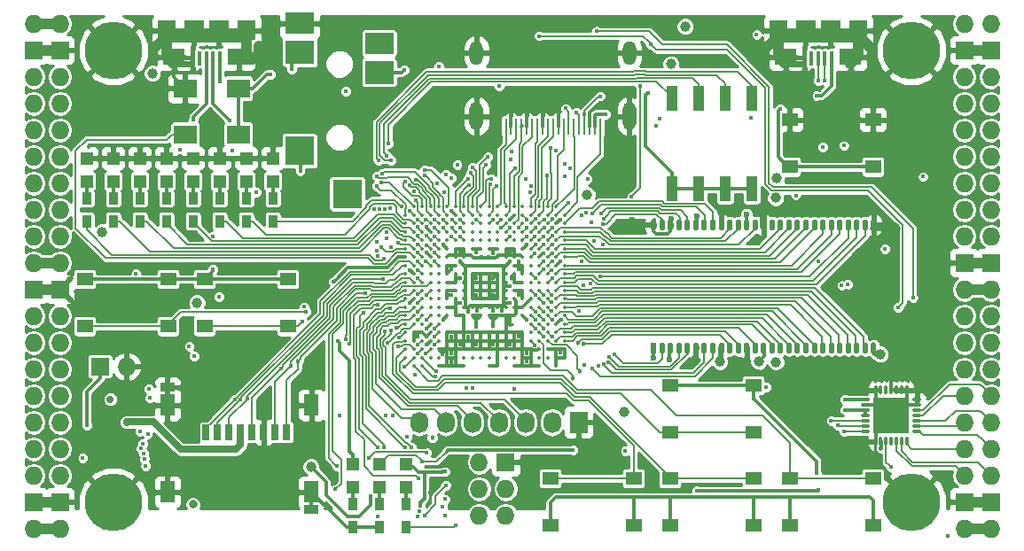
<source format=gtl>
G04 #@! TF.FileFunction,Copper,L1,Top,Signal*
%FSLAX46Y46*%
G04 Gerber Fmt 4.6, Leading zero omitted, Abs format (unit mm)*
G04 Created by KiCad (PCBNEW 4.0.7+dfsg1-1) date Mon Dec 11 16:34:10 2017*
%MOMM*%
%LPD*%
G01*
G04 APERTURE LIST*
%ADD10C,0.100000*%
%ADD11O,1.727200X1.727200*%
%ADD12R,1.727200X1.727200*%
%ADD13C,5.500000*%
%ADD14R,0.900000X1.200000*%
%ADD15R,2.100000X1.600000*%
%ADD16R,1.900000X1.900000*%
%ADD17R,0.400000X1.350000*%
%ADD18R,1.800000X1.900000*%
%ADD19O,0.850000X0.300000*%
%ADD20O,0.300000X0.850000*%
%ADD21R,1.675000X1.675000*%
%ADD22R,1.727200X2.032000*%
%ADD23O,1.727200X2.032000*%
%ADD24R,1.550000X1.300000*%
%ADD25R,1.120000X2.440000*%
%ADD26C,0.350000*%
%ADD27R,1.200000X1.200000*%
%ADD28R,2.800000X2.000000*%
%ADD29R,2.800000X2.200000*%
%ADD30R,2.800000X2.800000*%
%ADD31O,1.300000X2.700000*%
%ADD32O,1.300000X2.300000*%
%ADD33R,0.250000X1.600000*%
%ADD34O,0.560000X1.100000*%
%ADD35R,0.560000X1.100000*%
%ADD36R,0.700000X1.500000*%
%ADD37R,1.450000X0.900000*%
%ADD38R,1.450000X2.000000*%
%ADD39R,2.200000X1.800000*%
%ADD40C,0.400000*%
%ADD41C,1.000000*%
%ADD42C,0.600000*%
%ADD43C,0.454000*%
%ADD44C,0.800000*%
%ADD45C,0.700000*%
%ADD46C,0.300000*%
%ADD47C,0.500000*%
%ADD48C,1.000000*%
%ADD49C,0.600000*%
%ADD50C,0.190000*%
%ADD51C,0.200000*%
%ADD52C,0.700000*%
%ADD53C,0.127000*%
%ADD54C,0.254000*%
G04 APERTURE END LIST*
D10*
D11*
X97910000Y-62690000D03*
X95370000Y-62690000D03*
D12*
X97910000Y-65230000D03*
X95370000Y-65230000D03*
D11*
X97910000Y-67770000D03*
X95370000Y-67770000D03*
X97910000Y-70310000D03*
X95370000Y-70310000D03*
X97910000Y-72850000D03*
X95370000Y-72850000D03*
X97910000Y-75390000D03*
X95370000Y-75390000D03*
X97910000Y-77930000D03*
X95370000Y-77930000D03*
X97910000Y-80470000D03*
X95370000Y-80470000D03*
X97910000Y-83010000D03*
X95370000Y-83010000D03*
X97910000Y-85550000D03*
X95370000Y-85550000D03*
D12*
X97910000Y-88090000D03*
X95370000Y-88090000D03*
D11*
X97910000Y-90630000D03*
X95370000Y-90630000D03*
X97910000Y-93170000D03*
X95370000Y-93170000D03*
X97910000Y-95710000D03*
X95370000Y-95710000D03*
X97910000Y-98250000D03*
X95370000Y-98250000D03*
X97910000Y-100790000D03*
X95370000Y-100790000D03*
X97910000Y-103330000D03*
X95370000Y-103330000D03*
X97910000Y-105870000D03*
X95370000Y-105870000D03*
D12*
X97910000Y-108410000D03*
X95370000Y-108410000D03*
D11*
X97910000Y-110950000D03*
X95370000Y-110950000D03*
X184270000Y-110950000D03*
X186810000Y-110950000D03*
D12*
X184270000Y-108410000D03*
X186810000Y-108410000D03*
D11*
X184270000Y-105870000D03*
X186810000Y-105870000D03*
X184270000Y-103330000D03*
X186810000Y-103330000D03*
X184270000Y-100790000D03*
X186810000Y-100790000D03*
X184270000Y-98250000D03*
X186810000Y-98250000D03*
X184270000Y-95710000D03*
X186810000Y-95710000D03*
X184270000Y-93170000D03*
X186810000Y-93170000D03*
X184270000Y-90630000D03*
X186810000Y-90630000D03*
X184270000Y-88090000D03*
X186810000Y-88090000D03*
D12*
X184270000Y-85550000D03*
X186810000Y-85550000D03*
D11*
X184270000Y-83010000D03*
X186810000Y-83010000D03*
X184270000Y-80470000D03*
X186810000Y-80470000D03*
X184270000Y-77930000D03*
X186810000Y-77930000D03*
X184270000Y-75390000D03*
X186810000Y-75390000D03*
X184270000Y-72850000D03*
X186810000Y-72850000D03*
X184270000Y-70310000D03*
X186810000Y-70310000D03*
X184270000Y-67770000D03*
X186810000Y-67770000D03*
D12*
X184270000Y-65230000D03*
X186810000Y-65230000D03*
D11*
X184270000Y-62690000D03*
X186810000Y-62690000D03*
D13*
X102990000Y-108410000D03*
X179190000Y-108410000D03*
X179190000Y-65230000D03*
X102990000Y-65230000D03*
D12*
X101720000Y-95456000D03*
D11*
X104260000Y-95456000D03*
D14*
X128390000Y-108580000D03*
X128390000Y-110780000D03*
X130930000Y-110780000D03*
X130930000Y-108580000D03*
D15*
X114980000Y-65875000D03*
X108780000Y-65875000D03*
D16*
X113080000Y-63325000D03*
X110680000Y-63325000D03*
D17*
X113180000Y-66000000D03*
X112530000Y-66000000D03*
X111880000Y-66000000D03*
X111230000Y-66000000D03*
X110580000Y-66000000D03*
D18*
X115680000Y-63325000D03*
X108080000Y-63325000D03*
D15*
X173400000Y-65875000D03*
X167200000Y-65875000D03*
D16*
X171500000Y-63325000D03*
X169100000Y-63325000D03*
D17*
X171600000Y-66000000D03*
X170950000Y-66000000D03*
X170300000Y-66000000D03*
X169650000Y-66000000D03*
X169000000Y-66000000D03*
D18*
X174100000Y-63325000D03*
X166500000Y-63325000D03*
D12*
X140455000Y-104600000D03*
D11*
X137915000Y-104600000D03*
X140455000Y-107140000D03*
X137915000Y-107140000D03*
X140455000Y-109680000D03*
X137915000Y-109680000D03*
D14*
X118230000Y-81570000D03*
X118230000Y-79370000D03*
X115690000Y-81570000D03*
X115690000Y-79370000D03*
X113150000Y-81570000D03*
X113150000Y-79370000D03*
X110610000Y-81570000D03*
X110610000Y-79370000D03*
X108070000Y-81570000D03*
X108070000Y-79370000D03*
X105530000Y-81570000D03*
X105530000Y-79370000D03*
X102990000Y-81570000D03*
X102990000Y-79370000D03*
X100450000Y-81570000D03*
X100450000Y-79370000D03*
D19*
X179735000Y-101655000D03*
X179735000Y-101155000D03*
X179735000Y-100655000D03*
X179735000Y-100155000D03*
X179735000Y-99655000D03*
X179735000Y-99155000D03*
X179735000Y-98655000D03*
D20*
X178785000Y-97705000D03*
X178285000Y-97705000D03*
X177785000Y-97705000D03*
X177285000Y-97705000D03*
X176785000Y-97705000D03*
X176285000Y-97705000D03*
X175785000Y-97705000D03*
D19*
X174835000Y-98655000D03*
X174835000Y-99155000D03*
X174835000Y-99655000D03*
X174835000Y-100155000D03*
X174835000Y-100655000D03*
X174835000Y-101155000D03*
X174835000Y-101655000D03*
D20*
X175785000Y-102605000D03*
X176285000Y-102605000D03*
X176785000Y-102605000D03*
X177285000Y-102605000D03*
X177785000Y-102605000D03*
X178285000Y-102605000D03*
X178785000Y-102605000D03*
D21*
X176447500Y-99317500D03*
X176447500Y-100992500D03*
X178122500Y-99317500D03*
X178122500Y-100992500D03*
D22*
X147440000Y-100790000D03*
D23*
X144900000Y-100790000D03*
X142360000Y-100790000D03*
X139820000Y-100790000D03*
X137280000Y-100790000D03*
X134740000Y-100790000D03*
X132200000Y-100790000D03*
D24*
X175550000Y-71870000D03*
X175550000Y-76370000D03*
X167590000Y-76370000D03*
X167590000Y-71870000D03*
X100280000Y-91610000D03*
X100280000Y-87110000D03*
X108240000Y-87110000D03*
X108240000Y-91610000D03*
X111710000Y-91610000D03*
X111710000Y-87110000D03*
X119670000Y-87110000D03*
X119670000Y-91610000D03*
X156160000Y-101770000D03*
X156160000Y-97270000D03*
X164120000Y-97270000D03*
X164120000Y-101770000D03*
X164120000Y-106160000D03*
X164120000Y-110660000D03*
X156160000Y-110660000D03*
X156160000Y-106160000D03*
X152690000Y-106160000D03*
X152690000Y-110660000D03*
X144730000Y-110660000D03*
X144730000Y-106160000D03*
X175550000Y-106160000D03*
X175550000Y-110660000D03*
X167590000Y-110660000D03*
X167590000Y-106160000D03*
D25*
X156330000Y-78425000D03*
X163950000Y-69815000D03*
X158870000Y-78425000D03*
X161410000Y-69815000D03*
X161410000Y-78425000D03*
X158870000Y-69815000D03*
X163950000Y-78425000D03*
X156330000Y-69815000D03*
D26*
X131680000Y-80200000D03*
X132480000Y-80200000D03*
X133280000Y-80200000D03*
X134080000Y-80200000D03*
X134880000Y-80200000D03*
X135680000Y-80200000D03*
X136480000Y-80200000D03*
X137280000Y-80200000D03*
X138080000Y-80200000D03*
X138880000Y-80200000D03*
X139680000Y-80200000D03*
X140480000Y-80200000D03*
X141280000Y-80200000D03*
X142080000Y-80200000D03*
X142880000Y-80200000D03*
X143680000Y-80200000D03*
X144480000Y-80200000D03*
X145280000Y-80200000D03*
X130880000Y-81000000D03*
X131680000Y-81000000D03*
X132480000Y-81000000D03*
X133280000Y-81000000D03*
X134080000Y-81000000D03*
X134880000Y-81000000D03*
X135680000Y-81000000D03*
X136480000Y-81000000D03*
X137280000Y-81000000D03*
X138080000Y-81000000D03*
X138880000Y-81000000D03*
X139680000Y-81000000D03*
X140480000Y-81000000D03*
X141280000Y-81000000D03*
X142080000Y-81000000D03*
X142880000Y-81000000D03*
X143680000Y-81000000D03*
X144480000Y-81000000D03*
X145280000Y-81000000D03*
X146080000Y-81000000D03*
X130880000Y-81800000D03*
X131680000Y-81800000D03*
X132480000Y-81800000D03*
X133280000Y-81800000D03*
X134080000Y-81800000D03*
X134880000Y-81800000D03*
X135680000Y-81800000D03*
X136480000Y-81800000D03*
X137280000Y-81800000D03*
X138080000Y-81800000D03*
X138880000Y-81800000D03*
X139680000Y-81800000D03*
X140480000Y-81800000D03*
X141280000Y-81800000D03*
X142080000Y-81800000D03*
X142880000Y-81800000D03*
X143680000Y-81800000D03*
X144480000Y-81800000D03*
X145280000Y-81800000D03*
X146080000Y-81800000D03*
X130880000Y-82600000D03*
X131680000Y-82600000D03*
X132480000Y-82600000D03*
X133280000Y-82600000D03*
X134080000Y-82600000D03*
X134880000Y-82600000D03*
X135680000Y-82600000D03*
X136480000Y-82600000D03*
X137280000Y-82600000D03*
X138080000Y-82600000D03*
X138880000Y-82600000D03*
X139680000Y-82600000D03*
X140480000Y-82600000D03*
X141280000Y-82600000D03*
X142080000Y-82600000D03*
X142880000Y-82600000D03*
X143680000Y-82600000D03*
X144480000Y-82600000D03*
X145280000Y-82600000D03*
X146080000Y-82600000D03*
X130880000Y-83400000D03*
X131680000Y-83400000D03*
X132480000Y-83400000D03*
X133280000Y-83400000D03*
X134080000Y-83400000D03*
X134880000Y-83400000D03*
X135680000Y-83400000D03*
X136480000Y-83400000D03*
X137280000Y-83400000D03*
X138080000Y-83400000D03*
X138880000Y-83400000D03*
X139680000Y-83400000D03*
X140480000Y-83400000D03*
X141280000Y-83400000D03*
X142080000Y-83400000D03*
X142880000Y-83400000D03*
X143680000Y-83400000D03*
X144480000Y-83400000D03*
X145280000Y-83400000D03*
X146080000Y-83400000D03*
X130880000Y-84200000D03*
X131680000Y-84200000D03*
X132480000Y-84200000D03*
X133280000Y-84200000D03*
X134080000Y-84200000D03*
X134880000Y-84200000D03*
X135680000Y-84200000D03*
X136480000Y-84200000D03*
X137280000Y-84200000D03*
X138080000Y-84200000D03*
X138880000Y-84200000D03*
X139680000Y-84200000D03*
X140480000Y-84200000D03*
X141280000Y-84200000D03*
X142080000Y-84200000D03*
X142880000Y-84200000D03*
X143680000Y-84200000D03*
X144480000Y-84200000D03*
X145280000Y-84200000D03*
X146080000Y-84200000D03*
X130880000Y-85000000D03*
X131680000Y-85000000D03*
X132480000Y-85000000D03*
X133280000Y-85000000D03*
X134080000Y-85000000D03*
X134880000Y-85000000D03*
X135680000Y-85000000D03*
X136480000Y-85000000D03*
X137280000Y-85000000D03*
X138080000Y-85000000D03*
X138880000Y-85000000D03*
X139680000Y-85000000D03*
X140480000Y-85000000D03*
X141280000Y-85000000D03*
X142080000Y-85000000D03*
X142880000Y-85000000D03*
X143680000Y-85000000D03*
X144480000Y-85000000D03*
X145280000Y-85000000D03*
X146080000Y-85000000D03*
X130880000Y-85800000D03*
X131680000Y-85800000D03*
X132480000Y-85800000D03*
X133280000Y-85800000D03*
X134080000Y-85800000D03*
X134880000Y-85800000D03*
X135680000Y-85800000D03*
X136480000Y-85800000D03*
X137280000Y-85800000D03*
X138080000Y-85800000D03*
X138880000Y-85800000D03*
X139680000Y-85800000D03*
X140480000Y-85800000D03*
X141280000Y-85800000D03*
X142080000Y-85800000D03*
X142880000Y-85800000D03*
X143680000Y-85800000D03*
X144480000Y-85800000D03*
X145280000Y-85800000D03*
X146080000Y-85800000D03*
X130880000Y-86600000D03*
X131680000Y-86600000D03*
X132480000Y-86600000D03*
X133280000Y-86600000D03*
X134080000Y-86600000D03*
X134880000Y-86600000D03*
X135680000Y-86600000D03*
X136480000Y-86600000D03*
X137280000Y-86600000D03*
X138080000Y-86600000D03*
X138880000Y-86600000D03*
X139680000Y-86600000D03*
X140480000Y-86600000D03*
X141280000Y-86600000D03*
X142080000Y-86600000D03*
X142880000Y-86600000D03*
X143680000Y-86600000D03*
X144480000Y-86600000D03*
X145280000Y-86600000D03*
X146080000Y-86600000D03*
X130880000Y-87400000D03*
X131680000Y-87400000D03*
X132480000Y-87400000D03*
X133280000Y-87400000D03*
X134080000Y-87400000D03*
X134880000Y-87400000D03*
X135680000Y-87400000D03*
X136480000Y-87400000D03*
X137280000Y-87400000D03*
X138080000Y-87400000D03*
X138880000Y-87400000D03*
X139680000Y-87400000D03*
X140480000Y-87400000D03*
X141280000Y-87400000D03*
X142080000Y-87400000D03*
X142880000Y-87400000D03*
X143680000Y-87400000D03*
X144480000Y-87400000D03*
X145280000Y-87400000D03*
X146080000Y-87400000D03*
X130880000Y-88200000D03*
X131680000Y-88200000D03*
X132480000Y-88200000D03*
X133280000Y-88200000D03*
X134080000Y-88200000D03*
X134880000Y-88200000D03*
X135680000Y-88200000D03*
X136480000Y-88200000D03*
X137280000Y-88200000D03*
X138080000Y-88200000D03*
X138880000Y-88200000D03*
X139680000Y-88200000D03*
X140480000Y-88200000D03*
X141280000Y-88200000D03*
X142080000Y-88200000D03*
X142880000Y-88200000D03*
X143680000Y-88200000D03*
X144480000Y-88200000D03*
X145280000Y-88200000D03*
X146080000Y-88200000D03*
X130880000Y-89000000D03*
X131680000Y-89000000D03*
X132480000Y-89000000D03*
X133280000Y-89000000D03*
X134080000Y-89000000D03*
X134880000Y-89000000D03*
X135680000Y-89000000D03*
X136480000Y-89000000D03*
X137280000Y-89000000D03*
X138080000Y-89000000D03*
X138880000Y-89000000D03*
X139680000Y-89000000D03*
X140480000Y-89000000D03*
X141280000Y-89000000D03*
X142080000Y-89000000D03*
X142880000Y-89000000D03*
X143680000Y-89000000D03*
X144480000Y-89000000D03*
X145280000Y-89000000D03*
X146080000Y-89000000D03*
X130880000Y-89800000D03*
X131680000Y-89800000D03*
X132480000Y-89800000D03*
X133280000Y-89800000D03*
X134080000Y-89800000D03*
X134880000Y-89800000D03*
X135680000Y-89800000D03*
X136480000Y-89800000D03*
X137280000Y-89800000D03*
X138080000Y-89800000D03*
X138880000Y-89800000D03*
X139680000Y-89800000D03*
X140480000Y-89800000D03*
X141280000Y-89800000D03*
X142080000Y-89800000D03*
X142880000Y-89800000D03*
X143680000Y-89800000D03*
X144480000Y-89800000D03*
X145280000Y-89800000D03*
X146080000Y-89800000D03*
X130880000Y-90600000D03*
X131680000Y-90600000D03*
X132480000Y-90600000D03*
X133280000Y-90600000D03*
X134080000Y-90600000D03*
X134880000Y-90600000D03*
X135680000Y-90600000D03*
X136480000Y-90600000D03*
X137280000Y-90600000D03*
X138080000Y-90600000D03*
X138880000Y-90600000D03*
X139680000Y-90600000D03*
X140480000Y-90600000D03*
X141280000Y-90600000D03*
X142080000Y-90600000D03*
X142880000Y-90600000D03*
X143680000Y-90600000D03*
X144480000Y-90600000D03*
X145280000Y-90600000D03*
X146080000Y-90600000D03*
X130880000Y-91400000D03*
X131680000Y-91400000D03*
X132480000Y-91400000D03*
X133280000Y-91400000D03*
X134080000Y-91400000D03*
X142880000Y-91400000D03*
X143680000Y-91400000D03*
X144480000Y-91400000D03*
X145280000Y-91400000D03*
X146080000Y-91400000D03*
X130880000Y-92200000D03*
X131680000Y-92200000D03*
X132480000Y-92200000D03*
X133280000Y-92200000D03*
X134080000Y-92200000D03*
X134880000Y-92200000D03*
X135680000Y-92200000D03*
X136480000Y-92200000D03*
X137280000Y-92200000D03*
X138080000Y-92200000D03*
X138880000Y-92200000D03*
X139680000Y-92200000D03*
X140480000Y-92200000D03*
X141280000Y-92200000D03*
X142080000Y-92200000D03*
X142880000Y-92200000D03*
X143680000Y-92200000D03*
X144480000Y-92200000D03*
X145280000Y-92200000D03*
X146080000Y-92200000D03*
X130880000Y-93000000D03*
X131680000Y-93000000D03*
X132480000Y-93000000D03*
X133280000Y-93000000D03*
X134080000Y-93000000D03*
X134880000Y-93000000D03*
X135680000Y-93000000D03*
X136480000Y-93000000D03*
X137280000Y-93000000D03*
X138080000Y-93000000D03*
X138880000Y-93000000D03*
X139680000Y-93000000D03*
X140480000Y-93000000D03*
X141280000Y-93000000D03*
X142080000Y-93000000D03*
X142880000Y-93000000D03*
X143680000Y-93000000D03*
X144480000Y-93000000D03*
X145280000Y-93000000D03*
X146080000Y-93000000D03*
X130880000Y-93800000D03*
X131680000Y-93800000D03*
X132480000Y-93800000D03*
X133280000Y-93800000D03*
X134080000Y-93800000D03*
X134880000Y-93800000D03*
X135680000Y-93800000D03*
X136480000Y-93800000D03*
X137280000Y-93800000D03*
X138080000Y-93800000D03*
X138880000Y-93800000D03*
X139680000Y-93800000D03*
X140480000Y-93800000D03*
X141280000Y-93800000D03*
X142080000Y-93800000D03*
X142880000Y-93800000D03*
X143680000Y-93800000D03*
X144480000Y-93800000D03*
X145280000Y-93800000D03*
X146080000Y-93800000D03*
X130880000Y-94600000D03*
X131680000Y-94600000D03*
X132480000Y-94600000D03*
X133280000Y-94600000D03*
X134080000Y-94600000D03*
X134880000Y-94600000D03*
X135680000Y-94600000D03*
X136480000Y-94600000D03*
X137280000Y-94600000D03*
X138080000Y-94600000D03*
X138880000Y-94600000D03*
X139680000Y-94600000D03*
X140480000Y-94600000D03*
X141280000Y-94600000D03*
X142080000Y-94600000D03*
X142880000Y-94600000D03*
X143680000Y-94600000D03*
X144480000Y-94600000D03*
X145280000Y-94600000D03*
X146080000Y-94600000D03*
X131680000Y-95400000D03*
X132480000Y-95400000D03*
X134080000Y-95400000D03*
X134880000Y-95400000D03*
X135680000Y-95400000D03*
X136480000Y-95400000D03*
X138880000Y-95400000D03*
X139680000Y-95400000D03*
X141280000Y-95400000D03*
X142080000Y-95400000D03*
X142880000Y-95400000D03*
X143680000Y-95400000D03*
X145280000Y-95400000D03*
D27*
X125850000Y-104770000D03*
X125850000Y-106970000D03*
D14*
X125850000Y-108580000D03*
X125850000Y-110780000D03*
D27*
X128390000Y-104770000D03*
X128390000Y-106970000D03*
X118230000Y-77760000D03*
X118230000Y-75560000D03*
X115690000Y-77760000D03*
X115690000Y-75560000D03*
X113150000Y-77760000D03*
X113150000Y-75560000D03*
X110610000Y-77760000D03*
X110610000Y-75560000D03*
X108070000Y-77760000D03*
X108070000Y-75560000D03*
X105530000Y-77760000D03*
X105530000Y-75560000D03*
X102990000Y-77760000D03*
X102990000Y-75560000D03*
X100450000Y-77760000D03*
X100450000Y-75560000D03*
X130930000Y-104770000D03*
X130930000Y-106970000D03*
D28*
X120780000Y-62648000D03*
D29*
X120780000Y-65448000D03*
D30*
X120780000Y-74848000D03*
X125330000Y-78948000D03*
D29*
X128380000Y-67348000D03*
D28*
X128380000Y-64548000D03*
D31*
X152280000Y-71550000D03*
X137680000Y-71550000D03*
D32*
X137680000Y-65500000D03*
D33*
X140480000Y-72500000D03*
X140980000Y-72500000D03*
X141480000Y-72500000D03*
X141980000Y-72500000D03*
X142480000Y-72500000D03*
X142980000Y-72500000D03*
X143480000Y-72500000D03*
X143980000Y-72500000D03*
X144480000Y-72500000D03*
X144980000Y-72500000D03*
X145480000Y-72500000D03*
X145980000Y-72500000D03*
X146480000Y-72500000D03*
X146980000Y-72500000D03*
X147480000Y-72500000D03*
X147980000Y-72500000D03*
X148480000Y-72500000D03*
X148980000Y-72500000D03*
X149480000Y-72500000D03*
D32*
X152280000Y-65500000D03*
D34*
X175597000Y-81920000D03*
D35*
X154589000Y-93680000D03*
D34*
X155397000Y-93680000D03*
X156205000Y-93680000D03*
X157013000Y-93680000D03*
X157821000Y-93680000D03*
X158629000Y-93680000D03*
X159437000Y-93680000D03*
X160245000Y-93680000D03*
X161053000Y-93680000D03*
X161861000Y-93680000D03*
X162669000Y-93680000D03*
X163477000Y-93680000D03*
X164285000Y-93680000D03*
X165093000Y-93680000D03*
X165901000Y-93680000D03*
X166709000Y-93680000D03*
X167517000Y-93680000D03*
X168325000Y-93680000D03*
X169133000Y-93680000D03*
X169941000Y-93680000D03*
X170749000Y-93680000D03*
X171557000Y-93680000D03*
X172365000Y-93680000D03*
X173173000Y-93680000D03*
X173981000Y-93680000D03*
X174789000Y-93680000D03*
X175597000Y-93680000D03*
X174789000Y-81920000D03*
X173981000Y-81920000D03*
X173173000Y-81920000D03*
X172365000Y-81920000D03*
X171557000Y-81920000D03*
X170749000Y-81920000D03*
X169941000Y-81920000D03*
X169133000Y-81920000D03*
X168325000Y-81920000D03*
X167517000Y-81920000D03*
X166709000Y-81920000D03*
X165901000Y-81920000D03*
X165093000Y-81920000D03*
X164285000Y-81920000D03*
X163477000Y-81920000D03*
X162669000Y-81920000D03*
X161861000Y-81920000D03*
X161053000Y-81920000D03*
X160245000Y-81920000D03*
X159437000Y-81920000D03*
X158629000Y-81920000D03*
X157821000Y-81920000D03*
X157013000Y-81920000D03*
X156205000Y-81920000D03*
X155397000Y-81920000D03*
X154589000Y-81920000D03*
D36*
X111850000Y-101750000D03*
X112950000Y-101750000D03*
X114050000Y-101750000D03*
X115150000Y-101750000D03*
X116250000Y-101750000D03*
X117350000Y-101750000D03*
X118450000Y-101750000D03*
X119550000Y-101750000D03*
D37*
X108175000Y-97450000D03*
X121925000Y-109150000D03*
D38*
X121925000Y-99150000D03*
X108175000Y-99150000D03*
X108175000Y-107450000D03*
X121925000Y-107450000D03*
D39*
X114928000Y-68872000D03*
X109848000Y-68872000D03*
X109848000Y-73272000D03*
X114928000Y-73272000D03*
D40*
X144103496Y-84660400D03*
D41*
X177658444Y-82281349D03*
D40*
X145680000Y-81405125D03*
X145691238Y-94166752D03*
X145759873Y-91010176D03*
D42*
X152525938Y-81463870D03*
D41*
X162956098Y-95078488D03*
X158539988Y-94868772D03*
D42*
X161075765Y-80992022D03*
X164882869Y-80938986D03*
X156262773Y-81349374D03*
X123437000Y-108972000D03*
D40*
X132871770Y-84533979D03*
X132862998Y-82124544D03*
X131278306Y-86213101D03*
X135281276Y-80583119D03*
X131279502Y-89407325D03*
X170309539Y-85441529D03*
X145672808Y-85396062D03*
X133216000Y-107465000D03*
X137680000Y-88600000D03*
X142480000Y-95000000D03*
X141680000Y-92600000D03*
X140836000Y-84534000D03*
X135284627Y-94985297D03*
X135288625Y-94225619D03*
X134455822Y-94267172D03*
X136095958Y-93369652D03*
D43*
X139264636Y-91615205D03*
D41*
X116880503Y-64802940D03*
X106974809Y-64953974D03*
X175210328Y-64948943D03*
X165417246Y-64954666D03*
D40*
X175495631Y-71457432D03*
X177285000Y-95710000D03*
X140880000Y-81400000D03*
X136085174Y-89394826D03*
X140874194Y-91433353D03*
X142480000Y-94200000D03*
X140880000Y-93400000D03*
X139280000Y-93400000D03*
X137680000Y-93400000D03*
X136880000Y-92600000D03*
X135280000Y-92600000D03*
X132880000Y-91800000D03*
X132880000Y-93400000D03*
D43*
X141042859Y-86994997D03*
X139280000Y-87000000D03*
X136110990Y-86995403D03*
X137680000Y-87000000D03*
X136080000Y-84600000D03*
X139280000Y-88600000D03*
D41*
X106720415Y-67436305D03*
X166284693Y-95025145D03*
X166248957Y-79348409D03*
X166343357Y-77477990D03*
D40*
X172564535Y-87722010D03*
D41*
X121861867Y-105030174D03*
D40*
X150030853Y-71331848D03*
D41*
X156235582Y-66548363D03*
X101932065Y-82585048D03*
D40*
X127586603Y-107875044D03*
D41*
X157600000Y-62944000D03*
X148237462Y-79019093D03*
D40*
X148271935Y-77558071D03*
X117976000Y-67516000D03*
D41*
X160905403Y-95006436D03*
D42*
X158731133Y-81048929D03*
X154593901Y-94607945D03*
X156088245Y-94762980D03*
D41*
X164625730Y-94982471D03*
D42*
X163462982Y-80942429D03*
D41*
X176254940Y-94288458D03*
D44*
X110593913Y-108636458D03*
D40*
X180340784Y-77316932D03*
X173137949Y-87594275D03*
D45*
X102710050Y-98594954D03*
D40*
X154794000Y-72426000D03*
X129005202Y-100174798D03*
X137659051Y-91638034D03*
X139820000Y-68665673D03*
X172834633Y-99599920D03*
X172879922Y-98618650D03*
X176305593Y-103279812D03*
X164433885Y-63737451D03*
X134079160Y-66786153D03*
X116654336Y-78777990D03*
X112515000Y-83010000D03*
X100080000Y-104200000D03*
X113080000Y-88800000D03*
X135273306Y-88618602D03*
X139272517Y-84611349D03*
X137680556Y-84534085D03*
X141680000Y-86200000D03*
X135280000Y-86200000D03*
X132880000Y-92600000D03*
X132080000Y-92600000D03*
X141680000Y-88600000D03*
X141680000Y-85400000D03*
X165349214Y-97422919D03*
X121401947Y-90251871D03*
X129988160Y-91721995D03*
X130302262Y-92700329D03*
X121041200Y-91125073D03*
D41*
X110991000Y-89360000D03*
D40*
X142480000Y-91000000D03*
X142480000Y-83800000D03*
X134480000Y-83800000D03*
X134480000Y-91000000D03*
X105160274Y-86610828D03*
X125193541Y-69156848D03*
X155149360Y-71764535D03*
X170182962Y-69571012D03*
X170362901Y-107286196D03*
X158716651Y-107325176D03*
X128216338Y-109760338D03*
X132708000Y-109680000D03*
X137295592Y-97538017D03*
X134750646Y-106810513D03*
X133680000Y-91800000D03*
X136740903Y-97514503D03*
X134675868Y-108131585D03*
D43*
X133449289Y-102232615D03*
D40*
X133680000Y-92600000D03*
X132936956Y-103711000D03*
X127385678Y-104203668D03*
X133685482Y-93402296D03*
X134463998Y-108841973D03*
X131039072Y-102187000D03*
X131808905Y-96227367D03*
X134636872Y-109719950D03*
X132846234Y-94197073D03*
X176700000Y-84220000D03*
X143260000Y-84620000D03*
X120834553Y-76779094D03*
X130761990Y-67119621D03*
X147186000Y-71200000D03*
X147983153Y-71347080D03*
X149475951Y-69619684D03*
X153297112Y-68608292D03*
X177926984Y-89812061D03*
X154329326Y-64643767D03*
X152497066Y-79193467D03*
X146481406Y-79819384D03*
X143650666Y-63862520D03*
X179351513Y-88868327D03*
X149134122Y-63424051D03*
X140035989Y-81400000D03*
X115759823Y-98502036D03*
X132083026Y-86260405D03*
X128776655Y-87135140D03*
X119008515Y-95662939D03*
D43*
X119978162Y-95412951D03*
X120634035Y-94977604D03*
D40*
X113212238Y-68244401D03*
X146180000Y-70800000D03*
X131453853Y-103208291D03*
X149771692Y-81825658D03*
X144080000Y-86200000D03*
X149533922Y-86870784D03*
X144894316Y-86977564D03*
X144896700Y-83835368D03*
X149549750Y-80868432D03*
D43*
X147343891Y-93217126D03*
D40*
X144113248Y-92588762D03*
X144875155Y-86292748D03*
X149846468Y-81303978D03*
X148696112Y-80861847D03*
X144916886Y-82991356D03*
D43*
X147915304Y-93322307D03*
D40*
X144882352Y-92577990D03*
X144902941Y-90956495D03*
X148747982Y-95669626D03*
X144867244Y-90112484D03*
X149795895Y-95251084D03*
X144855814Y-89268481D03*
X150278898Y-95040253D03*
X150345974Y-94517527D03*
X144877648Y-88622010D03*
X150889207Y-94332565D03*
X143280000Y-87000000D03*
X130807074Y-95454141D03*
X130171404Y-93544341D03*
X132080000Y-93400000D03*
X129196652Y-93209125D03*
X133852393Y-95875797D03*
X141280000Y-97600000D03*
X133762848Y-96395146D03*
X132080000Y-94200000D03*
X128610772Y-84072485D03*
X105895603Y-103765816D03*
X130839486Y-103208291D03*
X132075624Y-89410644D03*
X129449238Y-89926948D03*
X128806823Y-103185900D03*
X128251440Y-89564206D03*
X132162861Y-106185868D03*
X132880000Y-88600000D03*
X124329568Y-104994951D03*
X127040053Y-88481065D03*
X132080000Y-87000000D03*
X125499542Y-93250681D03*
X124202418Y-107207639D03*
X109323798Y-74706222D03*
X132024412Y-109766775D03*
X114371508Y-74859518D03*
X132219727Y-109277292D03*
X135315381Y-81391918D03*
X135280062Y-77463305D03*
X134471370Y-81406751D03*
X134758050Y-77130140D03*
X132761172Y-77202673D03*
X132737245Y-76676207D03*
X128644933Y-77050030D03*
X128152012Y-77257840D03*
X128125571Y-78233647D03*
X110718734Y-94451783D03*
X128590544Y-77894041D03*
X110249038Y-93533767D03*
X106368514Y-97598098D03*
X131253134Y-78134216D03*
X106477197Y-98487772D03*
X132783339Y-81400004D03*
X131709326Y-78745875D03*
X132079024Y-82984045D03*
X129109095Y-82655074D03*
X105572759Y-101661319D03*
X106276126Y-101893466D03*
X132880889Y-83897835D03*
X129054383Y-83179239D03*
X129487667Y-84079929D03*
X132083682Y-83828056D03*
X105813763Y-102819336D03*
X132062099Y-84533979D03*
X128165458Y-83528763D03*
X105627254Y-103312241D03*
X128183315Y-84380742D03*
X105992720Y-104283802D03*
X133671942Y-84595200D03*
X132834641Y-85377990D03*
X128203260Y-84907376D03*
X106088753Y-104974041D03*
D43*
X146862501Y-96617499D03*
X147534467Y-95913260D03*
D40*
X147927932Y-95329243D03*
X143280000Y-91000000D03*
X149284391Y-95377990D03*
X144077013Y-90266968D03*
X147430953Y-90112484D03*
X144076240Y-89395301D03*
X143281824Y-90201951D03*
X144102010Y-85397219D03*
X144889349Y-85448737D03*
X147687390Y-85374093D03*
X148610661Y-81705858D03*
X144102010Y-83000000D03*
X144888125Y-82147345D03*
X147910791Y-87683418D03*
X144082832Y-88584510D03*
X148540663Y-87547222D03*
X143278026Y-88595030D03*
X148175253Y-80781550D03*
X144125486Y-82186468D03*
X147688311Y-80983115D03*
X144880008Y-81303333D03*
X139280000Y-81400000D03*
X139578623Y-78205862D03*
X139034115Y-78040948D03*
X139046749Y-77514088D03*
X138580000Y-76200000D03*
X138779198Y-75400762D03*
X137680000Y-81400000D03*
X137308732Y-76415018D03*
X137106948Y-76979922D03*
X136859538Y-77550820D03*
X136922059Y-78097889D03*
X136096392Y-81395070D03*
X135830698Y-76200613D03*
X149732494Y-83807694D03*
X144912409Y-84635817D03*
X148921512Y-83442010D03*
X144103186Y-83777990D03*
X142841210Y-78784254D03*
X142473549Y-82998913D03*
X142864275Y-78217369D03*
X142437464Y-82181475D03*
X146089079Y-77300571D03*
X144144931Y-81387081D03*
X144394875Y-77219934D03*
X146577729Y-76500816D03*
X143281475Y-82206074D03*
X146130802Y-76060132D03*
X143300920Y-81377293D03*
X145255695Y-74817220D03*
X141662690Y-82207782D03*
X142456909Y-81405800D03*
X140030954Y-82200000D03*
X141342967Y-76554996D03*
X141046643Y-74873804D03*
X140864029Y-83041403D03*
X140874966Y-82177164D03*
X140980062Y-75681941D03*
X115149319Y-98625494D03*
X132872609Y-82968555D03*
X132080007Y-82103333D03*
X132080000Y-81400000D03*
X131847310Y-79589886D03*
X130856828Y-77786820D03*
X131923295Y-77584853D03*
X133648389Y-82190597D03*
X133627359Y-81414685D03*
X129477855Y-92000822D03*
X132880000Y-91000000D03*
X128879646Y-92111037D03*
X132077648Y-90977990D03*
X131275302Y-80595752D03*
X130489904Y-80167235D03*
X128823114Y-85153560D03*
X132072985Y-85377990D03*
X134476508Y-82180155D03*
X133942383Y-77980766D03*
X163908850Y-71651861D03*
X135656559Y-110610712D03*
X132468001Y-104503413D03*
X146844288Y-103452739D03*
X132285867Y-108754446D03*
X134707351Y-105508447D03*
D45*
X104260000Y-100790000D03*
D40*
X114604320Y-98573680D03*
X112515000Y-86185000D03*
X164144561Y-98511733D03*
X170157734Y-105666345D03*
X169506589Y-107953726D03*
X170735900Y-74464979D03*
X143257990Y-83000000D03*
X168166438Y-79108038D03*
X151896383Y-103510715D03*
X114075797Y-71903914D03*
X110632496Y-71877629D03*
X143269694Y-93414905D03*
X177274002Y-105079115D03*
X172761273Y-101651681D03*
X143280000Y-91800000D03*
X172193360Y-101105663D03*
X144064831Y-91877646D03*
X144080000Y-90956495D03*
X171540304Y-100645743D03*
X135320520Y-82196441D03*
X129493343Y-75737814D03*
X136080000Y-82200000D03*
X129125079Y-75315804D03*
X136080000Y-83000000D03*
X129252218Y-74142461D03*
X142377451Y-77497451D03*
X172746637Y-74347988D03*
X143280000Y-83800000D03*
X170300000Y-68151000D03*
X170950000Y-68125562D03*
X125167387Y-92841517D03*
X121206217Y-89762554D03*
X132082956Y-90210779D03*
X182675150Y-111637626D03*
X124027706Y-87347706D03*
X124027707Y-87347707D03*
X166678914Y-70803555D03*
X129660000Y-100155000D03*
X124580000Y-100155000D03*
X132084049Y-88558274D03*
X126880008Y-90276109D03*
X128280000Y-103200000D03*
X120008000Y-67008000D03*
X127889625Y-80407426D03*
X133680000Y-85400000D03*
X130204628Y-83599483D03*
X128416582Y-80399850D03*
X133680000Y-83800000D03*
X128943593Y-80399729D03*
X133680000Y-83000000D03*
X129457990Y-80285112D03*
X144780000Y-74590382D03*
X124453000Y-93043000D03*
X137689001Y-90122990D03*
D41*
X151758000Y-99774000D03*
D40*
X136885174Y-90194826D03*
X140094890Y-90122990D03*
X139280000Y-90122990D03*
X140880000Y-89400000D03*
X140880000Y-87800000D03*
X140880000Y-85400000D03*
D43*
X136080000Y-85400000D03*
D40*
X128333179Y-75769807D03*
X134613000Y-78819000D03*
X135280000Y-83022010D03*
X154052298Y-69302298D03*
X100450000Y-101044000D03*
D46*
X144019600Y-84660400D02*
X144103496Y-84660400D01*
X143680000Y-85000000D02*
X144019600Y-84660400D01*
X177252609Y-82281349D02*
X177658444Y-82281349D01*
X177241260Y-82270000D02*
X177252609Y-82281349D01*
X145280000Y-81800000D02*
X145674875Y-81405125D01*
X145674875Y-81405125D02*
X145680000Y-81405125D01*
X145691238Y-93811238D02*
X145691238Y-93883910D01*
X145680000Y-93800000D02*
X145691238Y-93811238D01*
X145691238Y-93883910D02*
X145691238Y-94166752D01*
X145280000Y-91400000D02*
X145669824Y-91010176D01*
X145669824Y-91010176D02*
X145759873Y-91010176D01*
X108780000Y-65875000D02*
X108780000Y-67804000D01*
X108780000Y-67804000D02*
X109848000Y-68872000D01*
X121925000Y-107450000D02*
X121925000Y-109150000D01*
X154589000Y-81920000D02*
X154589000Y-82564717D01*
X154589000Y-82564717D02*
X154829344Y-82805061D01*
X154829344Y-82805061D02*
X155940980Y-82805061D01*
X155940980Y-82805061D02*
X156205000Y-82541041D01*
X156205000Y-82541041D02*
X156205000Y-81920000D01*
X152825937Y-81763869D02*
X152525938Y-81463870D01*
X152982068Y-81920000D02*
X152825937Y-81763869D01*
X154589000Y-81920000D02*
X152982068Y-81920000D01*
X163456097Y-94578489D02*
X162956098Y-95078488D01*
X163480000Y-94554586D02*
X163456097Y-94578489D01*
X163480000Y-93330000D02*
X163480000Y-94554586D01*
X158539988Y-93470012D02*
X158539988Y-94161666D01*
X158680000Y-93330000D02*
X158539988Y-93470012D01*
X158539988Y-94161666D02*
X158539988Y-94868772D01*
X161075765Y-81416286D02*
X161075765Y-80992022D01*
X161075765Y-82265765D02*
X161075765Y-81416286D01*
X161080000Y-82270000D02*
X161075765Y-82265765D01*
X164882869Y-82072869D02*
X164882869Y-81363250D01*
X165080000Y-82270000D02*
X164882869Y-82072869D01*
X164882869Y-81363250D02*
X164882869Y-80938986D01*
X156280000Y-82270000D02*
X156280000Y-81366601D01*
X156280000Y-81366601D02*
X156262773Y-81349374D01*
X154680000Y-81486121D02*
X154657528Y-81463649D01*
D47*
X175480000Y-82270000D02*
X177241260Y-82270000D01*
D46*
X148480000Y-71200000D02*
X149230000Y-70450000D01*
X148480000Y-72500000D02*
X148480000Y-71200000D01*
X145480000Y-72500000D02*
X145480000Y-71200000D01*
X143980000Y-72500000D02*
X143980000Y-71200000D01*
X142480000Y-72500000D02*
X142480000Y-71450000D01*
X142480000Y-71200000D02*
X142480000Y-71450000D01*
X140980000Y-72500000D02*
X140980000Y-71200000D01*
X134455822Y-94267172D02*
X134455822Y-94224178D01*
X134455822Y-94224178D02*
X134880000Y-93800000D01*
X123437000Y-108972000D02*
X125245000Y-110780000D01*
X125245000Y-110780000D02*
X125850000Y-110780000D01*
X125850000Y-110780000D02*
X125889531Y-110819531D01*
X125889531Y-110819531D02*
X126234488Y-110819531D01*
X126234488Y-110819531D02*
X126274019Y-110780000D01*
X126274019Y-110780000D02*
X127640000Y-110780000D01*
X127640000Y-110780000D02*
X128390000Y-110780000D01*
X121930000Y-107465000D02*
X123437000Y-108972000D01*
D48*
X184270000Y-65230000D02*
X186810000Y-65230000D01*
X184270000Y-85550000D02*
X186810000Y-85550000D01*
X184270000Y-108410000D02*
X186810000Y-108410000D01*
X95370000Y-108410000D02*
X97910000Y-108410000D01*
D47*
X97910000Y-88090000D02*
X98956608Y-87043392D01*
D46*
X98956608Y-87043392D02*
X98974574Y-87043392D01*
D47*
X97910000Y-88090000D02*
X99013590Y-89193590D01*
D46*
X99013590Y-89193590D02*
X99060056Y-89193590D01*
D48*
X95370000Y-88090000D02*
X97910000Y-88090000D01*
X95370000Y-65230000D02*
X97910000Y-65230000D01*
D46*
X139264636Y-90984636D02*
X139295364Y-90984636D01*
X139295364Y-90984636D02*
X139680000Y-90600000D01*
X132871770Y-84591770D02*
X132871770Y-84533979D01*
X133280000Y-85000000D02*
X132871770Y-84591770D01*
X133280000Y-82600000D02*
X132862998Y-82182998D01*
X132862998Y-82182998D02*
X132862998Y-82124544D01*
X131293101Y-86213101D02*
X131278306Y-86213101D01*
X131680000Y-86600000D02*
X131293101Y-86213101D01*
X140480000Y-90600000D02*
X140480000Y-92200000D01*
X135281276Y-80601276D02*
X135281276Y-80583119D01*
X135680000Y-81000000D02*
X135281276Y-80601276D01*
X131279502Y-89400498D02*
X131279502Y-89407325D01*
X131680000Y-89000000D02*
X131279502Y-89400498D01*
X145672808Y-85407192D02*
X145672808Y-85396062D01*
X145280000Y-85800000D02*
X145672808Y-85407192D01*
X137280000Y-89000000D02*
X137680000Y-88600000D01*
X142480000Y-94600000D02*
X142880000Y-94600000D01*
X142080000Y-94600000D02*
X142480000Y-94600000D01*
X142480000Y-94600000D02*
X142480000Y-95000000D01*
X141680000Y-92200000D02*
X142080000Y-92200000D01*
X141280000Y-92200000D02*
X141680000Y-92200000D01*
X141680000Y-92200000D02*
X141680000Y-92600000D01*
X141280000Y-84200000D02*
X141170000Y-84200000D01*
X141170000Y-84200000D02*
X140836000Y-84534000D01*
X135284627Y-95395373D02*
X135284627Y-95268139D01*
X135280000Y-95400000D02*
X135284627Y-95395373D01*
X135284627Y-95268139D02*
X135284627Y-94985297D01*
X135288625Y-93942777D02*
X135288625Y-94225619D01*
X135288625Y-93808625D02*
X135288625Y-93942777D01*
X135280000Y-93800000D02*
X135288625Y-93808625D01*
X134455822Y-94175822D02*
X134455822Y-94267172D01*
X134080000Y-93800000D02*
X134455822Y-94175822D01*
X145280000Y-94600000D02*
X145280000Y-95400000D01*
X143498655Y-93891906D02*
X143590561Y-93800000D01*
X143040733Y-93891906D02*
X143498655Y-93891906D01*
X142880000Y-93800000D02*
X142948827Y-93800000D01*
X142948827Y-93800000D02*
X143040733Y-93891906D01*
X143590561Y-93800000D02*
X143680000Y-93800000D01*
X145280000Y-93800000D02*
X144480000Y-93800000D01*
X146080000Y-94600000D02*
X146080000Y-93800000D01*
X145280000Y-94600000D02*
X146080000Y-94600000D01*
X142080000Y-95400000D02*
X142080000Y-94600000D01*
X142880000Y-95400000D02*
X142880000Y-94600000D01*
X142880000Y-95400000D02*
X143680000Y-95400000D01*
X142080000Y-95400000D02*
X142880000Y-95400000D01*
X141280000Y-95400000D02*
X142080000Y-95400000D01*
X142080000Y-93000000D02*
X142080000Y-93800000D01*
X138880000Y-92200000D02*
X138880000Y-93000000D01*
X139680000Y-92200000D02*
X139680000Y-93000000D01*
X140480000Y-93000000D02*
X140480000Y-92200000D01*
X141280000Y-93000000D02*
X141280000Y-92200000D01*
X142080000Y-93000000D02*
X141280000Y-93000000D01*
X142080000Y-92200000D02*
X142080000Y-93000000D01*
X140480000Y-92200000D02*
X141280000Y-92200000D01*
X139680000Y-92200000D02*
X140480000Y-92200000D01*
X138880000Y-92200000D02*
X139680000Y-92200000D01*
X138080000Y-92200000D02*
X138880000Y-92200000D01*
X136095958Y-93086810D02*
X136095958Y-93369652D01*
X136080000Y-93000000D02*
X136095958Y-93015958D01*
X136095958Y-93015958D02*
X136095958Y-93086810D01*
X139264636Y-91294179D02*
X139264636Y-91615205D01*
X139264636Y-90984636D02*
X139264636Y-91294179D01*
X138880000Y-90600000D02*
X139264636Y-90984636D01*
D48*
X116880503Y-65510046D02*
X116880503Y-64802940D01*
X116265561Y-66124988D02*
X116880503Y-65510046D01*
X115680000Y-65910000D02*
X115894988Y-66124988D01*
X115680000Y-63960000D02*
X115680000Y-65910000D01*
X115894988Y-66124988D02*
X116265561Y-66124988D01*
X107474808Y-64453975D02*
X106974809Y-64953974D01*
X107968783Y-63960000D02*
X107474808Y-64453975D01*
X108080000Y-63960000D02*
X107968783Y-63960000D01*
X174710329Y-64448944D02*
X175210328Y-64948943D01*
X174100000Y-63960000D02*
X174221385Y-63960000D01*
X174221385Y-63960000D02*
X174710329Y-64448944D01*
X165917245Y-64454667D02*
X165417246Y-64954666D01*
X166411912Y-63960000D02*
X165917245Y-64454667D01*
X166500000Y-63960000D02*
X166411912Y-63960000D01*
D46*
X175495631Y-71740274D02*
X175495631Y-71457432D01*
X175495631Y-72230631D02*
X175495631Y-71740274D01*
X175535000Y-72270000D02*
X175495631Y-72230631D01*
D49*
X108780000Y-66510000D02*
X110455000Y-66510000D01*
D46*
X110455000Y-66510000D02*
X110580000Y-66635000D01*
D48*
X108080000Y-63960000D02*
X108080000Y-65810000D01*
X108080000Y-65810000D02*
X108780000Y-66510000D01*
X115680000Y-63960000D02*
X115680000Y-65810000D01*
D46*
X115680000Y-65810000D02*
X114980000Y-66510000D01*
D48*
X113080000Y-63960000D02*
X115680000Y-63960000D01*
X110680000Y-63960000D02*
X113080000Y-63960000D01*
X108080000Y-63960000D02*
X110680000Y-63960000D01*
D49*
X167200000Y-66510000D02*
X168875000Y-66510000D01*
D46*
X168875000Y-66510000D02*
X169000000Y-66635000D01*
D48*
X174100000Y-63960000D02*
X174100000Y-65810000D01*
X174100000Y-65810000D02*
X173400000Y-66510000D01*
X166500000Y-63960000D02*
X166500000Y-65810000D01*
X166500000Y-65810000D02*
X167200000Y-66510000D01*
X171500000Y-63960000D02*
X174100000Y-63960000D01*
X169100000Y-63960000D02*
X171500000Y-63960000D01*
X166500000Y-63960000D02*
X169100000Y-63960000D01*
D46*
X178785000Y-97705000D02*
X178785000Y-98655000D01*
X178785000Y-98655000D02*
X178122500Y-99317500D01*
X176285000Y-97705000D02*
X175785000Y-97705000D01*
X175785000Y-102605000D02*
X175785000Y-101655000D01*
X175785000Y-101655000D02*
X176447500Y-100992500D01*
X178122500Y-99317500D02*
X178122500Y-100992500D01*
X176447500Y-99317500D02*
X178122500Y-99317500D01*
X176447500Y-100992500D02*
X178122500Y-100992500D01*
X177285000Y-97705000D02*
X177285000Y-95710000D01*
X178122500Y-99317500D02*
X178285000Y-99155000D01*
X178285000Y-99155000D02*
X179735000Y-99155000D01*
X179735000Y-98655000D02*
X179735000Y-99155000D01*
X177785000Y-97705000D02*
X177920000Y-97705000D01*
X177920000Y-97705000D02*
X178285000Y-97705000D01*
X178285000Y-97705000D02*
X178785000Y-97705000D01*
X177285000Y-97705000D02*
X177785000Y-97705000D01*
X175785000Y-97705000D02*
X175785000Y-98655000D01*
X175785000Y-98655000D02*
X176447500Y-99317500D01*
X174835000Y-99155000D02*
X176285000Y-99155000D01*
X176285000Y-99155000D02*
X176447500Y-99317500D01*
X141280000Y-81000000D02*
X140880000Y-81400000D01*
X135685174Y-89394826D02*
X135802332Y-89394826D01*
X135680000Y-89400000D02*
X135685174Y-89394826D01*
X135802332Y-89394826D02*
X136085174Y-89394826D01*
X135054999Y-84825001D02*
X137080000Y-84825001D01*
X137280000Y-85000000D02*
X137105001Y-84825001D01*
X137105001Y-84825001D02*
X137080000Y-84825001D01*
X138280000Y-85088351D02*
X137368351Y-85088351D01*
X137368351Y-85088351D02*
X137280000Y-85000000D01*
X139680000Y-86600000D02*
X139280000Y-87000000D01*
X139680000Y-88200000D02*
X139680000Y-89000000D01*
X139680000Y-87400000D02*
X139680000Y-88200000D01*
X139680000Y-86600000D02*
X139680000Y-87400000D01*
X137280000Y-88200000D02*
X137280000Y-89000000D01*
X137280000Y-87400000D02*
X137280000Y-88200000D01*
X137280000Y-86600000D02*
X137280000Y-87400000D01*
X138880000Y-87400000D02*
X138880000Y-88200000D01*
X138880000Y-86600000D02*
X138880000Y-87400000D01*
X138080000Y-87400000D02*
X138080000Y-86600000D01*
X138080000Y-88200000D02*
X138080000Y-87400000D01*
X138080000Y-89000000D02*
X138080000Y-88200000D01*
X138080000Y-88200000D02*
X138880000Y-88200000D01*
X138080000Y-87400000D02*
X138880000Y-87400000D01*
X137280000Y-87400000D02*
X138080000Y-87400000D01*
X141480000Y-89800000D02*
X141480000Y-89200000D01*
X141480000Y-89200000D02*
X141280000Y-89000000D01*
X141280000Y-89800000D02*
X141480000Y-89800000D01*
X141480000Y-89800000D02*
X142080000Y-89800000D01*
X141454999Y-90425001D02*
X141454999Y-89825001D01*
X141454999Y-89825001D02*
X141480000Y-89800000D01*
X140874194Y-90605806D02*
X140874194Y-91150511D01*
X140880000Y-90600000D02*
X140874194Y-90605806D01*
X140874194Y-91150511D02*
X140874194Y-91433353D01*
X140480000Y-90600000D02*
X140880000Y-90600000D01*
X140880000Y-90600000D02*
X141280000Y-90600000D01*
X139680000Y-90600000D02*
X140480000Y-90600000D01*
X138880000Y-90600000D02*
X139680000Y-90600000D01*
X141280000Y-85000000D02*
X141280000Y-84800000D01*
X141280000Y-84200000D02*
X141280000Y-85000000D01*
X140480000Y-84200000D02*
X141280000Y-84200000D01*
X141280000Y-84800000D02*
X141280000Y-84200000D01*
X141905001Y-84825001D02*
X141305001Y-84825001D01*
X141305001Y-84825001D02*
X141280000Y-84800000D01*
X140480000Y-85000000D02*
X140480000Y-84200000D01*
X139680000Y-85000000D02*
X139680000Y-84898347D01*
X139680000Y-84898347D02*
X139753346Y-84825001D01*
X138280000Y-85088351D02*
X138680000Y-85088351D01*
X138280000Y-85088351D02*
X139489996Y-85088351D01*
X138080000Y-85000000D02*
X138191649Y-85000000D01*
X138191649Y-85000000D02*
X138280000Y-85088351D01*
X138880000Y-85000000D02*
X138768351Y-85000000D01*
X138768351Y-85000000D02*
X138680000Y-85088351D01*
X135680000Y-84200000D02*
X135680000Y-84800000D01*
X135680000Y-84800000D02*
X135680000Y-85000000D01*
X135054999Y-84825001D02*
X135654999Y-84825001D01*
X135654999Y-84825001D02*
X135680000Y-84800000D01*
X136480000Y-85000000D02*
X136480000Y-84200000D01*
X134880000Y-85000000D02*
X135054999Y-84825001D01*
X138880000Y-87400000D02*
X139680000Y-87400000D01*
X138880000Y-88200000D02*
X138880000Y-89000000D01*
X138880000Y-88200000D02*
X139680000Y-88200000D01*
X137280000Y-88200000D02*
X138080000Y-88200000D01*
X141280000Y-90600000D02*
X141454999Y-90425001D01*
D47*
X115690000Y-75610980D02*
X118230000Y-75610980D01*
X113150000Y-75610980D02*
X115690000Y-75610980D01*
X110610000Y-75610980D02*
X113150000Y-75610980D01*
X108070000Y-75610980D02*
X110610000Y-75610980D01*
X105530000Y-75610980D02*
X108070000Y-75610980D01*
X102990000Y-75610980D02*
X105530000Y-75610980D01*
X100450000Y-75610980D02*
X102990000Y-75610980D01*
D46*
X142080000Y-89800000D02*
X142880000Y-89000000D01*
X145680000Y-93800000D02*
X145280000Y-93800000D01*
X146080000Y-93800000D02*
X145680000Y-93800000D01*
X135680000Y-89400000D02*
X135680000Y-89800000D01*
X135680000Y-89000000D02*
X135680000Y-89400000D01*
X135280000Y-95400000D02*
X135680000Y-95400000D01*
X134880000Y-95400000D02*
X135280000Y-95400000D01*
X135280000Y-93800000D02*
X135680000Y-93800000D01*
X134880000Y-93800000D02*
X135280000Y-93800000D01*
X142480000Y-93800000D02*
X142080000Y-93800000D01*
X142880000Y-93800000D02*
X142480000Y-93800000D01*
X142480000Y-93800000D02*
X142480000Y-94200000D01*
X140880000Y-93000000D02*
X141280000Y-93000000D01*
X140480000Y-93000000D02*
X140880000Y-93000000D01*
X140880000Y-93000000D02*
X140880000Y-93400000D01*
X139280000Y-93000000D02*
X138880000Y-93000000D01*
X139680000Y-93000000D02*
X139280000Y-93000000D01*
X139280000Y-93000000D02*
X139280000Y-93400000D01*
X137680000Y-93000000D02*
X137280000Y-93000000D01*
X137680000Y-93000000D02*
X137680000Y-93400000D01*
X138080000Y-93000000D02*
X137680000Y-93000000D01*
X136080000Y-93000000D02*
X135680000Y-93000000D01*
X136480000Y-93000000D02*
X136080000Y-93000000D01*
X136880000Y-93000000D02*
X136480000Y-93000000D01*
X137280000Y-93000000D02*
X136880000Y-93000000D01*
X136880000Y-93000000D02*
X136880000Y-92600000D01*
X135280000Y-93000000D02*
X135680000Y-93000000D01*
X134880000Y-93000000D02*
X135280000Y-93000000D01*
X135280000Y-93000000D02*
X135280000Y-92600000D01*
X133280000Y-91400000D02*
X132880000Y-91800000D01*
X133280000Y-93000000D02*
X132880000Y-93400000D01*
X139753346Y-84825001D02*
X141905001Y-84825001D01*
X139489996Y-85088351D02*
X139753346Y-84825001D01*
X141905001Y-84825001D02*
X142080000Y-85000000D01*
X141042859Y-86837141D02*
X141042859Y-86994997D01*
X141280000Y-86600000D02*
X141042859Y-86837141D01*
X135684597Y-86995403D02*
X135789964Y-86995403D01*
X135680000Y-87000000D02*
X135684597Y-86995403D01*
X135789964Y-86995403D02*
X136110990Y-86995403D01*
X135680000Y-87000000D02*
X135680000Y-86600000D01*
X135680000Y-87400000D02*
X135680000Y-87000000D01*
X136480000Y-90600000D02*
X136480000Y-92200000D01*
X139680000Y-89000000D02*
X139280000Y-88600000D01*
X137280000Y-86600000D02*
X137680000Y-87000000D01*
X136480000Y-84200000D02*
X136080000Y-84600000D01*
X141280000Y-86600000D02*
X141280000Y-87400000D01*
X142080000Y-87400000D02*
X141280000Y-87400000D01*
X135680000Y-84200000D02*
X136480000Y-84200000D01*
X134880000Y-87400000D02*
X135680000Y-87400000D01*
X138880000Y-86600000D02*
X139680000Y-86600000D01*
X138080000Y-86600000D02*
X138880000Y-86600000D01*
X137280000Y-86600000D02*
X138080000Y-86600000D01*
X138880000Y-89000000D02*
X139680000Y-89000000D01*
X138080000Y-89000000D02*
X138880000Y-89000000D01*
X137280000Y-89000000D02*
X138080000Y-89000000D01*
X135680000Y-89800000D02*
X134880000Y-89800000D01*
X135680000Y-90600000D02*
X135680000Y-89800000D01*
X135680000Y-90600000D02*
X136480000Y-90600000D01*
X140480000Y-93000000D02*
X139680000Y-93000000D01*
X139680000Y-93800000D02*
X140480000Y-93800000D01*
X139680000Y-93800000D02*
X139680000Y-94600000D01*
X139680000Y-95400000D02*
X139680000Y-94600000D01*
X138880000Y-95400000D02*
X139680000Y-95400000D01*
X135680000Y-95400000D02*
X136480000Y-95400000D01*
X135680000Y-95400000D02*
X135680000Y-94600000D01*
X134880000Y-95400000D02*
X134080000Y-95400000D01*
X134880000Y-94600000D02*
X134880000Y-95400000D01*
X134080000Y-93800000D02*
X134880000Y-93800000D01*
X134880000Y-94600000D02*
X134880000Y-93800000D01*
X135680000Y-94600000D02*
X134880000Y-94600000D01*
X135680000Y-93800000D02*
X135680000Y-94600000D01*
X134880000Y-93000000D02*
X134880000Y-93800000D01*
X134880000Y-92200000D02*
X134880000Y-93000000D01*
X135680000Y-92200000D02*
X134880000Y-92200000D01*
X135680000Y-93800000D02*
X136480000Y-93800000D01*
X135680000Y-93000000D02*
X135680000Y-93800000D01*
X135680000Y-92200000D02*
X135680000Y-93000000D01*
X135680000Y-92200000D02*
X136480000Y-92200000D01*
X136480000Y-92200000D02*
X137280000Y-92200000D01*
X137280000Y-93800000D02*
X137280000Y-93000000D01*
X136480000Y-93800000D02*
X137280000Y-93800000D01*
X136480000Y-93000000D02*
X136480000Y-93800000D01*
X136480000Y-92200000D02*
X136480000Y-93000000D01*
X137280000Y-92200000D02*
X138080000Y-92200000D01*
X137280000Y-93800000D02*
X138080000Y-93800000D01*
X137280000Y-92200000D02*
X137280000Y-93000000D01*
X138080000Y-92200000D02*
X138080000Y-93000000D01*
X138080000Y-93000000D02*
X138880000Y-93000000D01*
X138080000Y-93800000D02*
X138080000Y-93000000D01*
X138880000Y-93800000D02*
X138080000Y-93800000D01*
X138880000Y-93000000D02*
X138880000Y-93800000D01*
X139680000Y-93800000D02*
X139680000Y-93000000D01*
X138880000Y-93800000D02*
X139680000Y-93800000D01*
X140480000Y-93000000D02*
X140480000Y-93800000D01*
X141280000Y-93000000D02*
X141280000Y-93800000D01*
X141280000Y-93800000D02*
X142080000Y-93800000D01*
X140480000Y-93800000D02*
X141280000Y-93800000D01*
X142080000Y-93800000D02*
X142080000Y-94600000D01*
X142880000Y-94600000D02*
X142880000Y-93800000D01*
X145280000Y-93800000D02*
X145280000Y-94600000D01*
X121861867Y-105030174D02*
X123322573Y-106490880D01*
X123322573Y-106490880D02*
X123322573Y-107763919D01*
X123322573Y-107763919D02*
X125365654Y-109807000D01*
X149048152Y-71331848D02*
X149748011Y-71331848D01*
X148980000Y-72500000D02*
X148980000Y-71400000D01*
X148980000Y-71400000D02*
X149048152Y-71331848D01*
X149748011Y-71331848D02*
X150030853Y-71331848D01*
X125365654Y-109807000D02*
X126485000Y-109807000D01*
X127586603Y-108157886D02*
X127586603Y-107875044D01*
X126485000Y-109807000D02*
X127586603Y-108705397D01*
X127586603Y-108705397D02*
X127586603Y-108157886D01*
X186810000Y-62877865D02*
X186810000Y-62690000D01*
X117684000Y-67516000D02*
X117976000Y-67516000D01*
X114928000Y-68872000D02*
X116328000Y-68872000D01*
X116328000Y-68872000D02*
X117684000Y-67516000D01*
X114928000Y-73272000D02*
X114928000Y-68872000D01*
D47*
X161044112Y-93600355D02*
X161044112Y-94816963D01*
X161044112Y-94816963D02*
X160905403Y-94955672D01*
X160905403Y-94955672D02*
X160905403Y-95006436D01*
D46*
X158731133Y-82218867D02*
X158731133Y-81473193D01*
X158731133Y-81473193D02*
X158731133Y-81048929D01*
X158680000Y-82270000D02*
X158731133Y-82218867D01*
X154593901Y-93416099D02*
X154593901Y-94183681D01*
X154593901Y-94183681D02*
X154593901Y-94607945D01*
X154680000Y-93330000D02*
X154593901Y-93416099D01*
X156088245Y-93521755D02*
X156088245Y-94338716D01*
X156280000Y-93330000D02*
X156088245Y-93521755D01*
X156088245Y-94338716D02*
X156088245Y-94762980D01*
X165125729Y-94482472D02*
X164625730Y-94982471D01*
X165125729Y-93375729D02*
X165125729Y-94482472D01*
X165080000Y-93330000D02*
X165125729Y-93375729D01*
X163462982Y-81366693D02*
X163462982Y-80942429D01*
X163462982Y-82252982D02*
X163462982Y-81366693D01*
X163480000Y-82270000D02*
X163462982Y-82252982D01*
D47*
X175548724Y-93398724D02*
X175548724Y-94034638D01*
X175802544Y-94288458D02*
X176254940Y-94288458D01*
X175548724Y-94034638D02*
X175802544Y-94288458D01*
D48*
X184270000Y-88090000D02*
X186810000Y-88090000D01*
X184270000Y-110950000D02*
X186810000Y-110950000D01*
X95370000Y-110950000D02*
X97910000Y-110950000D01*
X95370000Y-85550000D02*
X97910000Y-85550000D01*
X95370000Y-62690000D02*
X97910000Y-62690000D01*
D46*
X137280000Y-90600000D02*
X138080000Y-90600000D01*
X137659051Y-91355192D02*
X137659051Y-91638034D01*
X137659051Y-90820949D02*
X137659051Y-91355192D01*
X137680000Y-90800000D02*
X137659051Y-90820949D01*
X172889713Y-99655000D02*
X172834633Y-99599920D01*
X174835000Y-99655000D02*
X172889713Y-99655000D01*
X172916272Y-98655000D02*
X172879922Y-98618650D01*
X174835000Y-98655000D02*
X172916272Y-98655000D01*
X176305593Y-102996970D02*
X176305593Y-103279812D01*
X176285000Y-102605000D02*
X176305593Y-102625593D01*
X176285000Y-103300405D02*
X176305593Y-103279812D01*
X176285000Y-103330000D02*
X176285000Y-103300405D01*
X176305593Y-102625593D02*
X176305593Y-102996970D01*
X176280000Y-103335000D02*
X176285000Y-103330000D01*
X174835000Y-99655000D02*
X174835000Y-100155000D01*
X134880000Y-86600000D02*
X135280000Y-86200000D01*
X135280000Y-85800000D02*
X135280000Y-86200000D01*
X134880000Y-85800000D02*
X134880000Y-86600000D01*
X137680000Y-90800000D02*
X137880000Y-90800000D01*
X137480000Y-90800000D02*
X137680000Y-90800000D01*
X137880000Y-90800000D02*
X138080000Y-90600000D01*
X137280000Y-90600000D02*
X137480000Y-90800000D01*
X132880000Y-92600000D02*
X133280000Y-92200000D01*
X132480000Y-92200000D02*
X132880000Y-92600000D01*
X134990464Y-88618602D02*
X135273306Y-88618602D01*
X134898602Y-88618602D02*
X134990464Y-88618602D01*
X134880000Y-88600000D02*
X134898602Y-88618602D01*
X139272517Y-84328507D02*
X139272517Y-84611349D01*
X139272517Y-84207483D02*
X139272517Y-84328507D01*
X139280000Y-84200000D02*
X139272517Y-84207483D01*
X137680556Y-84200556D02*
X137680556Y-84251243D01*
X137680000Y-84200000D02*
X137680556Y-84200556D01*
X137680556Y-84251243D02*
X137680556Y-84534085D01*
X142080000Y-88600000D02*
X142080000Y-89000000D01*
X142080000Y-88200000D02*
X142080000Y-88600000D01*
X141680000Y-85800000D02*
X141680000Y-86200000D01*
X135280000Y-85800000D02*
X135680000Y-85800000D01*
X134880000Y-85800000D02*
X135280000Y-85800000D01*
X132080000Y-92200000D02*
X132480000Y-92200000D01*
X131680000Y-92200000D02*
X132080000Y-92200000D01*
X132080000Y-92200000D02*
X132080000Y-92600000D01*
X131680000Y-93000000D02*
X131680000Y-92200000D01*
X134880000Y-88600000D02*
X134880000Y-89000000D01*
X134880000Y-88200000D02*
X134880000Y-88600000D01*
X141680000Y-88200000D02*
X142080000Y-88200000D01*
X141280000Y-88200000D02*
X141680000Y-88200000D01*
X141680000Y-88200000D02*
X141680000Y-88600000D01*
X141680000Y-85800000D02*
X142080000Y-85800000D01*
X141280000Y-85800000D02*
X141680000Y-85800000D01*
X141680000Y-85800000D02*
X141680000Y-85400000D01*
X139280000Y-84200000D02*
X139680000Y-84200000D01*
X138880000Y-84200000D02*
X139280000Y-84200000D01*
X137680000Y-84200000D02*
X138080000Y-84200000D01*
X137280000Y-84200000D02*
X137680000Y-84200000D01*
X142080000Y-85800000D02*
X142080000Y-86600000D01*
X134880000Y-88200000D02*
X135680000Y-88200000D01*
D50*
X131724127Y-97719012D02*
X130041550Y-96036435D01*
X133960188Y-97719012D02*
X131724127Y-97719012D01*
X134706633Y-96972567D02*
X133960188Y-97719012D01*
X130041550Y-96036435D02*
X130041550Y-94638450D01*
X145675905Y-96972567D02*
X134706633Y-96972567D01*
X156690000Y-106560000D02*
X148488969Y-98358968D01*
X130705001Y-93974999D02*
X130880000Y-93800000D01*
X130041550Y-94638450D02*
X130705001Y-93974999D01*
X148488969Y-98358968D02*
X147062304Y-98358968D01*
X147062304Y-98358968D02*
X145675905Y-96972567D01*
X156160000Y-106160000D02*
X164120000Y-106160000D01*
X121119105Y-90251871D02*
X121401947Y-90251871D01*
X108450000Y-91210000D02*
X109408129Y-90251871D01*
X109408129Y-90251871D02*
X121119105Y-90251871D01*
X130880000Y-91400000D02*
X130489025Y-91400000D01*
X130489025Y-91400000D02*
X130167030Y-91721995D01*
X130167030Y-91721995D02*
X129988160Y-91721995D01*
X108240000Y-91610000D02*
X100280000Y-91610000D01*
X130379671Y-92700329D02*
X130302262Y-92700329D01*
X130880000Y-92200000D02*
X130379671Y-92700329D01*
X121041200Y-91203800D02*
X121041200Y-91125073D01*
X119670000Y-91610000D02*
X120635000Y-91610000D01*
X120635000Y-91610000D02*
X121041200Y-91203800D01*
X119670000Y-91610000D02*
X111710000Y-91610000D01*
X119425148Y-91210000D02*
X119484873Y-91269725D01*
X129702002Y-93375102D02*
X129702002Y-96145208D01*
X152690000Y-103008320D02*
X152690000Y-105320000D01*
X146930994Y-98675979D02*
X148357659Y-98675979D01*
X146291038Y-98036023D02*
X146930994Y-98675979D01*
X131592817Y-98036023D02*
X146291038Y-98036023D01*
X130627155Y-93000000D02*
X130504824Y-93122331D01*
X130880000Y-93000000D02*
X130627155Y-93000000D01*
X148357659Y-98675979D02*
X152690000Y-103008320D01*
X129954773Y-93122331D02*
X129702002Y-93375102D01*
X152690000Y-105320000D02*
X152690000Y-106160000D01*
X129702002Y-96145208D02*
X131592817Y-98036023D01*
X130504824Y-93122331D02*
X129954773Y-93122331D01*
X144730000Y-106160000D02*
X152690000Y-106160000D01*
X167590000Y-106160000D02*
X167590000Y-102747145D01*
X133965410Y-96817148D02*
X133097148Y-96817148D01*
X167590000Y-102747145D02*
X165018693Y-100175838D01*
X165018693Y-100175838D02*
X156768379Y-100175838D01*
X131854999Y-95574999D02*
X131680000Y-95400000D01*
X156768379Y-100175838D02*
X154317487Y-97724946D01*
X154317487Y-97724946D02*
X147324924Y-97724946D01*
X147324924Y-97724946D02*
X145938523Y-96338545D01*
X145938523Y-96338545D02*
X134444013Y-96338545D01*
X134444013Y-96338545D02*
X133965410Y-96817148D01*
X133097148Y-96817148D02*
X131854999Y-95574999D01*
X167590000Y-106160000D02*
X175550000Y-106160000D01*
X134575323Y-96655556D02*
X133828878Y-97402001D01*
X145807214Y-96655556D02*
X134575323Y-96655556D01*
X130358561Y-95121439D02*
X130705001Y-94774999D01*
X130705001Y-94774999D02*
X130880000Y-94600000D01*
X131855437Y-97402001D02*
X130358561Y-95905125D01*
X151466957Y-98041957D02*
X147193614Y-98041957D01*
X147193614Y-98041957D02*
X145807214Y-96655556D01*
X155195000Y-101770000D02*
X151466957Y-98041957D01*
X156160000Y-101770000D02*
X155195000Y-101770000D01*
X133828878Y-97402001D02*
X131855437Y-97402001D01*
X130358561Y-95905125D02*
X130358561Y-95121439D01*
X164120000Y-101770000D02*
X156160000Y-101770000D01*
D46*
X142080000Y-90600000D02*
X142480000Y-91000000D01*
X142254999Y-84025001D02*
X142480000Y-83800000D01*
X142080000Y-84200000D02*
X142254999Y-84025001D01*
X134880000Y-84200000D02*
X134480000Y-83800000D01*
X134880000Y-90600000D02*
X134480000Y-91000000D01*
X171600000Y-66635000D02*
X171600000Y-68605136D01*
X170634556Y-69570580D02*
X170183394Y-69570580D01*
X171600000Y-68605136D02*
X170634556Y-69570580D01*
X170183394Y-69570580D02*
X170182962Y-69571012D01*
X170323921Y-107325176D02*
X170362901Y-107286196D01*
X158716651Y-107325176D02*
X170323921Y-107325176D01*
D50*
X132708000Y-109680000D02*
X133755686Y-108632314D01*
X133755686Y-108632314D02*
X133755686Y-107805473D01*
X133755686Y-107805473D02*
X134550647Y-107010512D01*
X134550647Y-107010512D02*
X134750646Y-106810513D01*
X134080000Y-91400000D02*
X133680000Y-91800000D01*
X134080000Y-92200000D02*
X133680000Y-92600000D01*
X131868342Y-103630301D02*
X132856257Y-103630301D01*
X132856257Y-103630301D02*
X132936956Y-103711000D01*
X127585677Y-104003669D02*
X127385678Y-104203668D01*
X131868342Y-103630301D02*
X127959045Y-103630301D01*
X127959045Y-103630301D02*
X127585677Y-104003669D01*
X134080000Y-93000000D02*
X133685482Y-93394518D01*
X133685482Y-93394518D02*
X133685482Y-93402296D01*
X133280000Y-93800000D02*
X132882927Y-94197073D01*
X132882927Y-94197073D02*
X132846234Y-94197073D01*
X142880000Y-85000000D02*
X143260000Y-84620000D01*
D46*
X120880000Y-76733647D02*
X120834553Y-76779094D01*
X120880000Y-76647734D02*
X120880000Y-76733647D01*
X120880000Y-76647734D02*
X120885889Y-76653623D01*
X120880000Y-74840000D02*
X120880000Y-76647734D01*
X128280000Y-67340000D02*
X130541611Y-67340000D01*
X130541611Y-67340000D02*
X130761990Y-67119621D01*
D50*
X147480000Y-71450000D02*
X147230000Y-71200000D01*
X147230000Y-71200000D02*
X147186000Y-71200000D01*
X147480000Y-72500000D02*
X147480000Y-71450000D01*
X149475951Y-69619684D02*
X149346123Y-69619684D01*
X149346123Y-69619684D02*
X147983153Y-70982654D01*
X147983153Y-70982654D02*
X147983153Y-71347080D01*
X147980000Y-72500000D02*
X147980000Y-71350233D01*
X147980000Y-71350233D02*
X147983153Y-71347080D01*
X178380446Y-81934787D02*
X178380446Y-89358599D01*
X178380446Y-89358599D02*
X178126983Y-89612062D01*
X175072067Y-78626408D02*
X178380446Y-81934787D01*
X154855774Y-65170215D02*
X161633939Y-65170215D01*
X161633939Y-65170215D02*
X165282602Y-68818878D01*
X165282602Y-68818878D02*
X165282602Y-78050153D01*
X165282602Y-78050153D02*
X165858857Y-78626408D01*
X165858857Y-78626408D02*
X175072067Y-78626408D01*
X154329326Y-64643767D02*
X154855774Y-65170215D01*
X178126983Y-89612062D02*
X177926984Y-89812061D01*
X153297112Y-78393421D02*
X153297112Y-68891134D01*
X153297112Y-68891134D02*
X153297112Y-68608292D01*
X152497066Y-79193467D02*
X153297112Y-78393421D01*
X153548079Y-63862520D02*
X154129327Y-64443768D01*
X143650666Y-63862520D02*
X153548079Y-63862520D01*
X154129327Y-64443768D02*
X154329326Y-64643767D01*
X146460616Y-79819384D02*
X146481406Y-79819384D01*
X145280000Y-81000000D02*
X146460616Y-79819384D01*
X179351513Y-88585485D02*
X179351513Y-88868327D01*
X179351513Y-82259100D02*
X179351513Y-88585485D01*
X154171754Y-63424051D02*
X155402809Y-64655106D01*
X175401810Y-78309397D02*
X179351513Y-82259100D01*
X165599613Y-68687568D02*
X165599613Y-77918843D01*
X165599613Y-77918843D02*
X165990167Y-78309397D01*
X155402809Y-64655106D02*
X161567151Y-64655106D01*
X165990167Y-78309397D02*
X175401810Y-78309397D01*
X149134122Y-63424051D02*
X154171754Y-63424051D01*
X161567151Y-64655106D02*
X165599613Y-68687568D01*
X139680000Y-81800000D02*
X140035989Y-81444011D01*
X140035989Y-81444011D02*
X140035989Y-81400000D01*
X115759823Y-98314819D02*
X115759823Y-98502036D01*
X123385464Y-89483406D02*
X123385464Y-90689178D01*
X125769902Y-87098968D02*
X123385464Y-89483406D01*
X128493813Y-87135140D02*
X128457641Y-87098968D01*
X128776655Y-87135140D02*
X128493813Y-87135140D01*
X128457641Y-87098968D02*
X125769902Y-87098968D01*
X123385464Y-90689178D02*
X115759823Y-98314819D01*
X115759823Y-98639554D02*
X115759823Y-98502036D01*
X114055000Y-101765000D02*
X114055000Y-100344377D01*
X114055000Y-100344377D02*
X115759823Y-98639554D01*
X132140405Y-86260405D02*
X132083026Y-86260405D01*
X132480000Y-86600000D02*
X132140405Y-86260405D01*
X129340526Y-87225686D02*
X129009062Y-87557150D01*
X129845335Y-87225686D02*
X129340526Y-87225686D01*
X127951501Y-87557150D02*
X127819384Y-87425033D01*
X119208514Y-95462940D02*
X119008515Y-95662939D01*
X123702475Y-89614716D02*
X123702475Y-90820488D01*
X130471021Y-86600000D02*
X129845335Y-87225686D01*
X119208514Y-95314449D02*
X119208514Y-95462940D01*
X130880000Y-86600000D02*
X130471021Y-86600000D01*
X123702475Y-90820488D02*
X119208514Y-95314449D01*
X125892158Y-87425033D02*
X123702475Y-89614716D01*
X129009062Y-87557150D02*
X127951501Y-87557150D01*
X127819384Y-87425033D02*
X125892158Y-87425033D01*
X118808516Y-95862938D02*
X119008515Y-95662939D01*
X116255000Y-98416454D02*
X118808516Y-95862938D01*
X116255000Y-101765000D02*
X116255000Y-98416454D01*
X126023468Y-87742044D02*
X124019486Y-89746026D01*
X127688074Y-87742044D02*
X126023468Y-87742044D01*
X119978162Y-95091925D02*
X119978162Y-95412951D01*
X124019486Y-90951798D02*
X119978162Y-94993122D01*
X127820191Y-87874161D02*
X127688074Y-87742044D01*
X119978162Y-94993122D02*
X119978162Y-95091925D01*
X124019486Y-89746026D02*
X124019486Y-90951798D01*
X118455000Y-101765000D02*
X118455000Y-96936113D01*
X118455000Y-96936113D02*
X119978162Y-95412951D01*
X131280000Y-87000000D02*
X130519342Y-87000000D01*
X129831787Y-87542697D02*
X129500323Y-87874161D01*
X130519342Y-87000000D02*
X129976645Y-87542697D01*
X131680000Y-87400000D02*
X131280000Y-87000000D01*
X129500323Y-87874161D02*
X127820191Y-87874161D01*
X129976645Y-87542697D02*
X129831787Y-87542697D01*
X124336497Y-91083108D02*
X120861034Y-94558571D01*
X120861034Y-94558571D02*
X120861034Y-94750605D01*
X120861034Y-94750605D02*
X120634035Y-94977604D01*
X119555000Y-101765000D02*
X119555000Y-96794459D01*
X120634035Y-95298630D02*
X120634035Y-94977604D01*
X119555000Y-96794459D02*
X120634035Y-95715424D01*
X120634035Y-95715424D02*
X120634035Y-95298630D01*
X130880000Y-87400000D02*
X130567663Y-87400000D01*
X129631633Y-88191172D02*
X127688881Y-88191172D01*
X127556764Y-88059055D02*
X126154778Y-88059055D01*
X126154778Y-88059055D02*
X124336497Y-89877336D01*
X127688881Y-88191172D02*
X127556764Y-88059055D01*
X129963097Y-87859708D02*
X129631633Y-88191172D01*
X130567663Y-87400000D02*
X130107955Y-87859708D01*
X124336497Y-89877336D02*
X124336497Y-91083108D01*
X130107955Y-87859708D02*
X129963097Y-87859708D01*
D46*
X113180000Y-68212163D02*
X113212238Y-68244401D01*
X113180000Y-66635000D02*
X113180000Y-68212163D01*
D50*
X146480000Y-72500000D02*
X146480000Y-71100000D01*
X146480000Y-71100000D02*
X146180000Y-70800000D01*
X127506612Y-91514546D02*
X127506612Y-91947884D01*
X127189596Y-92264900D02*
X127189596Y-94068236D01*
X130980312Y-102786977D02*
X131032539Y-102786977D01*
X128371075Y-90650083D02*
X127506612Y-91514546D01*
X128740829Y-90650083D02*
X128371075Y-90650083D01*
X127506612Y-91947884D02*
X127189596Y-92264900D01*
X127431034Y-99237699D02*
X130980312Y-102786977D01*
X127189596Y-94068236D02*
X127431034Y-94309676D01*
X130286783Y-89800000D02*
X129737825Y-90348958D01*
X129737825Y-90348958D02*
X129041954Y-90348958D01*
X129041954Y-90348958D02*
X128740829Y-90650083D01*
X127431034Y-94309676D02*
X127431034Y-99237699D01*
X131032539Y-102786977D02*
X131253854Y-103008292D01*
X131253854Y-103008292D02*
X131453853Y-103208291D01*
X130880000Y-89800000D02*
X130286783Y-89800000D01*
X148052881Y-84200000D02*
X148716598Y-84863717D01*
X148716598Y-84863717D02*
X165686283Y-84863717D01*
X165686283Y-84863717D02*
X168280000Y-82270000D01*
X146080000Y-84200000D02*
X148052881Y-84200000D01*
X147103555Y-86448772D02*
X146952327Y-86600000D01*
X146952327Y-86600000D02*
X146327487Y-86600000D01*
X172363670Y-82762836D02*
X168677734Y-86448772D01*
X146327487Y-86600000D02*
X146080000Y-86600000D01*
X168677734Y-86448772D02*
X147103555Y-86448772D01*
X172363670Y-81986643D02*
X172363670Y-82762836D01*
X154866009Y-80933893D02*
X150946299Y-80933893D01*
X150054534Y-81825658D02*
X149771692Y-81825658D01*
X155480000Y-82270000D02*
X155480000Y-81547884D01*
X150946299Y-80933893D02*
X150054534Y-81825658D01*
X155480000Y-81547884D02*
X154866009Y-80933893D01*
X143680000Y-86600000D02*
X144080000Y-86200000D01*
X170680000Y-92690000D02*
X170680000Y-93330000D01*
X147228392Y-89690483D02*
X149263569Y-89690483D01*
X146080000Y-89800000D02*
X147118875Y-89800000D01*
X147118875Y-89800000D02*
X147228392Y-89690483D01*
X149263569Y-89690483D02*
X149403019Y-89551033D01*
X149403019Y-89551033D02*
X167661915Y-89551033D01*
X170680000Y-92569118D02*
X170680000Y-92690000D01*
X167661915Y-89551033D02*
X170680000Y-92569118D01*
X150322189Y-91770110D02*
X162720110Y-91770110D01*
X146881538Y-93000000D02*
X147325250Y-92556288D01*
X149536011Y-92556288D02*
X150322189Y-91770110D01*
X147325250Y-92556288D02*
X149536011Y-92556288D01*
X162720110Y-91770110D02*
X164280000Y-93330000D01*
X146080000Y-93000000D02*
X146881538Y-93000000D01*
X173182410Y-81935472D02*
X173182410Y-83165471D01*
X169477097Y-86870784D02*
X149816764Y-86870784D01*
X149816764Y-86870784D02*
X149533922Y-86870784D01*
X173182410Y-83165471D02*
X169477097Y-86870784D01*
X144894316Y-86985684D02*
X144894316Y-86977564D01*
X144480000Y-87400000D02*
X144894316Y-86985684D01*
X165203294Y-84546706D02*
X167480000Y-82270000D01*
X148847908Y-84546706D02*
X165203294Y-84546706D01*
X145677833Y-83802167D02*
X148103369Y-83802167D01*
X145280000Y-84200000D02*
X145677833Y-83802167D01*
X148103369Y-83802167D02*
X148847908Y-84546706D01*
D51*
X144480000Y-84200000D02*
X144844632Y-83835368D01*
X144844632Y-83835368D02*
X144896700Y-83835368D01*
D50*
X157821798Y-81957260D02*
X157821798Y-81134824D01*
X157821798Y-81134824D02*
X157187996Y-80501022D01*
X157187996Y-80501022D02*
X155329777Y-80501022D01*
X155329777Y-80501022D02*
X155128628Y-80299871D01*
X155128628Y-80299871D02*
X150118311Y-80299871D01*
X150118311Y-80299871D02*
X149749749Y-80668433D01*
X149749749Y-80668433D02*
X149549750Y-80868432D01*
X148748149Y-90654224D02*
X149534329Y-89868044D01*
X145678604Y-90201396D02*
X146775564Y-90201396D01*
X166418044Y-89868044D02*
X169880000Y-93330000D01*
X146775564Y-90201396D02*
X147228392Y-90654224D01*
X147228392Y-90654224D02*
X148748149Y-90654224D01*
X145280000Y-90600000D02*
X145678604Y-90201396D01*
X149534329Y-89868044D02*
X166418044Y-89868044D01*
X162680000Y-93330000D02*
X161437121Y-92087121D01*
X147687720Y-92873297D02*
X147570890Y-92990127D01*
X149667323Y-92873297D02*
X147687720Y-92873297D01*
X147570890Y-92990127D02*
X147343891Y-93217126D01*
X161437121Y-92087121D02*
X150453499Y-92087121D01*
X150453499Y-92087121D02*
X149667323Y-92873297D01*
X144068762Y-92588762D02*
X144113248Y-92588762D01*
X143680000Y-92200000D02*
X144068762Y-92588762D01*
X145680000Y-87000000D02*
X147000648Y-87000000D01*
X149331361Y-87292785D02*
X169799703Y-87292785D01*
X169799703Y-87292785D02*
X173981000Y-83111488D01*
X173981000Y-82660000D02*
X173981000Y-81920000D01*
X147234865Y-86765783D02*
X148804359Y-86765783D01*
X145280000Y-87400000D02*
X145680000Y-87000000D01*
X173981000Y-83111488D02*
X173981000Y-82660000D01*
X148804359Y-86765783D02*
X149331361Y-87292785D01*
X147000648Y-87000000D02*
X147234865Y-86765783D01*
X144787252Y-86292748D02*
X144875155Y-86292748D01*
X144480000Y-86600000D02*
X144787252Y-86292748D01*
X157080000Y-82270000D02*
X157080000Y-81181531D01*
X157080000Y-81181531D02*
X156716500Y-80818031D01*
X156716500Y-80818031D02*
X155198465Y-80818031D01*
X150046467Y-81103979D02*
X149846468Y-81303978D01*
X155198465Y-80818031D02*
X154997318Y-80616882D01*
X150533564Y-80616882D02*
X150046467Y-81103979D01*
X154997318Y-80616882D02*
X150533564Y-80616882D01*
X147423756Y-84910045D02*
X147866283Y-84910045D01*
X147866283Y-84910045D02*
X148453977Y-85497739D01*
X146080000Y-85000000D02*
X147333801Y-85000000D01*
X147333801Y-85000000D02*
X147423756Y-84910045D01*
X166652261Y-85497739D02*
X169880000Y-82270000D01*
X148453977Y-85497739D02*
X166652261Y-85497739D01*
X159445423Y-80965423D02*
X158664012Y-80184012D01*
X158664012Y-80184012D02*
X155461089Y-80184012D01*
X149575099Y-79982860D02*
X148896111Y-80661848D01*
X155259938Y-79982860D02*
X149575099Y-79982860D01*
X155461089Y-80184012D02*
X155259938Y-79982860D01*
X159445423Y-81946101D02*
X159445423Y-80965423D01*
X148896111Y-80661848D02*
X148696112Y-80861847D01*
D51*
X144480000Y-83400000D02*
X144888644Y-82991356D01*
X144888644Y-82991356D02*
X144916886Y-82991356D01*
D50*
X161880000Y-93330000D02*
X160954132Y-92404132D01*
X149666634Y-93322307D02*
X148236330Y-93322307D01*
X148236330Y-93322307D02*
X147915304Y-93322307D01*
X150584809Y-92404132D02*
X149666634Y-93322307D01*
X160954132Y-92404132D02*
X150584809Y-92404132D01*
X144857990Y-92577990D02*
X144882352Y-92577990D01*
X144480000Y-92200000D02*
X144857990Y-92577990D01*
X147366175Y-87082794D02*
X148673049Y-87082794D01*
X170134223Y-87609796D02*
X174789000Y-82955019D01*
X174789000Y-82955019D02*
X174789000Y-82660000D01*
X174789000Y-82660000D02*
X174789000Y-81920000D01*
X148673049Y-87082794D02*
X149200051Y-87609796D01*
X147048969Y-87400000D02*
X147366175Y-87082794D01*
X146080000Y-87400000D02*
X147048969Y-87400000D01*
X149200051Y-87609796D02*
X170134223Y-87609796D01*
X145280000Y-89800000D02*
X145680000Y-89400000D01*
X145680000Y-89400000D02*
X147070554Y-89400000D01*
X171480000Y-92569316D02*
X171480000Y-92690000D01*
X168144706Y-89234022D02*
X171480000Y-92569316D01*
X149271709Y-89234022D02*
X168144706Y-89234022D01*
X149132259Y-89373472D02*
X149271709Y-89234022D01*
X171480000Y-92690000D02*
X171480000Y-93330000D01*
X147070554Y-89400000D02*
X147097082Y-89373472D01*
X147097082Y-89373472D02*
X149132259Y-89373472D01*
X146080000Y-81800000D02*
X147562191Y-80317809D01*
X147562191Y-80317809D02*
X148766442Y-80317809D01*
X148766442Y-80317809D02*
X149418402Y-79665849D01*
X160280000Y-81630000D02*
X160280000Y-82270000D01*
X149418402Y-79665849D02*
X155391248Y-79665849D01*
X155391248Y-79665849D02*
X155592399Y-79867001D01*
X155592399Y-79867001D02*
X159447001Y-79867001D01*
X159447001Y-79867001D02*
X160280000Y-80700000D01*
X160280000Y-80700000D02*
X160280000Y-81630000D01*
X145680000Y-87800000D02*
X145454999Y-88025001D01*
X170023507Y-87965978D02*
X148746469Y-87965978D01*
X174680000Y-92622471D02*
X170023507Y-87965978D01*
X145454999Y-88025001D02*
X145280000Y-88200000D01*
X147283070Y-87800000D02*
X145680000Y-87800000D01*
X147588498Y-88105428D02*
X147283070Y-87800000D01*
X148607019Y-88105428D02*
X147588498Y-88105428D01*
X148746469Y-87965978D02*
X148607019Y-88105428D01*
X174680000Y-93330000D02*
X174680000Y-92622471D01*
X144836495Y-90956495D02*
X144902941Y-90956495D01*
X144480000Y-90600000D02*
X144836495Y-90956495D01*
X160280000Y-94645645D02*
X158527646Y-96397999D01*
X160280000Y-93330000D02*
X160280000Y-94645645D01*
X158527646Y-96397999D02*
X149476355Y-96397999D01*
X149476355Y-96397999D02*
X148947981Y-95869625D01*
X148947981Y-95869625D02*
X148747982Y-95669626D01*
X145682999Y-82197001D02*
X149532206Y-82197001D01*
X150623076Y-83177072D02*
X160972928Y-83177072D01*
X145280000Y-82600000D02*
X145682999Y-82197001D01*
X150169499Y-82723495D02*
X150623076Y-83177072D01*
X160972928Y-83177072D02*
X161880000Y-82270000D01*
X149532206Y-82197001D02*
X150058700Y-82723495D01*
X150058700Y-82723495D02*
X150169499Y-82723495D01*
X149927390Y-83040506D02*
X150038189Y-83040506D01*
X161455917Y-83494083D02*
X162680000Y-82270000D01*
X149486884Y-82600000D02*
X149927390Y-83040506D01*
X150491766Y-83494083D02*
X161455917Y-83494083D01*
X146080000Y-82600000D02*
X149486884Y-82600000D01*
X150038189Y-83040506D02*
X150491766Y-83494083D01*
X146342237Y-85814750D02*
X167775250Y-85814750D01*
X146327487Y-85800000D02*
X146342237Y-85814750D01*
X170770053Y-82819947D02*
X170770053Y-82059745D01*
X167775250Y-85814750D02*
X170770053Y-82819947D01*
X146080000Y-85800000D02*
X146327487Y-85800000D01*
X144792484Y-90112484D02*
X144867244Y-90112484D01*
X144480000Y-89800000D02*
X144792484Y-90112484D01*
X159435241Y-95026373D02*
X158380626Y-96080988D01*
X159435241Y-93374759D02*
X159435241Y-95026373D01*
X158380626Y-96080988D02*
X150625799Y-96080988D01*
X150625799Y-96080988D02*
X149995894Y-95451083D01*
X149995894Y-95451083D02*
X149795895Y-95251084D01*
X149935055Y-83385693D02*
X150360456Y-83811094D01*
X145677001Y-83002999D02*
X149441562Y-83002999D01*
X145280000Y-83400000D02*
X145677001Y-83002999D01*
X150360456Y-83811094D02*
X162738906Y-83811094D01*
X149441562Y-83002999D02*
X149824256Y-83385693D01*
X162738906Y-83811094D02*
X164280000Y-82270000D01*
X149824256Y-83385693D02*
X149935055Y-83385693D01*
X171552241Y-82837759D02*
X171552241Y-81942782D01*
X146907005Y-86197001D02*
X146972245Y-86131761D01*
X145280000Y-86600000D02*
X145682999Y-86197001D01*
X168258239Y-86131761D02*
X171552241Y-82837759D01*
X146972245Y-86131761D02*
X168258239Y-86131761D01*
X145682999Y-86197001D02*
X146907005Y-86197001D01*
X146327487Y-88200000D02*
X146080000Y-88200000D01*
X147234749Y-88200000D02*
X146327487Y-88200000D01*
X147457188Y-88422439D02*
X147234749Y-88200000D01*
X148738329Y-88422439D02*
X147457188Y-88422439D01*
X169629940Y-88282989D02*
X148877779Y-88282989D01*
X148877779Y-88282989D02*
X148738329Y-88422439D01*
X173880000Y-92533049D02*
X169629940Y-88282989D01*
X173880000Y-93330000D02*
X173880000Y-92533049D01*
X169280000Y-88600000D02*
X173080000Y-92400000D01*
X149009089Y-88600000D02*
X169280000Y-88600000D01*
X148869639Y-88739450D02*
X149009089Y-88600000D01*
X147186429Y-88600000D02*
X147325878Y-88739450D01*
X145680000Y-88600000D02*
X147186429Y-88600000D01*
X173080000Y-92400000D02*
X173080000Y-93330000D01*
X145280000Y-89000000D02*
X145680000Y-88600000D01*
X147325878Y-88739450D02*
X148869639Y-88739450D01*
X146327487Y-89000000D02*
X146383948Y-89056461D01*
X146383948Y-89056461D02*
X149000949Y-89056461D01*
X149000949Y-89056461D02*
X149140399Y-88917011D01*
X149140399Y-88917011D02*
X168731671Y-88917011D01*
X172280000Y-92465340D02*
X172280000Y-93330000D01*
X168731671Y-88917011D02*
X172280000Y-92465340D01*
X146080000Y-89000000D02*
X146327487Y-89000000D01*
X144480000Y-89000000D02*
X144748481Y-89268481D01*
X144748481Y-89268481D02*
X144855814Y-89268481D01*
X151002622Y-95763977D02*
X150478897Y-95240252D01*
X156301979Y-95763977D02*
X151002622Y-95763977D01*
X157880000Y-94185956D02*
X156301979Y-95763977D01*
X157880000Y-93330000D02*
X157880000Y-94185956D01*
X150478897Y-95240252D02*
X150278898Y-95040253D01*
X157016553Y-93393447D02*
X157016553Y-94601082D01*
X157016553Y-94601082D02*
X156170669Y-95446966D01*
X156170669Y-95446966D02*
X151298899Y-95446966D01*
X151298899Y-95446966D02*
X150369460Y-94517527D01*
X150369460Y-94517527D02*
X150345974Y-94517527D01*
X144877648Y-88597648D02*
X144877648Y-88622010D01*
X144480000Y-88200000D02*
X144877648Y-88597648D01*
X155394473Y-93415527D02*
X155394473Y-94738726D01*
X155394473Y-94738726D02*
X155003244Y-95129955D01*
X155003244Y-95129955D02*
X151686597Y-95129955D01*
X151686597Y-95129955D02*
X150889207Y-94332565D01*
X142880000Y-86600000D02*
X143280000Y-87000000D01*
X164003099Y-91453099D02*
X165880000Y-93330000D01*
X147193940Y-92239277D02*
X149404701Y-92239277D01*
X150190879Y-91453099D02*
X164003099Y-91453099D01*
X146833217Y-92600000D02*
X147193940Y-92239277D01*
X149404701Y-92239277D02*
X150190879Y-91453099D01*
X145280000Y-93000000D02*
X145680000Y-92600000D01*
X145680000Y-92600000D02*
X146833217Y-92600000D01*
X146451235Y-90971235D02*
X148879459Y-90971235D01*
X148879459Y-90971235D02*
X149665639Y-90185055D01*
X149665639Y-90185055D02*
X165935055Y-90185055D01*
X165935055Y-90185055D02*
X169080000Y-93330000D01*
X146080000Y-90600000D02*
X146451235Y-90971235D01*
X149010769Y-91288246D02*
X149796949Y-90502066D01*
X146439241Y-91288246D02*
X149010769Y-91288246D01*
X149796949Y-90502066D02*
X165452066Y-90502066D01*
X165452066Y-90502066D02*
X168280000Y-93330000D01*
X146327487Y-91400000D02*
X146439241Y-91288246D01*
X146080000Y-91400000D02*
X146327487Y-91400000D01*
X148979217Y-84229695D02*
X164720305Y-84229695D01*
X148149522Y-83400000D02*
X148979217Y-84229695D01*
X146080000Y-83400000D02*
X148149522Y-83400000D01*
X164720305Y-84229695D02*
X166680000Y-82270000D01*
X146736576Y-91800000D02*
X146931320Y-91605257D01*
X164969077Y-90819077D02*
X167480000Y-93330000D01*
X149928259Y-90819077D02*
X164969077Y-90819077D01*
X149142079Y-91605257D02*
X149928259Y-90819077D01*
X145680000Y-91800000D02*
X146736576Y-91800000D01*
X145280000Y-92200000D02*
X145680000Y-91800000D01*
X146931320Y-91605257D02*
X149142079Y-91605257D01*
X147062632Y-91922266D02*
X149273391Y-91922266D01*
X149273391Y-91922266D02*
X150059569Y-91136088D01*
X150059569Y-91136088D02*
X164486088Y-91136088D01*
X164486088Y-91136088D02*
X166680000Y-93330000D01*
X146928933Y-92055963D02*
X147062632Y-91922266D01*
X146080000Y-92200000D02*
X146784897Y-92200000D01*
X146784897Y-92200000D02*
X146928933Y-92055963D01*
X131680000Y-94600000D02*
X130825859Y-95454141D01*
X130825859Y-95454141D02*
X130807074Y-95454141D01*
X130675476Y-93400000D02*
X130531135Y-93544341D01*
X131280000Y-93400000D02*
X130675476Y-93400000D01*
X131680000Y-93800000D02*
X131280000Y-93400000D01*
X130531135Y-93544341D02*
X130454246Y-93544341D01*
X130454246Y-93544341D02*
X130171404Y-93544341D01*
X132080000Y-93400000D02*
X132480000Y-93000000D01*
X130352159Y-92239272D02*
X130166505Y-92239272D01*
X130692438Y-91800000D02*
X130482999Y-92009439D01*
X131280000Y-91800000D02*
X130692438Y-91800000D01*
X130482999Y-92009439D02*
X130482999Y-92108432D01*
X130482999Y-92108432D02*
X130352159Y-92239272D01*
X130166505Y-92239272D02*
X129396651Y-93009126D01*
X131680000Y-91400000D02*
X131280000Y-91800000D01*
X129396651Y-93009126D02*
X129196652Y-93209125D01*
X132480000Y-94600000D02*
X133755797Y-95875797D01*
X133755797Y-95875797D02*
X133852393Y-95875797D01*
X133762848Y-96395146D02*
X133475146Y-96395146D01*
X133475146Y-96395146D02*
X132480000Y-95400000D01*
X132480000Y-93800000D02*
X132080000Y-94200000D01*
X128382067Y-96495655D02*
X128382067Y-93915746D01*
X137280000Y-100637600D02*
X135877379Y-99234979D01*
X131505001Y-90774999D02*
X131680000Y-90600000D01*
X131121391Y-99234979D02*
X128382067Y-96495655D01*
X128140629Y-93674306D02*
X128140629Y-92658834D01*
X135877379Y-99234979D02*
X131121391Y-99234979D01*
X129134759Y-91601116D02*
X129435884Y-91299991D01*
X137280000Y-100790000D02*
X137280000Y-100637600D01*
X130131755Y-91299991D02*
X130434659Y-90997087D01*
X128457645Y-91933511D02*
X128790040Y-91601116D01*
X131282913Y-90997087D02*
X131505001Y-90774999D01*
X128382067Y-93915746D02*
X128140629Y-93674306D01*
X129435884Y-91299991D02*
X130131755Y-91299991D01*
X130434659Y-90997087D02*
X131282913Y-90997087D01*
X128790040Y-91601116D02*
X129134759Y-91601116D01*
X128457645Y-92341818D02*
X128457645Y-91933511D01*
X128140629Y-92658834D02*
X128457645Y-92341818D01*
X127823618Y-93805616D02*
X127823618Y-92527524D01*
X128140634Y-92210508D02*
X128140634Y-91777166D01*
X128065056Y-97091692D02*
X128065056Y-94047056D01*
X130383425Y-90600000D02*
X130632513Y-90600000D01*
X130632513Y-90600000D02*
X130880000Y-90600000D01*
X130525354Y-99551990D02*
X128065056Y-97091692D01*
X128140634Y-91777166D02*
X128633695Y-91284105D01*
X127823618Y-92527524D02*
X128140634Y-92210508D01*
X128065056Y-94047056D02*
X127823618Y-93805616D01*
X134740000Y-100790000D02*
X134740000Y-100637600D01*
X134740000Y-100637600D02*
X133654390Y-99551990D01*
X129003449Y-91284105D02*
X129304574Y-90982980D01*
X130000444Y-90982980D02*
X130383425Y-90600000D01*
X128633695Y-91284105D02*
X129003449Y-91284105D01*
X133654390Y-99551990D02*
X130525354Y-99551990D01*
X129304574Y-90982980D02*
X130000444Y-90982980D01*
X129173264Y-90665969D02*
X128872139Y-90967094D01*
X131777999Y-100367999D02*
X132200000Y-100790000D01*
X131680000Y-89800000D02*
X131277001Y-90202999D01*
X130537584Y-100367999D02*
X131777999Y-100367999D01*
X127506607Y-92396214D02*
X127506607Y-93936926D01*
X127823623Y-91645856D02*
X127823623Y-92079198D01*
X131277001Y-90202999D02*
X130332105Y-90202999D01*
X130332105Y-90202999D02*
X129869134Y-90665969D01*
X129869134Y-90665969D02*
X129173264Y-90665969D01*
X127748045Y-97578460D02*
X130537584Y-100367999D01*
X127823623Y-92079198D02*
X127506607Y-92396214D01*
X128502385Y-90967094D02*
X127823623Y-91645856D01*
X128872139Y-90967094D02*
X128502385Y-90967094D01*
X127748045Y-94178366D02*
X127748045Y-97578460D01*
X127506607Y-93936926D02*
X127748045Y-94178366D01*
X129042703Y-84504416D02*
X128810771Y-84272484D01*
X128810771Y-84272484D02*
X128610772Y-84072485D01*
X129992119Y-84200000D02*
X129687703Y-84504416D01*
X129687703Y-84504416D02*
X129042703Y-84504416D01*
X130880000Y-84200000D02*
X129992119Y-84200000D01*
X128239765Y-90333072D02*
X127189601Y-91383236D01*
X127114023Y-99482828D02*
X130639487Y-103008292D01*
X127189601Y-91816573D02*
X126872585Y-92133589D01*
X129015643Y-89926948D02*
X128609519Y-90333072D01*
X127189601Y-91383236D02*
X127189601Y-91816573D01*
X126872585Y-92133589D02*
X126872585Y-94199546D01*
X126872585Y-94199546D02*
X127114023Y-94440986D01*
X127114023Y-94440986D02*
X127114023Y-99482828D01*
X130639487Y-103008292D02*
X130839486Y-103208291D01*
X129449238Y-89926948D02*
X129015643Y-89926948D01*
X128609519Y-90333072D02*
X128239765Y-90333072D01*
X132075624Y-89404376D02*
X132075624Y-89410644D01*
X132480000Y-89000000D02*
X132075624Y-89404376D01*
X130457514Y-89174999D02*
X130127566Y-89504947D01*
X126555574Y-92002279D02*
X126555574Y-94330856D01*
X128989323Y-89504947D02*
X128478209Y-90016061D01*
X128806823Y-102903058D02*
X128806823Y-103185900D01*
X126797012Y-94572296D02*
X126797012Y-100893247D01*
X126555574Y-94330856D02*
X126797012Y-94572296D01*
X126872590Y-91251926D02*
X126872590Y-91685263D01*
X130127566Y-89504947D02*
X128989323Y-89504947D01*
X126872590Y-91685263D02*
X126555574Y-92002279D01*
X130705001Y-89174999D02*
X130457514Y-89174999D01*
X130880000Y-89000000D02*
X130705001Y-89174999D01*
X126797012Y-100893247D02*
X128806823Y-102903058D01*
X128108455Y-90016061D02*
X126872590Y-91251926D01*
X128478209Y-90016061D02*
X128108455Y-90016061D01*
X127968598Y-89564206D02*
X128251440Y-89564206D01*
X126941521Y-102457532D02*
X126162989Y-101679000D01*
X126601339Y-89854099D02*
X127636544Y-89854099D01*
X126162989Y-94834914D02*
X126107253Y-94779177D01*
X127636544Y-89854099D02*
X127926437Y-89564206D01*
X127830135Y-105870000D02*
X126941521Y-104981386D01*
X127926437Y-89564206D02*
X127968598Y-89564206D01*
X126941521Y-104981386D02*
X126941521Y-102457532D01*
X132162861Y-106185868D02*
X131846993Y-105870000D01*
X125921552Y-94593476D02*
X125921552Y-90533886D01*
X131846993Y-105870000D02*
X127830135Y-105870000D01*
X126162989Y-101679000D02*
X126162989Y-94834914D01*
X126107253Y-94779177D02*
X125921552Y-94593476D01*
X125921552Y-90533886D02*
X126601339Y-89854099D01*
X133280000Y-88200000D02*
X132880000Y-88600000D01*
X123557417Y-104222800D02*
X124129569Y-104794952D01*
X123557417Y-92310509D02*
X123557417Y-104222800D01*
X124653508Y-90008646D02*
X124653508Y-91214418D01*
X126181089Y-88481065D02*
X124653508Y-90008646D01*
X127040053Y-88481065D02*
X126181089Y-88481065D01*
X124653508Y-91214418D02*
X123557417Y-92310509D01*
X124129569Y-104794952D02*
X124329568Y-104994951D01*
X132480000Y-87400000D02*
X132080000Y-87000000D01*
X130357027Y-88810741D02*
X130025563Y-89142205D01*
X130025563Y-89142205D02*
X127900117Y-89142205D01*
X125604541Y-93145682D02*
X125499542Y-93250681D01*
X131680000Y-88200000D02*
X131280204Y-88599796D01*
X125604541Y-90402576D02*
X125604541Y-93145682D01*
X126470029Y-89537088D02*
X125604541Y-90402576D01*
X127900117Y-89142205D02*
X127505234Y-89537088D01*
X127505234Y-89537088D02*
X126470029Y-89537088D01*
X130501885Y-88810741D02*
X130357027Y-88810741D01*
X130712830Y-88599796D02*
X130501885Y-88810741D01*
X131280204Y-88599796D02*
X130712830Y-88599796D01*
X124202418Y-107207639D02*
X124782161Y-106627896D01*
X124782161Y-106627896D02*
X124782161Y-104410725D01*
X124782161Y-104410725D02*
X123903998Y-103532562D01*
X123903998Y-103532562D02*
X123903998Y-103127438D01*
X124970519Y-91345728D02*
X124970519Y-90139956D01*
X123945000Y-92371247D02*
X124970519Y-91345728D01*
X123903998Y-103127438D02*
X123945000Y-103086436D01*
X123945000Y-103086436D02*
X123945000Y-92371247D01*
X130094407Y-88176719D02*
X130239264Y-88176719D01*
X124970519Y-90139956D02*
X126207409Y-88903066D01*
X132880000Y-87800000D02*
X133105001Y-87574999D01*
X126207409Y-88903066D02*
X127242614Y-88903066D01*
X127242614Y-88903066D02*
X127637497Y-88508183D01*
X130239264Y-88176719D02*
X130615983Y-87800000D01*
X127637497Y-88508183D02*
X129762943Y-88508183D01*
X129762943Y-88508183D02*
X130094407Y-88176719D01*
X130615983Y-87800000D02*
X132880000Y-87800000D01*
X133105001Y-87574999D02*
X133280000Y-87400000D01*
X146080000Y-81000000D02*
X147325702Y-79754298D01*
X147325702Y-79754298D02*
X147325702Y-77354298D01*
X147325702Y-77354298D02*
X149480000Y-75200000D01*
X149480000Y-75200000D02*
X149480000Y-72500000D01*
X145280000Y-80200000D02*
X146083046Y-79396954D01*
X146083046Y-79396954D02*
X146092573Y-79396954D01*
X146092573Y-79396954D02*
X146999739Y-78489788D01*
X146999739Y-78489788D02*
X146999739Y-73509739D01*
X146999739Y-73509739D02*
X146980000Y-73490000D01*
X146980000Y-73490000D02*
X146980000Y-72500000D01*
X140000633Y-79879367D02*
X140000633Y-74697267D01*
X140000633Y-74697267D02*
X140480000Y-74217900D01*
X140480000Y-74217900D02*
X140480000Y-72500000D01*
X139680000Y-80200000D02*
X140000633Y-79879367D01*
X140317644Y-77760384D02*
X140324129Y-77753899D01*
X140324129Y-77753899D02*
X140324129Y-74855871D01*
X141480000Y-73700000D02*
X141480000Y-73490000D01*
X141480000Y-73490000D02*
X141480000Y-72500000D01*
X140317644Y-79790157D02*
X140317644Y-77760384D01*
X140324129Y-74855871D02*
X141480000Y-73700000D01*
X140480000Y-79952513D02*
X140317644Y-79790157D01*
X140480000Y-80200000D02*
X140480000Y-79952513D01*
X141280000Y-80200000D02*
X141280000Y-77278796D01*
X141280000Y-77278796D02*
X141764977Y-76793819D01*
X141764977Y-76793819D02*
X141764977Y-74213750D01*
X141764977Y-74213750D02*
X141980000Y-73998727D01*
X141980000Y-73998727D02*
X141980000Y-73490000D01*
X141980000Y-73490000D02*
X141980000Y-72500000D01*
D46*
X142000564Y-72479436D02*
X141980000Y-72500000D01*
D50*
X141280000Y-81800000D02*
X141678144Y-81401856D01*
X141678144Y-81401856D02*
X141678144Y-77328973D01*
X141678144Y-77328973D02*
X142081988Y-76925129D01*
X142081988Y-76925129D02*
X142081988Y-74431026D01*
X142081988Y-74431026D02*
X142980000Y-73533014D01*
X142980000Y-73533014D02*
X142980000Y-73490000D01*
X142980000Y-73490000D02*
X142980000Y-72500000D01*
X143480000Y-72500000D02*
X143480000Y-73971739D01*
X143286285Y-74165454D02*
X143286285Y-79006404D01*
X143480000Y-73971739D02*
X143286285Y-74165454D01*
X143286285Y-79006404D02*
X142880000Y-79412689D01*
X142880000Y-79412689D02*
X142880000Y-79400000D01*
X142880000Y-80200000D02*
X142880000Y-79412689D01*
X143603296Y-79249612D02*
X143603296Y-74366704D01*
X143603296Y-74366704D02*
X144480000Y-73490000D01*
X143280000Y-79572908D02*
X143603296Y-79249612D01*
X143280000Y-80600000D02*
X143280000Y-79572908D01*
X142880000Y-81000000D02*
X143280000Y-80600000D01*
X144480000Y-73490000D02*
X144480000Y-72500000D01*
X144980000Y-73490000D02*
X144980000Y-72500000D01*
X143680000Y-79621229D02*
X143920307Y-79380922D01*
X143680000Y-80200000D02*
X143680000Y-79621229D01*
X143920307Y-74549693D02*
X144980000Y-73490000D01*
X143920307Y-79380922D02*
X143920307Y-74549693D01*
X146025720Y-72782904D02*
X145980000Y-72737184D01*
X145980000Y-73490000D02*
X145980000Y-72500000D01*
X145402144Y-75295333D02*
X145980000Y-74717477D01*
X145980000Y-74717477D02*
X145980000Y-73490000D01*
X145402144Y-79490294D02*
X145402144Y-75295333D01*
X144882999Y-80009439D02*
X145402144Y-79490294D01*
X144882999Y-80597001D02*
X144882999Y-80009439D01*
X144480000Y-81000000D02*
X144882999Y-80597001D01*
X135315381Y-81435381D02*
X135315381Y-81391918D01*
X135680000Y-81800000D02*
X135315381Y-81435381D01*
X134486751Y-81406751D02*
X134471370Y-81406751D01*
X134880000Y-81800000D02*
X134486751Y-81406751D01*
X134190999Y-79021561D02*
X134190999Y-78980693D01*
X134480099Y-80600099D02*
X134480099Y-79310661D01*
X132961171Y-77402672D02*
X132761172Y-77202673D01*
X133481433Y-78271127D02*
X133481433Y-77922934D01*
X134190999Y-78980693D02*
X133481433Y-78271127D01*
X134880000Y-81000000D02*
X134480099Y-80600099D01*
X134480099Y-79310661D02*
X134190999Y-79021561D01*
X133481433Y-77922934D02*
X132961171Y-77402672D01*
X134880000Y-80200000D02*
X135054999Y-80025001D01*
X135054999Y-78370199D02*
X133361007Y-76676207D01*
X133361007Y-76676207D02*
X133020087Y-76676207D01*
X135054999Y-80025001D02*
X135054999Y-78370199D01*
X133020087Y-76676207D02*
X132737245Y-76676207D01*
X134080000Y-80200000D02*
X134080000Y-79358883D01*
X133164422Y-78402437D02*
X133164422Y-78229167D01*
X133873988Y-79152871D02*
X133873988Y-79112003D01*
X133873988Y-79112003D02*
X133164422Y-78402437D01*
X128844932Y-76850031D02*
X128644933Y-77050030D01*
X134080000Y-79358883D02*
X133873988Y-79152871D01*
X133164422Y-78229167D02*
X131785286Y-76850031D01*
X131785286Y-76850031D02*
X128844932Y-76850031D01*
X128366212Y-77472040D02*
X128352011Y-77457839D01*
X129086828Y-77472040D02*
X128366212Y-77472040D01*
X129194058Y-77364810D02*
X129086828Y-77472040D01*
X131729266Y-78006854D02*
X131087222Y-77364810D01*
X132045468Y-78006854D02*
X131729266Y-78006854D01*
X132530400Y-78491786D02*
X132045468Y-78006854D01*
X132530400Y-78665057D02*
X132530400Y-78491786D01*
X133239966Y-79374624D02*
X132530400Y-78665057D01*
X133239966Y-79912479D02*
X133239966Y-79374624D01*
X133280000Y-79952513D02*
X133239966Y-79912479D01*
X133280000Y-80200000D02*
X133280000Y-79952513D01*
X131087222Y-77364810D02*
X129194058Y-77364810D01*
X128352011Y-77457839D02*
X128152012Y-77257840D01*
X130853300Y-80381795D02*
X130923201Y-80311894D01*
X130853300Y-80725813D02*
X130853300Y-80381795D01*
X129544172Y-78611692D02*
X128503616Y-78611692D01*
X130880000Y-80752513D02*
X130853300Y-80725813D01*
X130880000Y-81000000D02*
X130880000Y-80752513D01*
X128503616Y-78611692D02*
X128325570Y-78433646D01*
X128325570Y-78433646D02*
X128125571Y-78233647D01*
X130923201Y-79990721D02*
X129544172Y-78611692D01*
X130923201Y-80311894D02*
X130923201Y-79990721D01*
X131680000Y-80200000D02*
X129374041Y-77894041D01*
X129374041Y-77894041D02*
X128873386Y-77894041D01*
X128873386Y-77894041D02*
X128590544Y-77894041D01*
X132213389Y-78796367D02*
X132213389Y-78623097D01*
X131914158Y-78323865D02*
X131442783Y-78323865D01*
X133280000Y-81000000D02*
X132877001Y-80597001D01*
X132213389Y-78623097D02*
X131914158Y-78323865D01*
X132877001Y-79459978D02*
X132213389Y-78796367D01*
X132877001Y-80597001D02*
X132877001Y-79459978D01*
X131442783Y-78323865D02*
X131253134Y-78134216D01*
D51*
X132880004Y-81400004D02*
X132783339Y-81400004D01*
X133280000Y-81800000D02*
X132880004Y-81400004D01*
D50*
X132079024Y-82999024D02*
X132079024Y-82984045D01*
X132480000Y-83400000D02*
X132079024Y-82999024D01*
X132977835Y-83897835D02*
X132880889Y-83897835D01*
X133280000Y-84200000D02*
X132977835Y-83897835D01*
D51*
X132108056Y-83828056D02*
X132083682Y-83828056D01*
X132480000Y-84200000D02*
X132108056Y-83828056D01*
X132062099Y-84582099D02*
X132062099Y-84533979D01*
X132480000Y-85000000D02*
X132062099Y-84582099D01*
X133675200Y-84595200D02*
X133671942Y-84595200D01*
X134080000Y-85000000D02*
X133675200Y-84595200D01*
X133280000Y-85800000D02*
X132857990Y-85377990D01*
X132857990Y-85377990D02*
X132834641Y-85377990D01*
D50*
X143680000Y-93000000D02*
X144082999Y-93402999D01*
X144082999Y-93402999D02*
X144082999Y-95146999D01*
X144082999Y-95146999D02*
X144733001Y-95797001D01*
X144733001Y-95797001D02*
X146363029Y-95797001D01*
X146363029Y-95797001D02*
X146862501Y-96296473D01*
X146862501Y-96296473D02*
X146862501Y-96617499D01*
X183406401Y-105006401D02*
X184270000Y-105870000D01*
X179287017Y-105006401D02*
X183406401Y-105006401D01*
X177785000Y-103504384D02*
X179287017Y-105006401D01*
X177785000Y-102605000D02*
X177785000Y-103504384D01*
X146280000Y-93400000D02*
X147307468Y-94427468D01*
X147307468Y-94427468D02*
X147307468Y-95686261D01*
X147307468Y-95686261D02*
X147534467Y-95913260D01*
X144880000Y-93400000D02*
X146280000Y-93400000D01*
X144480000Y-93000000D02*
X144880000Y-93400000D01*
X178285000Y-102605000D02*
X178285000Y-103556063D01*
X178285000Y-103556063D02*
X179328937Y-104600000D01*
X179328937Y-104600000D02*
X185540000Y-104600000D01*
X185540000Y-104600000D02*
X186810000Y-105870000D01*
X178785000Y-102605000D02*
X178785000Y-102880000D01*
X178785000Y-102880000D02*
X179235000Y-103330000D01*
X179235000Y-103330000D02*
X183048686Y-103330000D01*
X183048686Y-103330000D02*
X184270000Y-103330000D01*
X143280000Y-91000000D02*
X142880000Y-90600000D01*
X144077013Y-90197013D02*
X144077013Y-90266968D01*
X143680000Y-89800000D02*
X144077013Y-90197013D01*
X179735000Y-101655000D02*
X180010000Y-101655000D01*
X180010000Y-101655000D02*
X180350000Y-101995000D01*
X185475000Y-101995000D02*
X185946401Y-102466401D01*
X180350000Y-101995000D02*
X185475000Y-101995000D01*
X185946401Y-102466401D02*
X186810000Y-103330000D01*
X144075301Y-89395301D02*
X144076240Y-89395301D01*
X143680000Y-89000000D02*
X144075301Y-89395301D01*
X179735000Y-101155000D02*
X183905000Y-101155000D01*
X183905000Y-101155000D02*
X184270000Y-100790000D01*
X179735000Y-100655000D02*
X182460641Y-100655000D01*
X182460641Y-100655000D02*
X183411242Y-99704399D01*
X183411242Y-99704399D02*
X185724399Y-99704399D01*
X185724399Y-99704399D02*
X185946401Y-99926401D01*
X185946401Y-99926401D02*
X186810000Y-100790000D01*
X143281824Y-90201824D02*
X143281824Y-90201951D01*
X142880000Y-89800000D02*
X143281824Y-90201824D01*
X143680000Y-85800000D02*
X144082781Y-85397219D01*
X144082781Y-85397219D02*
X144102010Y-85397219D01*
X144831263Y-85448737D02*
X144889349Y-85448737D01*
X144480000Y-85800000D02*
X144831263Y-85448737D01*
X143680000Y-83400000D02*
X144080000Y-83000000D01*
X144080000Y-83000000D02*
X144102010Y-83000000D01*
X144480000Y-82600000D02*
X144888125Y-82191875D01*
X144888125Y-82191875D02*
X144888125Y-82147345D01*
X179735000Y-100155000D02*
X180350000Y-100155000D01*
X180350000Y-100155000D02*
X182255000Y-98250000D01*
X182255000Y-98250000D02*
X183048686Y-98250000D01*
X183048686Y-98250000D02*
X184270000Y-98250000D01*
X144064510Y-88584510D02*
X144082832Y-88584510D01*
X143680000Y-88200000D02*
X144064510Y-88584510D01*
X179735000Y-99655000D02*
X180350000Y-99655000D01*
X180350000Y-99655000D02*
X182840601Y-97164399D01*
X182840601Y-97164399D02*
X185724399Y-97164399D01*
X185724399Y-97164399D02*
X185946401Y-97386401D01*
X185946401Y-97386401D02*
X186810000Y-98250000D01*
X143275030Y-88595030D02*
X143278026Y-88595030D01*
X142880000Y-88200000D02*
X143275030Y-88595030D01*
X144093532Y-82186468D02*
X144125486Y-82186468D01*
X143680000Y-82600000D02*
X144093532Y-82186468D01*
X144880008Y-81399992D02*
X144880008Y-81303333D01*
X144480000Y-81800000D02*
X144880008Y-81399992D01*
X139280000Y-81400000D02*
X138880000Y-81800000D01*
X139280000Y-80600000D02*
X139280000Y-78504485D01*
X138880000Y-81000000D02*
X139280000Y-80600000D01*
X139280000Y-78504485D02*
X139378624Y-78405861D01*
X139378624Y-78405861D02*
X139578623Y-78205862D01*
X138880000Y-80200000D02*
X138880000Y-79952513D01*
X138880000Y-79952513D02*
X138929116Y-79903397D01*
X138929116Y-79903397D02*
X138929116Y-78145947D01*
X138929116Y-78145947D02*
X139034115Y-78040948D01*
X138080000Y-80200000D02*
X138612105Y-79667895D01*
X138612105Y-79667895D02*
X138612105Y-77665890D01*
X138612105Y-77665890D02*
X138763907Y-77514088D01*
X138763907Y-77514088D02*
X139046749Y-77514088D01*
X138580000Y-76200000D02*
X138280000Y-76500000D01*
X138280000Y-76500000D02*
X138295094Y-76515094D01*
X138295094Y-76515094D02*
X138295094Y-78694381D01*
X138295094Y-78694381D02*
X137682630Y-79306845D01*
X137682630Y-79306845D02*
X137682630Y-80602630D01*
X137682630Y-80602630D02*
X138080000Y-81000000D01*
X138579199Y-75600761D02*
X138779198Y-75400762D01*
X137962990Y-76216970D02*
X138579199Y-75600761D01*
X137978083Y-76646403D02*
X137962990Y-76631310D01*
X137962990Y-76631310D02*
X137962990Y-76216970D01*
X137978083Y-78563071D02*
X137978083Y-76646403D01*
X137280000Y-79261154D02*
X137978083Y-78563071D01*
X137280000Y-80200000D02*
X137280000Y-79261154D01*
X137680000Y-81400000D02*
X138080000Y-81800000D01*
X137661072Y-78431761D02*
X137661072Y-76767358D01*
X137508731Y-76615017D02*
X137308732Y-76415018D01*
X137661072Y-76767358D02*
X137508731Y-76615017D01*
X137280000Y-81000000D02*
X136880000Y-80600000D01*
X136880000Y-79212833D02*
X137661072Y-78431761D01*
X136880000Y-80600000D02*
X136880000Y-79212833D01*
X136480000Y-80200000D02*
X136480000Y-79164512D01*
X137306947Y-77179921D02*
X137106948Y-76979922D01*
X137344061Y-77217035D02*
X137306947Y-77179921D01*
X137344061Y-78300451D02*
X137344061Y-77217035D01*
X136480000Y-79164512D02*
X137344061Y-78300451D01*
X136659539Y-77750819D02*
X136859538Y-77550820D01*
X135680000Y-78730358D02*
X136659539Y-77750819D01*
X135680000Y-80200000D02*
X135680000Y-78730358D01*
X136722060Y-78297888D02*
X136922059Y-78097889D01*
X136077561Y-78942387D02*
X136722060Y-78297888D01*
X136077561Y-80597561D02*
X136077561Y-78942387D01*
X136480000Y-81000000D02*
X136077561Y-80597561D01*
X136096392Y-81416392D02*
X136096392Y-81395070D01*
X136480000Y-81800000D02*
X136096392Y-81416392D01*
X144480000Y-85000000D02*
X144844183Y-84635817D01*
X144844183Y-84635817D02*
X144912409Y-84635817D01*
X144102010Y-83777990D02*
X144103186Y-83777990D01*
X143680000Y-84200000D02*
X144102010Y-83777990D01*
X142473549Y-83006451D02*
X142473549Y-82998913D01*
X142080000Y-83400000D02*
X142473549Y-83006451D01*
X142437464Y-82242536D02*
X142437464Y-82181475D01*
X142080000Y-82600000D02*
X142437464Y-82242536D01*
X143680000Y-81800000D02*
X144092919Y-81387081D01*
X144092919Y-81387081D02*
X144144931Y-81387081D01*
X144082999Y-79666551D02*
X144394875Y-79354675D01*
X144082999Y-80597001D02*
X144082999Y-79666551D01*
X144394875Y-79354675D02*
X144394875Y-77502776D01*
X144394875Y-77502776D02*
X144394875Y-77219934D01*
X143680000Y-81000000D02*
X144082999Y-80597001D01*
X143273926Y-82206074D02*
X143281475Y-82206074D01*
X142880000Y-82600000D02*
X143273926Y-82206074D01*
X142880000Y-81800000D02*
X143300920Y-81379080D01*
X143300920Y-81379080D02*
X143300920Y-81377293D01*
X141672218Y-82207782D02*
X141662690Y-82207782D01*
X142080000Y-81800000D02*
X141672218Y-82207782D01*
X142080000Y-81000000D02*
X142456909Y-81376909D01*
X142456909Y-81376909D02*
X142456909Y-81405800D01*
X140080000Y-82200000D02*
X140030954Y-82200000D01*
X140480000Y-81800000D02*
X140080000Y-82200000D01*
X140480000Y-81000000D02*
X140878407Y-80601593D01*
X140878407Y-80601593D02*
X140878407Y-77019556D01*
X140878407Y-77019556D02*
X141142968Y-76754995D01*
X141142968Y-76754995D02*
X141342967Y-76554996D01*
X140838597Y-83041403D02*
X140864029Y-83041403D01*
X140480000Y-83400000D02*
X140838597Y-83041403D01*
X140874966Y-82205034D02*
X140874966Y-82177164D01*
X140480000Y-82600000D02*
X140874966Y-82205034D01*
X112955000Y-100819813D02*
X114949320Y-98825493D01*
X112955000Y-101765000D02*
X112955000Y-100819813D01*
X123068453Y-89352096D02*
X123068453Y-90557868D01*
X130880000Y-85800000D02*
X130632513Y-85800000D01*
X129719375Y-86713138D02*
X125707411Y-86713138D01*
X125707411Y-86713138D02*
X123068453Y-89352096D01*
X123068453Y-90557868D02*
X115149319Y-98477002D01*
X115149319Y-98477002D02*
X115149319Y-98625494D01*
X130632513Y-85800000D02*
X129719375Y-86713138D01*
X114949320Y-98825493D02*
X115149319Y-98625494D01*
X133280000Y-83400000D02*
X132872609Y-82992609D01*
X132872609Y-82992609D02*
X132872609Y-82968555D01*
X132080007Y-82200007D02*
X132080007Y-82103333D01*
X132480000Y-82600000D02*
X132080007Y-82200007D01*
X132480000Y-81800000D02*
X132080000Y-81400000D01*
X132047309Y-79789885D02*
X131847310Y-79589886D01*
X132082999Y-79825575D02*
X132047309Y-79789885D01*
X132082999Y-80602999D02*
X132082999Y-79825575D01*
X132480000Y-81000000D02*
X132082999Y-80602999D01*
X130656829Y-78313674D02*
X130656829Y-77986819D01*
X132136579Y-79167876D02*
X131511031Y-79167876D01*
X132480000Y-79511298D02*
X132136579Y-79167876D01*
X131511031Y-79167876D02*
X130656829Y-78313674D01*
X130656829Y-77986819D02*
X130856828Y-77786820D01*
X132480000Y-80200000D02*
X132480000Y-79511298D01*
X132071787Y-77584853D02*
X131923295Y-77584853D01*
X132847411Y-78360477D02*
X132071787Y-77584853D01*
X132847411Y-78533747D02*
X132847411Y-78360477D01*
X133556977Y-79243313D02*
X132847411Y-78533747D01*
X133677001Y-80597001D02*
X133677001Y-79404206D01*
X134080000Y-81000000D02*
X133677001Y-80597001D01*
X133556977Y-79284181D02*
X133556977Y-79243313D01*
X133677001Y-79404206D02*
X133556977Y-79284181D01*
X133670597Y-82190597D02*
X133648389Y-82190597D01*
X134080000Y-82600000D02*
X133670597Y-82190597D01*
X133694685Y-81414685D02*
X133627359Y-81414685D01*
X134080000Y-81800000D02*
X133694685Y-81414685D01*
X129477855Y-92331012D02*
X129477855Y-92283664D01*
X128774651Y-93034216D02*
X129477855Y-92331012D01*
X128774651Y-93411686D02*
X128774651Y-93034216D01*
X129016089Y-96233035D02*
X129016089Y-93653126D01*
X142360000Y-100790000D02*
X142360000Y-100637600D01*
X129016089Y-93653126D02*
X128774651Y-93411686D01*
X131384011Y-98600957D02*
X129016089Y-96233035D01*
X140323357Y-98600957D02*
X131384011Y-98600957D01*
X142360000Y-100637600D02*
X140323357Y-98600957D01*
X129477855Y-92283664D02*
X129477855Y-92000822D01*
X133280000Y-90600000D02*
X132880000Y-91000000D01*
X128879646Y-92393879D02*
X128879646Y-92111037D01*
X128879646Y-92450481D02*
X128879646Y-92393879D01*
X128699078Y-93784436D02*
X128457640Y-93542996D01*
X138100368Y-98917968D02*
X131252701Y-98917968D01*
X128457640Y-93542996D02*
X128457640Y-92872487D01*
X139820000Y-100790000D02*
X139820000Y-100637600D01*
X131252701Y-98917968D02*
X128699078Y-96364345D01*
X139820000Y-100637600D02*
X138100368Y-98917968D01*
X128699078Y-96364345D02*
X128699078Y-93784436D01*
X128457640Y-92872487D02*
X128879646Y-92450481D01*
X132102010Y-90977990D02*
X132077648Y-90977990D01*
X132480000Y-90600000D02*
X132102010Y-90977990D01*
X139820000Y-100790000D02*
X139820000Y-100942400D01*
X131275752Y-80595752D02*
X131275302Y-80595752D01*
X127150613Y-80073555D02*
X127678068Y-79546100D01*
X130289905Y-79966081D02*
X130289905Y-79967236D01*
X125836503Y-81570000D02*
X127150613Y-80255890D01*
X118230000Y-81570000D02*
X125836503Y-81570000D01*
X127678068Y-79546100D02*
X129869924Y-79546100D01*
X131680000Y-81000000D02*
X131275752Y-80595752D01*
X130289905Y-79967236D02*
X130489904Y-80167235D01*
X129869924Y-79546100D02*
X130289905Y-79966081D01*
X127150613Y-80255890D02*
X127150613Y-80073555D01*
X130003020Y-80127517D02*
X130003020Y-80710582D01*
X127809378Y-79863111D02*
X129738614Y-79863111D01*
X131505001Y-81625001D02*
X131680000Y-81800000D01*
X131277001Y-81397001D02*
X131505001Y-81625001D01*
X127467624Y-80204865D02*
X127809378Y-79863111D01*
X117598917Y-82838917D02*
X125081658Y-82838917D01*
X116330000Y-81570000D02*
X117598917Y-82838917D01*
X130003020Y-80710582D02*
X130689439Y-81397001D01*
X129738614Y-79863111D02*
X130003020Y-80127517D01*
X130689439Y-81397001D02*
X131277001Y-81397001D01*
X115690000Y-81570000D02*
X116330000Y-81570000D01*
X127467624Y-80452951D02*
X127467624Y-80204865D01*
X125081658Y-82838917D02*
X127467624Y-80452951D01*
X113790000Y-81570000D02*
X115387596Y-83167596D01*
X129801787Y-80957670D02*
X130644117Y-81800000D01*
X125990692Y-83167596D02*
X128200618Y-80957670D01*
X115387596Y-83167596D02*
X125990692Y-83167596D01*
X130644117Y-81800000D02*
X130880000Y-81800000D01*
X113150000Y-81570000D02*
X113790000Y-81570000D01*
X128200618Y-80957670D02*
X129801787Y-80957670D01*
X112375472Y-83485472D02*
X126219090Y-83485472D01*
X130597843Y-82202047D02*
X131282047Y-82202047D01*
X131282047Y-82202047D02*
X131505001Y-82425001D01*
X129670477Y-81274681D02*
X130597843Y-82202047D01*
X126219090Y-83485472D02*
X128429881Y-81274681D01*
X110610000Y-81570000D02*
X110610000Y-81720000D01*
X110610000Y-81720000D02*
X112375472Y-83485472D01*
X131505001Y-82425001D02*
X131680000Y-82600000D01*
X128429881Y-81274681D02*
X129670477Y-81274681D01*
X128561191Y-81591692D02*
X126335872Y-83817011D01*
X129539169Y-81591692D02*
X128561191Y-81591692D01*
X130477294Y-82529818D02*
X129539169Y-81591692D01*
X130809818Y-82529818D02*
X130477294Y-82529818D01*
X126335872Y-83817011D02*
X112515000Y-83817011D01*
X130880000Y-82600000D02*
X130809818Y-82529818D01*
X108070000Y-81570000D02*
X108070000Y-81808518D01*
X108070000Y-81808518D02*
X110078493Y-83817011D01*
X110078493Y-83817011D02*
X112515000Y-83817011D01*
X112515000Y-83817011D02*
X112427431Y-83817011D01*
X130697766Y-82997001D02*
X131277001Y-82997001D01*
X131277001Y-82997001D02*
X131505001Y-83225001D01*
X128692501Y-81908703D02*
X129407859Y-81908703D01*
X106170000Y-81570000D02*
X108734022Y-84134022D01*
X108734022Y-84134022D02*
X126467182Y-84134022D01*
X130547594Y-82846829D02*
X130697766Y-82997001D01*
X126467182Y-84134022D02*
X128692501Y-81908703D01*
X129407859Y-81908703D02*
X130345985Y-82846829D01*
X130345985Y-82846829D02*
X130547594Y-82846829D01*
X131505001Y-83225001D02*
X131680000Y-83400000D01*
X105530000Y-81570000D02*
X106170000Y-81570000D01*
X106511033Y-84451033D02*
X126617402Y-84451033D01*
X130396353Y-83163840D02*
X130632513Y-83400000D01*
X130214675Y-83163840D02*
X130396353Y-83163840D01*
X103630000Y-81570000D02*
X106511033Y-84451033D01*
X102990000Y-81570000D02*
X103630000Y-81570000D01*
X129276549Y-82225714D02*
X130214675Y-83163840D01*
X130632513Y-83400000D02*
X130880000Y-83400000D01*
X128842721Y-82225714D02*
X129276549Y-82225714D01*
X126617402Y-84451033D02*
X128842721Y-82225714D01*
X128642139Y-85334535D02*
X128823114Y-85153560D01*
X128025596Y-85334535D02*
X128642139Y-85334535D01*
X127464046Y-84772985D02*
X128025596Y-85334535D01*
X100450000Y-82360000D02*
X102862985Y-84772985D01*
X102862985Y-84772985D02*
X127464046Y-84772985D01*
X100450000Y-81570000D02*
X100450000Y-82360000D01*
X132072985Y-85392985D02*
X132072985Y-85377990D01*
X132480000Y-85800000D02*
X132072985Y-85392985D01*
X134476508Y-82196508D02*
X134476508Y-82180155D01*
X134880000Y-82600000D02*
X134476508Y-82196508D01*
X130930000Y-110780000D02*
X135487271Y-110780000D01*
X135487271Y-110780000D02*
X135656559Y-110610712D01*
X129262981Y-103947999D02*
X131912587Y-103947999D01*
X131912587Y-103947999D02*
X132268002Y-104303414D01*
X134805677Y-103568204D02*
X133870468Y-104503413D01*
X132750843Y-104503413D02*
X132468001Y-104503413D01*
X132268002Y-104303414D02*
X132468001Y-104503413D01*
X128390000Y-104820980D02*
X129262981Y-103947999D01*
X133870468Y-104503413D02*
X132750843Y-104503413D01*
D46*
X134921142Y-103452739D02*
X134805677Y-103568204D01*
X146844288Y-103452739D02*
X134921142Y-103452739D01*
X128390000Y-106919020D02*
X128390000Y-108580000D01*
X130930000Y-108580000D02*
X130930000Y-107173020D01*
X132698095Y-108059376D02*
X132285867Y-108471604D01*
X132698095Y-105689223D02*
X132698095Y-108059376D01*
X132285867Y-108471604D02*
X132285867Y-108754446D01*
X132835000Y-105552318D02*
X132698095Y-105689223D01*
X132115703Y-105552318D02*
X132835000Y-105552318D01*
X132835000Y-105552318D02*
X134380638Y-105552318D01*
X134380638Y-105552318D02*
X134424509Y-105508447D01*
X130930000Y-105074980D02*
X131638365Y-105074980D01*
X131638365Y-105074980D02*
X132115703Y-105552318D01*
X134424509Y-105508447D02*
X134707351Y-105508447D01*
D52*
X104260000Y-100790000D02*
X104283149Y-100766851D01*
X104283149Y-100766851D02*
X106803383Y-100766851D01*
X106803383Y-100766851D02*
X109417708Y-103381176D01*
X109417708Y-103381176D02*
X114736618Y-103381176D01*
X114736618Y-103381176D02*
X115155000Y-102962794D01*
X115155000Y-102962794D02*
X115155000Y-101765000D01*
D50*
X112395000Y-100783000D02*
X114604320Y-98573680D01*
X111855000Y-101765000D02*
X111855000Y-101365000D01*
X112395000Y-100825000D02*
X112395000Y-100783000D01*
X111855000Y-101365000D02*
X112395000Y-100825000D01*
X131280000Y-85400000D02*
X131505001Y-85625001D01*
X130306118Y-85400000D02*
X131280000Y-85400000D01*
X129309991Y-86396127D02*
X130306118Y-85400000D01*
X125576101Y-86396127D02*
X129309991Y-86396127D01*
X122751442Y-90426558D02*
X122751442Y-89220786D01*
X114604320Y-98573680D02*
X122751442Y-90426558D01*
X122751442Y-89220786D02*
X125576101Y-86396127D01*
X131505001Y-85625001D02*
X131680000Y-85800000D01*
X109848000Y-73272000D02*
X108558000Y-73272000D01*
X108558000Y-73272000D02*
X108050000Y-73780000D01*
X108050000Y-73780000D02*
X100436754Y-73780000D01*
X127332810Y-85102334D02*
X127882581Y-85652105D01*
X100436754Y-73780000D02*
X99391404Y-74825350D01*
X99391404Y-74825350D02*
X99391404Y-82260968D01*
X127882581Y-85652105D02*
X129001806Y-85652105D01*
X99391404Y-82260968D02*
X102232770Y-85102334D01*
X102232770Y-85102334D02*
X127332810Y-85102334D01*
X131280000Y-84600000D02*
X131680000Y-85000000D01*
X129001806Y-85652105D02*
X130053911Y-84600000D01*
X130053911Y-84600000D02*
X131280000Y-84600000D01*
D46*
X112515000Y-86185000D02*
X112515000Y-86305000D01*
X112515000Y-86305000D02*
X111710000Y-87110000D01*
X108240000Y-87110000D02*
X100280000Y-87110000D01*
X111710000Y-87110000D02*
X110635000Y-87110000D01*
X110635000Y-87110000D02*
X108240000Y-87110000D01*
X119670000Y-87110000D02*
X111710000Y-87110000D01*
X164344560Y-98711732D02*
X164144561Y-98511733D01*
X164120000Y-98487172D02*
X164144561Y-98511733D01*
X164120000Y-97270000D02*
X164120000Y-98487172D01*
X170157734Y-104524906D02*
X164344560Y-98711732D01*
X170157734Y-105666345D02*
X170157734Y-104524906D01*
X167590000Y-110660000D02*
X167590000Y-108063726D01*
X167590000Y-108063726D02*
X167480000Y-107953726D01*
X164120000Y-110660000D02*
X164120000Y-108093726D01*
X164120000Y-108093726D02*
X163980000Y-107953726D01*
X156160000Y-110660000D02*
X156160000Y-108023726D01*
X156160000Y-108023726D02*
X156230000Y-107953726D01*
X152690000Y-110660000D02*
X152690000Y-107993726D01*
X152690000Y-107993726D02*
X152730000Y-107953726D01*
X169506589Y-107953726D02*
X167480000Y-107953726D01*
X167480000Y-107953726D02*
X163980000Y-107953726D01*
X163980000Y-107953726D02*
X156230000Y-107953726D01*
X156230000Y-107953726D02*
X152730000Y-107953726D01*
X152730000Y-107953726D02*
X148447328Y-107953726D01*
X145230000Y-107950000D02*
X144730000Y-108450000D01*
X144730000Y-108450000D02*
X144730000Y-110660000D01*
X148443602Y-107950000D02*
X145230000Y-107950000D01*
X148447328Y-107953726D02*
X148443602Y-107950000D01*
X175233726Y-107953726D02*
X175550000Y-108270000D01*
X175550000Y-108270000D02*
X175550000Y-110660000D01*
X169506589Y-107953726D02*
X175233726Y-107953726D01*
X164120000Y-97270000D02*
X156160000Y-97270000D01*
D50*
X143257990Y-83022010D02*
X143257990Y-83000000D01*
X142880000Y-83400000D02*
X143257990Y-83022010D01*
D46*
X118230000Y-77709020D02*
X118230000Y-79370000D01*
X115690000Y-77709020D02*
X115690000Y-79370000D01*
X113150000Y-77709020D02*
X113150000Y-79370000D01*
X110610000Y-77709020D02*
X110610000Y-79370000D01*
X108070000Y-77709020D02*
X108070000Y-79370000D01*
X105530000Y-77709020D02*
X105530000Y-79370000D01*
X102990000Y-77709020D02*
X102990000Y-79370000D01*
X100450000Y-77709020D02*
X100450000Y-79370000D01*
X113875798Y-71703915D02*
X114075797Y-71903914D01*
X112530000Y-70358117D02*
X113875798Y-71703915D01*
X112530000Y-66635000D02*
X112530000Y-70358117D01*
X111880000Y-66635000D02*
X111880000Y-70349009D01*
X111880000Y-70349009D02*
X110636266Y-71592743D01*
X110636266Y-71592743D02*
X110636266Y-71873859D01*
X110636266Y-71873859D02*
X110632496Y-71877629D01*
D50*
X142880000Y-93000000D02*
X143269694Y-93389694D01*
X143269694Y-93389694D02*
X143269694Y-93414905D01*
X176785000Y-104590113D02*
X177074003Y-104879116D01*
X177074003Y-104879116D02*
X177274002Y-105079115D01*
X176785000Y-102605000D02*
X176785000Y-104590113D01*
X172764592Y-101655000D02*
X172761273Y-101651681D01*
X174835000Y-101655000D02*
X172764592Y-101655000D01*
X142880000Y-91400000D02*
X143280000Y-91800000D01*
X172242697Y-101155000D02*
X172193360Y-101105663D01*
X174835000Y-101155000D02*
X172242697Y-101155000D01*
X144064831Y-91784831D02*
X144064831Y-91877646D01*
X143680000Y-91400000D02*
X144064831Y-91784831D01*
X144036495Y-90956495D02*
X144080000Y-90956495D01*
X143680000Y-90600000D02*
X144036495Y-90956495D01*
X171549561Y-100655000D02*
X171540304Y-100645743D01*
X174835000Y-100655000D02*
X171549561Y-100655000D01*
X128898000Y-75737814D02*
X129493343Y-75737814D01*
X161410000Y-69780391D02*
X161410000Y-68377917D01*
X161410000Y-68377917D02*
X160619467Y-67587384D01*
X133046541Y-67609641D02*
X128443747Y-72212435D01*
X161382213Y-69808178D02*
X161410000Y-69780391D01*
X160619467Y-67587384D02*
X153797410Y-67587384D01*
X153797410Y-67587384D02*
X153762294Y-67552268D01*
X153762294Y-67552268D02*
X152802241Y-67552268D01*
X152802241Y-67552268D02*
X152744868Y-67609641D01*
X152744868Y-67609641D02*
X133046541Y-67609641D01*
X128443747Y-72212435D02*
X128443747Y-75283561D01*
X128443747Y-75283561D02*
X128898000Y-75737814D01*
X135680000Y-82600000D02*
X135320520Y-82240520D01*
X135320520Y-82240520D02*
X135320520Y-82196441D01*
X133177851Y-67926652D02*
X128810253Y-72294250D01*
X158870000Y-69702255D02*
X158870000Y-68509080D01*
X128925080Y-75115805D02*
X129125079Y-75315804D01*
X158870000Y-68509080D02*
X158265315Y-67904395D01*
X153666100Y-67904395D02*
X153630984Y-67869279D01*
X128810253Y-75000978D02*
X128925080Y-75115805D01*
X152933551Y-67869279D02*
X152876178Y-67926652D01*
X153630984Y-67869279D02*
X152933551Y-67869279D01*
X158880218Y-69712473D02*
X158870000Y-69702255D01*
X128810253Y-72294250D02*
X128810253Y-75000978D01*
X158265315Y-67904395D02*
X153666100Y-67904395D01*
X152876178Y-67926652D02*
X133177851Y-67926652D01*
X136480000Y-82600000D02*
X136080000Y-82200000D01*
X154846140Y-68221406D02*
X153534790Y-68221406D01*
X153007488Y-68243663D02*
X133360390Y-68243663D01*
X156309863Y-69685129D02*
X154846140Y-68221406D01*
X153499674Y-68186290D02*
X153064861Y-68186290D01*
X133360390Y-68243663D02*
X129252218Y-72351835D01*
X153064861Y-68186290D02*
X153007488Y-68243663D01*
X129252218Y-73859619D02*
X129252218Y-74142461D01*
X129252218Y-72351835D02*
X129252218Y-73859619D01*
X153534790Y-68221406D02*
X153499674Y-68186290D01*
X136480000Y-83400000D02*
X136080000Y-83000000D01*
X142880000Y-84200000D02*
X143280000Y-83800000D01*
X170300000Y-66635000D02*
X170300000Y-68151000D01*
X170950000Y-66635000D02*
X170950000Y-68125562D01*
X130370575Y-88493730D02*
X130225717Y-88493730D01*
X125287530Y-90271266D02*
X125287530Y-92438532D01*
X130880000Y-88200000D02*
X130664304Y-88200000D01*
X127768807Y-88825194D02*
X127373924Y-89220077D01*
X126338719Y-89220077D02*
X125287530Y-90271266D01*
X125167387Y-92558675D02*
X125167387Y-92841517D01*
X127373924Y-89220077D02*
X126338719Y-89220077D01*
X129894253Y-88825194D02*
X127768807Y-88825194D01*
X130664304Y-88200000D02*
X130370575Y-88493730D01*
X125287530Y-92438532D02*
X125167387Y-92558675D01*
X130225717Y-88493730D02*
X129894253Y-88825194D01*
X132082956Y-90197044D02*
X132082956Y-90210779D01*
X132480000Y-89800000D02*
X132082956Y-90197044D01*
D46*
X130180015Y-85000000D02*
X129155899Y-86024116D01*
X124227706Y-87147708D02*
X124027707Y-87347707D01*
X129155899Y-86024116D02*
X125351298Y-86024116D01*
X125351298Y-86024116D02*
X124227706Y-87147708D01*
X130880000Y-85000000D02*
X130180015Y-85000000D01*
X167590000Y-76370000D02*
X167394757Y-76370000D01*
X167394757Y-76370000D02*
X166478915Y-75454158D01*
X166478915Y-75454158D02*
X166478915Y-71003554D01*
X166478915Y-71003554D02*
X166678914Y-70803555D01*
X175550000Y-76370000D02*
X167590000Y-76370000D01*
X167590000Y-76370000D02*
X167524219Y-76370000D01*
X167590000Y-76370000D02*
X167715000Y-76370000D01*
D50*
X132480000Y-88200000D02*
X132121726Y-88558274D01*
X132121726Y-88558274D02*
X132084049Y-88558274D01*
X126480001Y-94703606D02*
X126238563Y-94462166D01*
X128280000Y-103200000D02*
X126480001Y-101400001D01*
X126238563Y-94462166D02*
X126238563Y-91870968D01*
X126555579Y-90600538D02*
X126680009Y-90476108D01*
X126680009Y-90476108D02*
X126880008Y-90276109D01*
X126555579Y-91553952D02*
X126555579Y-90600538D01*
X126238563Y-91870968D02*
X126555579Y-91553952D01*
X126480001Y-101400001D02*
X126480001Y-94703606D01*
X166169272Y-85180728D02*
X169080000Y-82270000D01*
X148585287Y-85180728D02*
X166169272Y-85180728D01*
X147997593Y-84593034D02*
X148585287Y-85180728D01*
X147021277Y-84593034D02*
X147997593Y-84593034D01*
X147014311Y-84600000D02*
X147021277Y-84593034D01*
X145280000Y-85000000D02*
X145680000Y-84600000D01*
X145680000Y-84600000D02*
X147014311Y-84600000D01*
D46*
X120008000Y-67008000D02*
X120008000Y-66312000D01*
X120008000Y-66312000D02*
X120880000Y-65440000D01*
D50*
X134080000Y-85800000D02*
X133680000Y-85400000D01*
X131680000Y-84200000D02*
X131280000Y-83800000D01*
X131280000Y-83800000D02*
X130405145Y-83800000D01*
X130404627Y-83799482D02*
X130204628Y-83599483D01*
D53*
X130405145Y-83800000D02*
X130404627Y-83799482D01*
D50*
X134080000Y-84200000D02*
X133680000Y-83800000D01*
X134080000Y-83400000D02*
X133680000Y-83000000D01*
X144816876Y-77012488D02*
X144780000Y-76975612D01*
X144480000Y-80200000D02*
X144480000Y-79717870D01*
X144480000Y-79717870D02*
X144816876Y-79380994D01*
X144816876Y-79380994D02*
X144816876Y-77012488D01*
X144780000Y-76975612D02*
X144780000Y-74873224D01*
X144780000Y-74873224D02*
X144780000Y-74590382D01*
D46*
X125850000Y-106970000D02*
X125850000Y-108580000D01*
X125850000Y-104770000D02*
X125850000Y-103870000D01*
X124580000Y-93170000D02*
X124453000Y-93043000D01*
X125850000Y-103870000D02*
X125564000Y-103584000D01*
X125564000Y-103584000D02*
X125564000Y-94916000D01*
X125564000Y-94916000D02*
X124580000Y-93932000D01*
X124580000Y-93932000D02*
X124580000Y-93170000D01*
X137689001Y-89840148D02*
X137689001Y-90122990D01*
X137689001Y-89634002D02*
X137689001Y-89840148D01*
X137680000Y-89625001D02*
X137689001Y-89634002D01*
X136654999Y-86800000D02*
X136654999Y-87200000D01*
X136654999Y-86600000D02*
X136654999Y-86800000D01*
X136654999Y-86800000D02*
X136654999Y-86774999D01*
X136654999Y-86774999D02*
X136480000Y-86600000D01*
X136654999Y-87200000D02*
X136654999Y-88200000D01*
X136480000Y-87400000D02*
X136654999Y-87225001D01*
X136654999Y-87225001D02*
X136654999Y-87200000D01*
X136885174Y-89911984D02*
X136885174Y-90194826D01*
X136880000Y-89800000D02*
X136885174Y-89805174D01*
X136885174Y-89805174D02*
X136885174Y-89911984D01*
X138080000Y-89625001D02*
X138880000Y-89625001D01*
X138880000Y-89625001D02*
X139280000Y-89625001D01*
X138880000Y-89800000D02*
X138880000Y-89625001D01*
X138080000Y-89800000D02*
X138080000Y-89625001D01*
X137054999Y-89625001D02*
X137280000Y-89625001D01*
X137280000Y-89625001D02*
X137680000Y-89625001D01*
X137280000Y-89800000D02*
X137280000Y-89625001D01*
X137680000Y-89625001D02*
X138080000Y-89625001D01*
X136480000Y-89000000D02*
X136654999Y-89000000D01*
X136654999Y-88200000D02*
X136654999Y-89000000D01*
X136480000Y-88200000D02*
X136654999Y-88200000D01*
X140094890Y-89840148D02*
X140094890Y-90122990D01*
X140094890Y-89639891D02*
X140094890Y-89840148D01*
X140080000Y-89625001D02*
X140094890Y-89639891D01*
X139280000Y-89625001D02*
X139280000Y-90122990D01*
X139280000Y-89625001D02*
X139680000Y-89625001D01*
X139680000Y-89625001D02*
X140080000Y-89625001D01*
X140080000Y-89625001D02*
X140305001Y-89625001D01*
X139680000Y-89800000D02*
X139680000Y-89625001D01*
X140305001Y-89400000D02*
X140305001Y-89000000D01*
X140305001Y-89000000D02*
X140305001Y-88200000D01*
X140480000Y-89000000D02*
X140305001Y-89000000D01*
X140305001Y-88200000D02*
X140305001Y-87800000D01*
X140480000Y-88200000D02*
X140305001Y-88200000D01*
X140305001Y-87800000D02*
X140305001Y-87400000D01*
X140305001Y-87400000D02*
X140305001Y-86600000D01*
X140480000Y-87400000D02*
X140305001Y-87400000D01*
X140305001Y-86600000D02*
X140305001Y-85974999D01*
X140480000Y-86600000D02*
X140305001Y-86600000D01*
X140480000Y-85800000D02*
X139480000Y-85800000D01*
X139480000Y-85800000D02*
X138680000Y-85800000D01*
X139680000Y-85800000D02*
X139480000Y-85800000D01*
X138680000Y-85800000D02*
X137880000Y-85800000D01*
X138880000Y-85800000D02*
X138680000Y-85800000D01*
X137880000Y-85800000D02*
X137080000Y-85800000D01*
X138080000Y-85800000D02*
X137880000Y-85800000D01*
X137080000Y-85800000D02*
X136480000Y-85800000D01*
X137280000Y-85800000D02*
X137080000Y-85800000D01*
X136654999Y-85974999D02*
X136654999Y-86600000D01*
X136654999Y-89000000D02*
X136654999Y-89625001D01*
X140305001Y-89400000D02*
X140880000Y-89400000D01*
X136880000Y-89800000D02*
X137054999Y-89625001D01*
X140305001Y-89625001D02*
X140480000Y-89800000D01*
X140305001Y-87800000D02*
X140880000Y-87800000D01*
X140305001Y-89625001D02*
X140305001Y-89400000D01*
X140480000Y-85800000D02*
X140880000Y-85400000D01*
X136480000Y-89800000D02*
X136880000Y-89800000D01*
X136480000Y-85800000D02*
X136080000Y-85400000D01*
X140305001Y-85974999D02*
X140480000Y-85800000D01*
X136480000Y-85800000D02*
X136654999Y-85974999D01*
X136654999Y-89625001D02*
X136480000Y-89800000D01*
D50*
X128133180Y-75569808D02*
X128333179Y-75769807D01*
X153893604Y-67235257D02*
X152670931Y-67235257D01*
X128126736Y-75563364D02*
X128133180Y-75569808D01*
X152613558Y-67292630D02*
X132915231Y-67292630D01*
X152670931Y-67235257D02*
X152613558Y-67292630D01*
X162598931Y-67270373D02*
X153928720Y-67270373D01*
X164014181Y-68685623D02*
X162598931Y-67270373D01*
X153928720Y-67270373D02*
X153893604Y-67235257D01*
X132915231Y-67292630D02*
X128126736Y-72081125D01*
X128126736Y-72081125D02*
X128126736Y-75563364D01*
X163950000Y-69815000D02*
X163950000Y-68621442D01*
X135302010Y-83022010D02*
X135280000Y-83022010D01*
X135680000Y-83400000D02*
X135302010Y-83022010D01*
D46*
X156330000Y-76905000D02*
X153852299Y-74427299D01*
X153852299Y-69502297D02*
X154052298Y-69302298D01*
X153852299Y-74427299D02*
X153852299Y-69502297D01*
X156330000Y-78425000D02*
X156330000Y-76905000D01*
X161410000Y-78425000D02*
X163950000Y-78425000D01*
X158870000Y-78425000D02*
X161410000Y-78425000D01*
X156330000Y-78425000D02*
X158870000Y-78425000D01*
X100450000Y-97889600D02*
X100450000Y-101044000D01*
X101720000Y-95456000D02*
X101720000Y-96619600D01*
X101720000Y-96619600D02*
X100450000Y-97889600D01*
D54*
G36*
X101079629Y-62355620D02*
X101065487Y-62365068D01*
X100753339Y-62813734D01*
X102990000Y-65050395D01*
X105226661Y-62813734D01*
X104914513Y-62365068D01*
X103921789Y-61951000D01*
X106705974Y-61951000D01*
X106641673Y-62015301D01*
X106545000Y-62248690D01*
X106545000Y-63039250D01*
X106703750Y-63198000D01*
X107953000Y-63198000D01*
X107953000Y-63178000D01*
X108207000Y-63178000D01*
X108207000Y-63198000D01*
X110553000Y-63198000D01*
X110553000Y-63178000D01*
X110807000Y-63178000D01*
X110807000Y-63198000D01*
X112953000Y-63198000D01*
X112953000Y-63178000D01*
X113207000Y-63178000D01*
X113207000Y-63198000D01*
X115553000Y-63198000D01*
X115553000Y-63178000D01*
X115807000Y-63178000D01*
X115807000Y-63198000D01*
X117056250Y-63198000D01*
X117215000Y-63039250D01*
X117215000Y-62933750D01*
X118745000Y-62933750D01*
X118745000Y-63774309D01*
X118841673Y-64007698D01*
X119020301Y-64186327D01*
X119027348Y-64189246D01*
X119022141Y-64196866D01*
X118991536Y-64348000D01*
X118991536Y-66548000D01*
X119018103Y-66689190D01*
X119101546Y-66818865D01*
X119228866Y-66905859D01*
X119380000Y-66936464D01*
X119427063Y-66936464D01*
X119426900Y-67123061D01*
X119515165Y-67336680D01*
X119678460Y-67500260D01*
X119891925Y-67588898D01*
X120123061Y-67589100D01*
X120336680Y-67500835D01*
X120500260Y-67337540D01*
X120588898Y-67124075D01*
X120589062Y-66936464D01*
X122180000Y-66936464D01*
X122321190Y-66909897D01*
X122450865Y-66826454D01*
X122454795Y-66820701D01*
X123202762Y-66820701D01*
X123411956Y-67326989D01*
X123798974Y-67714683D01*
X124304896Y-67924760D01*
X124852701Y-67925238D01*
X125358989Y-67716044D01*
X125746683Y-67329026D01*
X125956760Y-66823104D01*
X125957238Y-66275299D01*
X125748044Y-65769011D01*
X125361026Y-65381317D01*
X124855104Y-65171240D01*
X124307299Y-65170762D01*
X123801011Y-65379956D01*
X123413317Y-65766974D01*
X123203240Y-66272896D01*
X123202762Y-66820701D01*
X122454795Y-66820701D01*
X122537859Y-66699134D01*
X122568464Y-66548000D01*
X122568464Y-64348000D01*
X122541897Y-64206810D01*
X122531028Y-64189919D01*
X122539699Y-64186327D01*
X122718327Y-64007698D01*
X122815000Y-63774309D01*
X122815000Y-63548000D01*
X126591536Y-63548000D01*
X126591536Y-65548000D01*
X126618103Y-65689190D01*
X126701546Y-65818865D01*
X126818798Y-65898980D01*
X126709135Y-65969546D01*
X126622141Y-66096866D01*
X126591536Y-66248000D01*
X126591536Y-68448000D01*
X126618103Y-68589190D01*
X126701546Y-68718865D01*
X126828866Y-68805859D01*
X126980000Y-68836464D01*
X129780000Y-68836464D01*
X129921190Y-68809897D01*
X130050865Y-68726454D01*
X130137859Y-68599134D01*
X130168464Y-68448000D01*
X130168464Y-67871000D01*
X130541611Y-67871000D01*
X130744816Y-67830580D01*
X130917085Y-67715474D01*
X130970415Y-67662144D01*
X131090670Y-67612456D01*
X131254250Y-67449161D01*
X131342888Y-67235696D01*
X131343090Y-67004560D01*
X131254825Y-66790941D01*
X131091530Y-66627361D01*
X130878065Y-66538723D01*
X130646929Y-66538521D01*
X130433310Y-66626786D01*
X130269730Y-66790081D01*
X130261874Y-66809000D01*
X130168464Y-66809000D01*
X130168464Y-66248000D01*
X130141897Y-66106810D01*
X130058454Y-65977135D01*
X129941202Y-65897020D01*
X130050865Y-65826454D01*
X130137859Y-65699134D01*
X130168464Y-65548000D01*
X130168464Y-64873000D01*
X136395000Y-64873000D01*
X136395000Y-65373000D01*
X137553000Y-65373000D01*
X137553000Y-63880933D01*
X137807000Y-63880933D01*
X137807000Y-65373000D01*
X138965000Y-65373000D01*
X138965000Y-64873000D01*
X138818584Y-64390919D01*
X138498829Y-64001565D01*
X138054415Y-63764214D01*
X138005471Y-63756901D01*
X137807000Y-63880933D01*
X137553000Y-63880933D01*
X137354529Y-63756901D01*
X137305585Y-63764214D01*
X136861171Y-64001565D01*
X136541416Y-64390919D01*
X136395000Y-64873000D01*
X130168464Y-64873000D01*
X130168464Y-63548000D01*
X130141897Y-63406810D01*
X130058454Y-63277135D01*
X129931134Y-63190141D01*
X129780000Y-63159536D01*
X126980000Y-63159536D01*
X126838810Y-63186103D01*
X126709135Y-63269546D01*
X126622141Y-63396866D01*
X126591536Y-63548000D01*
X122815000Y-63548000D01*
X122815000Y-62933750D01*
X122656250Y-62775000D01*
X120907000Y-62775000D01*
X120907000Y-62795000D01*
X120653000Y-62795000D01*
X120653000Y-62775000D01*
X118903750Y-62775000D01*
X118745000Y-62933750D01*
X117215000Y-62933750D01*
X117215000Y-62248690D01*
X117118327Y-62015301D01*
X117054026Y-61951000D01*
X118745000Y-61951000D01*
X118745000Y-62362250D01*
X118903750Y-62521000D01*
X120653000Y-62521000D01*
X120653000Y-62501000D01*
X120907000Y-62501000D01*
X120907000Y-62521000D01*
X122656250Y-62521000D01*
X122815000Y-62362250D01*
X122815000Y-61951000D01*
X165125974Y-61951000D01*
X165061673Y-62015301D01*
X164965000Y-62248690D01*
X164965000Y-63039250D01*
X165123750Y-63198000D01*
X166373000Y-63198000D01*
X166373000Y-63178000D01*
X166627000Y-63178000D01*
X166627000Y-63198000D01*
X168973000Y-63198000D01*
X168973000Y-63178000D01*
X169227000Y-63178000D01*
X169227000Y-63198000D01*
X171373000Y-63198000D01*
X171373000Y-63178000D01*
X171627000Y-63178000D01*
X171627000Y-63198000D01*
X173973000Y-63198000D01*
X173973000Y-63178000D01*
X174227000Y-63178000D01*
X174227000Y-63198000D01*
X175476250Y-63198000D01*
X175635000Y-63039250D01*
X175635000Y-62248690D01*
X175538327Y-62015301D01*
X175474026Y-61951000D01*
X178263317Y-61951000D01*
X177279629Y-62355620D01*
X177265487Y-62365068D01*
X176953339Y-62813734D01*
X179190000Y-65050395D01*
X181426661Y-62813734D01*
X181114513Y-62365068D01*
X180121789Y-61951000D01*
X183279386Y-61951000D01*
X183120140Y-62189329D01*
X183025400Y-62665617D01*
X183025400Y-62714383D01*
X183120140Y-63190671D01*
X183389935Y-63594448D01*
X183594898Y-63731400D01*
X183280090Y-63731400D01*
X183046701Y-63828073D01*
X182868073Y-64006702D01*
X182771400Y-64240091D01*
X182771400Y-64944250D01*
X182930150Y-65103000D01*
X184143000Y-65103000D01*
X184143000Y-65083000D01*
X184397000Y-65083000D01*
X184397000Y-65103000D01*
X186683000Y-65103000D01*
X186683000Y-65083000D01*
X186937000Y-65083000D01*
X186937000Y-65103000D01*
X186957000Y-65103000D01*
X186957000Y-65357000D01*
X186937000Y-65357000D01*
X186937000Y-65377000D01*
X186683000Y-65377000D01*
X186683000Y-65357000D01*
X184397000Y-65357000D01*
X184397000Y-65377000D01*
X184143000Y-65377000D01*
X184143000Y-65357000D01*
X182930150Y-65357000D01*
X182771400Y-65515750D01*
X182771400Y-66219909D01*
X182868073Y-66453298D01*
X183046701Y-66631927D01*
X183280090Y-66728600D01*
X183594898Y-66728600D01*
X183389935Y-66865552D01*
X183120140Y-67269329D01*
X183025400Y-67745617D01*
X183025400Y-67794383D01*
X183120140Y-68270671D01*
X183389935Y-68674448D01*
X183793712Y-68944243D01*
X184270000Y-69038983D01*
X184746288Y-68944243D01*
X185150065Y-68674448D01*
X185419860Y-68270671D01*
X185514600Y-67794383D01*
X185514600Y-67745617D01*
X185419860Y-67269329D01*
X185150065Y-66865552D01*
X184945102Y-66728600D01*
X185259910Y-66728600D01*
X185493299Y-66631927D01*
X185540000Y-66585226D01*
X185586701Y-66631927D01*
X185820090Y-66728600D01*
X186134898Y-66728600D01*
X185929935Y-66865552D01*
X185660140Y-67269329D01*
X185565400Y-67745617D01*
X185565400Y-67794383D01*
X185660140Y-68270671D01*
X185929935Y-68674448D01*
X186333712Y-68944243D01*
X186810000Y-69038983D01*
X187286288Y-68944243D01*
X187549000Y-68768705D01*
X187549000Y-69311295D01*
X187286288Y-69135757D01*
X186810000Y-69041017D01*
X186333712Y-69135757D01*
X185929935Y-69405552D01*
X185660140Y-69809329D01*
X185565400Y-70285617D01*
X185565400Y-70334383D01*
X185660140Y-70810671D01*
X185929935Y-71214448D01*
X186333712Y-71484243D01*
X186810000Y-71578983D01*
X187286288Y-71484243D01*
X187549000Y-71308705D01*
X187549000Y-71851295D01*
X187286288Y-71675757D01*
X186810000Y-71581017D01*
X186333712Y-71675757D01*
X185929935Y-71945552D01*
X185660140Y-72349329D01*
X185565400Y-72825617D01*
X185565400Y-72874383D01*
X185660140Y-73350671D01*
X185929935Y-73754448D01*
X186333712Y-74024243D01*
X186810000Y-74118983D01*
X187286288Y-74024243D01*
X187549000Y-73848705D01*
X187549000Y-74391295D01*
X187286288Y-74215757D01*
X186810000Y-74121017D01*
X186333712Y-74215757D01*
X185929935Y-74485552D01*
X185660140Y-74889329D01*
X185565400Y-75365617D01*
X185565400Y-75414383D01*
X185660140Y-75890671D01*
X185929935Y-76294448D01*
X186333712Y-76564243D01*
X186810000Y-76658983D01*
X187286288Y-76564243D01*
X187549000Y-76388705D01*
X187549000Y-76931295D01*
X187286288Y-76755757D01*
X186810000Y-76661017D01*
X186333712Y-76755757D01*
X185929935Y-77025552D01*
X185660140Y-77429329D01*
X185565400Y-77905617D01*
X185565400Y-77954383D01*
X185660140Y-78430671D01*
X185929935Y-78834448D01*
X186333712Y-79104243D01*
X186810000Y-79198983D01*
X187286288Y-79104243D01*
X187549000Y-78928705D01*
X187549000Y-79471295D01*
X187286288Y-79295757D01*
X186810000Y-79201017D01*
X186333712Y-79295757D01*
X185929935Y-79565552D01*
X185660140Y-79969329D01*
X185565400Y-80445617D01*
X185565400Y-80494383D01*
X185660140Y-80970671D01*
X185929935Y-81374448D01*
X186333712Y-81644243D01*
X186810000Y-81738983D01*
X187286288Y-81644243D01*
X187549000Y-81468705D01*
X187549000Y-82011295D01*
X187286288Y-81835757D01*
X186810000Y-81741017D01*
X186333712Y-81835757D01*
X185929935Y-82105552D01*
X185660140Y-82509329D01*
X185565400Y-82985617D01*
X185565400Y-83034383D01*
X185660140Y-83510671D01*
X185929935Y-83914448D01*
X186134898Y-84051400D01*
X185820090Y-84051400D01*
X185586701Y-84148073D01*
X185540000Y-84194774D01*
X185493299Y-84148073D01*
X185259910Y-84051400D01*
X184945102Y-84051400D01*
X185150065Y-83914448D01*
X185419860Y-83510671D01*
X185514600Y-83034383D01*
X185514600Y-82985617D01*
X185419860Y-82509329D01*
X185150065Y-82105552D01*
X184746288Y-81835757D01*
X184270000Y-81741017D01*
X183793712Y-81835757D01*
X183389935Y-82105552D01*
X183120140Y-82509329D01*
X183025400Y-82985617D01*
X183025400Y-83034383D01*
X183120140Y-83510671D01*
X183389935Y-83914448D01*
X183594898Y-84051400D01*
X183280090Y-84051400D01*
X183046701Y-84148073D01*
X182868073Y-84326702D01*
X182771400Y-84560091D01*
X182771400Y-85264250D01*
X182930150Y-85423000D01*
X184143000Y-85423000D01*
X184143000Y-85403000D01*
X184397000Y-85403000D01*
X184397000Y-85423000D01*
X186683000Y-85423000D01*
X186683000Y-85403000D01*
X186937000Y-85403000D01*
X186937000Y-85423000D01*
X186957000Y-85423000D01*
X186957000Y-85677000D01*
X186937000Y-85677000D01*
X186937000Y-85697000D01*
X186683000Y-85697000D01*
X186683000Y-85677000D01*
X184397000Y-85677000D01*
X184397000Y-85697000D01*
X184143000Y-85697000D01*
X184143000Y-85677000D01*
X182930150Y-85677000D01*
X182771400Y-85835750D01*
X182771400Y-86539909D01*
X182868073Y-86773298D01*
X183046701Y-86951927D01*
X183280090Y-87048600D01*
X183594898Y-87048600D01*
X183389935Y-87185552D01*
X183120140Y-87589329D01*
X183025400Y-88065617D01*
X183025400Y-88114383D01*
X183120140Y-88590671D01*
X183389935Y-88994448D01*
X183793712Y-89264243D01*
X184270000Y-89358983D01*
X184746288Y-89264243D01*
X185150065Y-88994448D01*
X185165732Y-88971000D01*
X185914268Y-88971000D01*
X185929935Y-88994448D01*
X186333712Y-89264243D01*
X186810000Y-89358983D01*
X187286288Y-89264243D01*
X187549000Y-89088705D01*
X187549000Y-89631295D01*
X187286288Y-89455757D01*
X186810000Y-89361017D01*
X186333712Y-89455757D01*
X185929935Y-89725552D01*
X185660140Y-90129329D01*
X185565400Y-90605617D01*
X185565400Y-90654383D01*
X185660140Y-91130671D01*
X185929935Y-91534448D01*
X186333712Y-91804243D01*
X186810000Y-91898983D01*
X187286288Y-91804243D01*
X187549000Y-91628705D01*
X187549000Y-92171295D01*
X187286288Y-91995757D01*
X186810000Y-91901017D01*
X186333712Y-91995757D01*
X185929935Y-92265552D01*
X185660140Y-92669329D01*
X185565400Y-93145617D01*
X185565400Y-93194383D01*
X185660140Y-93670671D01*
X185929935Y-94074448D01*
X186333712Y-94344243D01*
X186810000Y-94438983D01*
X187286288Y-94344243D01*
X187549000Y-94168705D01*
X187549000Y-94711295D01*
X187286288Y-94535757D01*
X186810000Y-94441017D01*
X186333712Y-94535757D01*
X185929935Y-94805552D01*
X185660140Y-95209329D01*
X185565400Y-95685617D01*
X185565400Y-95734383D01*
X185660140Y-96210671D01*
X185929935Y-96614448D01*
X186333712Y-96884243D01*
X186810000Y-96978983D01*
X187286288Y-96884243D01*
X187549000Y-96708705D01*
X187549000Y-97251295D01*
X187286288Y-97075757D01*
X186810000Y-96981017D01*
X186333712Y-97075757D01*
X186318852Y-97085686D01*
X186060982Y-96827816D01*
X185906557Y-96724632D01*
X185724399Y-96688399D01*
X185039389Y-96688399D01*
X185150065Y-96614448D01*
X185419860Y-96210671D01*
X185514600Y-95734383D01*
X185514600Y-95685617D01*
X185419860Y-95209329D01*
X185150065Y-94805552D01*
X184746288Y-94535757D01*
X184270000Y-94441017D01*
X183793712Y-94535757D01*
X183389935Y-94805552D01*
X183120140Y-95209329D01*
X183025400Y-95685617D01*
X183025400Y-95734383D01*
X183120140Y-96210671D01*
X183389935Y-96614448D01*
X183500611Y-96688399D01*
X182840601Y-96688399D01*
X182658443Y-96724632D01*
X182504018Y-96827816D01*
X180795000Y-98536834D01*
X180795000Y-98527998D01*
X180691031Y-98527998D01*
X180770056Y-98458684D01*
X180654881Y-98189723D01*
X180427739Y-97978355D01*
X180137000Y-97870000D01*
X179862000Y-97870000D01*
X179862000Y-98802000D01*
X179608000Y-98802000D01*
X179608000Y-97870000D01*
X179570000Y-97870000D01*
X179570000Y-97832000D01*
X177638000Y-97832000D01*
X177638000Y-97578000D01*
X179570000Y-97578000D01*
X179570000Y-97303000D01*
X179461645Y-97012261D01*
X179250277Y-96785119D01*
X178981316Y-96669944D01*
X178860000Y-96808257D01*
X178860000Y-96903030D01*
X178750277Y-96785119D01*
X178653269Y-96743578D01*
X178588684Y-96669944D01*
X178535000Y-96692933D01*
X178481316Y-96669944D01*
X178416731Y-96743578D01*
X178319723Y-96785119D01*
X178285000Y-96822433D01*
X178250277Y-96785119D01*
X178153269Y-96743578D01*
X178088684Y-96669944D01*
X178035000Y-96692933D01*
X177981316Y-96669944D01*
X177916731Y-96743578D01*
X177819723Y-96785119D01*
X177785000Y-96822433D01*
X177750277Y-96785119D01*
X177653269Y-96743578D01*
X177588684Y-96669944D01*
X177535000Y-96692933D01*
X177481316Y-96669944D01*
X177416731Y-96743578D01*
X177319723Y-96785119D01*
X177210000Y-96903030D01*
X177210000Y-96808257D01*
X177088684Y-96669944D01*
X176819723Y-96785119D01*
X176785000Y-96822433D01*
X176750277Y-96785119D01*
X176481316Y-96669944D01*
X176360000Y-96808257D01*
X176360000Y-96903030D01*
X176250277Y-96785119D01*
X176153269Y-96743578D01*
X176088684Y-96669944D01*
X176035000Y-96692933D01*
X175981316Y-96669944D01*
X175916731Y-96743578D01*
X175819723Y-96785119D01*
X175710000Y-96903030D01*
X175710000Y-96808257D01*
X175588684Y-96669944D01*
X175319723Y-96785119D01*
X175108355Y-97012261D01*
X175000000Y-97303000D01*
X175000000Y-97578000D01*
X175932000Y-97578000D01*
X175932000Y-97832000D01*
X175000000Y-97832000D01*
X175000000Y-98107000D01*
X175006336Y-98124000D01*
X173203706Y-98124000D01*
X172995997Y-98037752D01*
X172764861Y-98037550D01*
X172551242Y-98125815D01*
X172387662Y-98289110D01*
X172299024Y-98502575D01*
X172298822Y-98733711D01*
X172387087Y-98947330D01*
X172534705Y-99095205D01*
X172505953Y-99107085D01*
X172342373Y-99270380D01*
X172253735Y-99483845D01*
X172253533Y-99714981D01*
X172341798Y-99928600D01*
X172505093Y-100092180D01*
X172714180Y-100179000D01*
X171895317Y-100179000D01*
X171869844Y-100153483D01*
X171656379Y-100064845D01*
X171425243Y-100064643D01*
X171211624Y-100152908D01*
X171048044Y-100316203D01*
X170959406Y-100529668D01*
X170959204Y-100760804D01*
X171047469Y-100974423D01*
X171210764Y-101138003D01*
X171424229Y-101226641D01*
X171614774Y-101226808D01*
X171700525Y-101434343D01*
X171863820Y-101597923D01*
X172077285Y-101686561D01*
X172180243Y-101686651D01*
X172180173Y-101766742D01*
X172268438Y-101980361D01*
X172431733Y-102143941D01*
X172645198Y-102232579D01*
X172876334Y-102232781D01*
X173089953Y-102144516D01*
X173103493Y-102131000D01*
X174319184Y-102131000D01*
X174341005Y-102145580D01*
X174544210Y-102186000D01*
X175006336Y-102186000D01*
X175000000Y-102203000D01*
X175000000Y-102478000D01*
X175710000Y-102478000D01*
X175710000Y-102465000D01*
X175754000Y-102465000D01*
X175754000Y-102895790D01*
X175774593Y-102999318D01*
X175774593Y-103043569D01*
X175724695Y-103163737D01*
X175724493Y-103394873D01*
X175812758Y-103608492D01*
X175884210Y-103680068D01*
X175904526Y-103710474D01*
X175934666Y-103730613D01*
X175976053Y-103772072D01*
X176030632Y-103794735D01*
X176076795Y-103825580D01*
X176130772Y-103836317D01*
X176189518Y-103860710D01*
X176253687Y-103860766D01*
X176280000Y-103866000D01*
X176306082Y-103860812D01*
X176309000Y-103860814D01*
X176309000Y-104590113D01*
X176345233Y-104772271D01*
X176448417Y-104926696D01*
X176692922Y-105171201D01*
X176692902Y-105194176D01*
X176781167Y-105407795D01*
X176944462Y-105571375D01*
X177157927Y-105660013D01*
X177185500Y-105660037D01*
X176953339Y-105993734D01*
X179190000Y-108230395D01*
X181426661Y-105993734D01*
X181114513Y-105545068D01*
X180964270Y-105482401D01*
X183097648Y-105482401D01*
X183025400Y-105845617D01*
X183025400Y-105894383D01*
X183120140Y-106370671D01*
X183389935Y-106774448D01*
X183594898Y-106911400D01*
X183280090Y-106911400D01*
X183046701Y-107008073D01*
X182868073Y-107186702D01*
X182771400Y-107420091D01*
X182771400Y-108124250D01*
X182930150Y-108283000D01*
X184143000Y-108283000D01*
X184143000Y-108263000D01*
X184397000Y-108263000D01*
X184397000Y-108283000D01*
X186683000Y-108283000D01*
X186683000Y-108263000D01*
X186937000Y-108263000D01*
X186937000Y-108283000D01*
X186957000Y-108283000D01*
X186957000Y-108537000D01*
X186937000Y-108537000D01*
X186937000Y-108557000D01*
X186683000Y-108557000D01*
X186683000Y-108537000D01*
X184397000Y-108537000D01*
X184397000Y-108557000D01*
X184143000Y-108557000D01*
X184143000Y-108537000D01*
X182930150Y-108537000D01*
X182771400Y-108695750D01*
X182771400Y-109045000D01*
X182573446Y-109045000D01*
X182576648Y-107745024D01*
X182064380Y-106499629D01*
X182054932Y-106485487D01*
X181606266Y-106173339D01*
X179369605Y-108410000D01*
X179383748Y-108424143D01*
X179204143Y-108603748D01*
X179190000Y-108589605D01*
X179175858Y-108603748D01*
X178996253Y-108424143D01*
X179010395Y-108410000D01*
X176773734Y-106173339D01*
X176713464Y-106215270D01*
X176713464Y-105510000D01*
X176686897Y-105368810D01*
X176603454Y-105239135D01*
X176476134Y-105152141D01*
X176325000Y-105121536D01*
X174775000Y-105121536D01*
X174633810Y-105148103D01*
X174504135Y-105231546D01*
X174417141Y-105358866D01*
X174386536Y-105510000D01*
X174386536Y-105684000D01*
X170738718Y-105684000D01*
X170738834Y-105551284D01*
X170688734Y-105430032D01*
X170688734Y-104524911D01*
X170688735Y-104524906D01*
X170648314Y-104321702D01*
X170648314Y-104321701D01*
X170533208Y-104149432D01*
X170533205Y-104149430D01*
X169115776Y-102732000D01*
X175000000Y-102732000D01*
X175000000Y-103007000D01*
X175108355Y-103297739D01*
X175319723Y-103524881D01*
X175588684Y-103640056D01*
X175710000Y-103501743D01*
X175710000Y-102732000D01*
X175000000Y-102732000D01*
X169115776Y-102732000D01*
X164720034Y-98336258D01*
X164720031Y-98336256D01*
X164692239Y-98308464D01*
X164895000Y-98308464D01*
X165036190Y-98281897D01*
X165165865Y-98198454D01*
X165252859Y-98071134D01*
X165266485Y-98003846D01*
X165464275Y-98004019D01*
X165677894Y-97915754D01*
X165841474Y-97752459D01*
X165930112Y-97538994D01*
X165930314Y-97307858D01*
X165842049Y-97094239D01*
X165678754Y-96930659D01*
X165465289Y-96842021D01*
X165283464Y-96841862D01*
X165283464Y-96620000D01*
X165256897Y-96478810D01*
X165173454Y-96349135D01*
X165046134Y-96262141D01*
X164895000Y-96231536D01*
X163345000Y-96231536D01*
X163203810Y-96258103D01*
X163074135Y-96341546D01*
X162987141Y-96468866D01*
X162956536Y-96620000D01*
X162956536Y-96739000D01*
X158857617Y-96739000D01*
X158864229Y-96734582D01*
X160139347Y-95459464D01*
X160158092Y-95504831D01*
X160405705Y-95752876D01*
X160729392Y-95887283D01*
X161079876Y-95887589D01*
X161403798Y-95753747D01*
X161651843Y-95506134D01*
X161786250Y-95182447D01*
X161786556Y-94831963D01*
X161688625Y-94594951D01*
X161861000Y-94629239D01*
X162113954Y-94578923D01*
X162265000Y-94477998D01*
X162416046Y-94578923D01*
X162669000Y-94629239D01*
X162838591Y-94595505D01*
X162919800Y-94686805D01*
X163209812Y-94825120D01*
X163350000Y-94695510D01*
X163350000Y-93807000D01*
X163330000Y-93807000D01*
X163330000Y-93553000D01*
X163350000Y-93553000D01*
X163350000Y-93533000D01*
X163604000Y-93533000D01*
X163604000Y-93553000D01*
X163624000Y-93553000D01*
X163624000Y-93807000D01*
X163604000Y-93807000D01*
X163604000Y-94695510D01*
X163744188Y-94825120D01*
X163744867Y-94824796D01*
X163744577Y-95156944D01*
X163878419Y-95480866D01*
X164126032Y-95728911D01*
X164449719Y-95863318D01*
X164800203Y-95863624D01*
X165124125Y-95729782D01*
X165372170Y-95482169D01*
X165446412Y-95303376D01*
X165537382Y-95523540D01*
X165784995Y-95771585D01*
X166108682Y-95905992D01*
X166459166Y-95906298D01*
X166783088Y-95772456D01*
X167031133Y-95524843D01*
X167165540Y-95201156D01*
X167165846Y-94850672D01*
X167033742Y-94530956D01*
X167113000Y-94477998D01*
X167264046Y-94578923D01*
X167517000Y-94629239D01*
X167769954Y-94578923D01*
X167921000Y-94477998D01*
X168072046Y-94578923D01*
X168325000Y-94629239D01*
X168577954Y-94578923D01*
X168729000Y-94477998D01*
X168880046Y-94578923D01*
X169133000Y-94629239D01*
X169385954Y-94578923D01*
X169537000Y-94477998D01*
X169688046Y-94578923D01*
X169941000Y-94629239D01*
X170193954Y-94578923D01*
X170345000Y-94477998D01*
X170496046Y-94578923D01*
X170749000Y-94629239D01*
X171001954Y-94578923D01*
X171153000Y-94477998D01*
X171304046Y-94578923D01*
X171557000Y-94629239D01*
X171809954Y-94578923D01*
X171961000Y-94477998D01*
X172112046Y-94578923D01*
X172365000Y-94629239D01*
X172617954Y-94578923D01*
X172769000Y-94477998D01*
X172920046Y-94578923D01*
X173173000Y-94629239D01*
X173425954Y-94578923D01*
X173577000Y-94477998D01*
X173728046Y-94578923D01*
X173981000Y-94629239D01*
X174233954Y-94578923D01*
X174385000Y-94477998D01*
X174536046Y-94578923D01*
X174789000Y-94629239D01*
X175041954Y-94578923D01*
X175137080Y-94515362D01*
X175356360Y-94734643D01*
X175561071Y-94871426D01*
X175599731Y-94879116D01*
X175755242Y-95034898D01*
X176078929Y-95169305D01*
X176429413Y-95169611D01*
X176753335Y-95035769D01*
X177001380Y-94788156D01*
X177135787Y-94464469D01*
X177136093Y-94113985D01*
X177002251Y-93790063D01*
X176754638Y-93542018D01*
X176430951Y-93407611D01*
X176258000Y-93407460D01*
X176258000Y-93391761D01*
X176209039Y-93145617D01*
X183025400Y-93145617D01*
X183025400Y-93194383D01*
X183120140Y-93670671D01*
X183389935Y-94074448D01*
X183793712Y-94344243D01*
X184270000Y-94438983D01*
X184746288Y-94344243D01*
X185150065Y-94074448D01*
X185419860Y-93670671D01*
X185514600Y-93194383D01*
X185514600Y-93145617D01*
X185419860Y-92669329D01*
X185150065Y-92265552D01*
X184746288Y-91995757D01*
X184270000Y-91901017D01*
X183793712Y-91995757D01*
X183389935Y-92265552D01*
X183120140Y-92669329D01*
X183025400Y-93145617D01*
X176209039Y-93145617D01*
X176207684Y-93138807D01*
X176064398Y-92924363D01*
X175849954Y-92781077D01*
X175597000Y-92730761D01*
X175344046Y-92781077D01*
X175193000Y-92882002D01*
X175156000Y-92857280D01*
X175156000Y-92622476D01*
X175156001Y-92622471D01*
X175119767Y-92440314D01*
X175016583Y-92285888D01*
X173336312Y-90605617D01*
X183025400Y-90605617D01*
X183025400Y-90654383D01*
X183120140Y-91130671D01*
X183389935Y-91534448D01*
X183793712Y-91804243D01*
X184270000Y-91898983D01*
X184746288Y-91804243D01*
X185150065Y-91534448D01*
X185419860Y-91130671D01*
X185514600Y-90654383D01*
X185514600Y-90605617D01*
X185419860Y-90129329D01*
X185150065Y-89725552D01*
X184746288Y-89455757D01*
X184270000Y-89361017D01*
X183793712Y-89455757D01*
X183389935Y-89725552D01*
X183120140Y-90129329D01*
X183025400Y-90605617D01*
X173336312Y-90605617D01*
X170573940Y-87843245D01*
X170580114Y-87837071D01*
X171983435Y-87837071D01*
X172071700Y-88050690D01*
X172234995Y-88214270D01*
X172448460Y-88302908D01*
X172679596Y-88303110D01*
X172893215Y-88214845D01*
X172959077Y-88149098D01*
X173021874Y-88175173D01*
X173253010Y-88175375D01*
X173466629Y-88087110D01*
X173630209Y-87923815D01*
X173718847Y-87710350D01*
X173719049Y-87479214D01*
X173630784Y-87265595D01*
X173467489Y-87102015D01*
X173254024Y-87013377D01*
X173022888Y-87013175D01*
X172809269Y-87101440D01*
X172743407Y-87167187D01*
X172680610Y-87141112D01*
X172449474Y-87140910D01*
X172235855Y-87229175D01*
X172072275Y-87392470D01*
X171983637Y-87605935D01*
X171983435Y-87837071D01*
X170580114Y-87837071D01*
X174082124Y-84335061D01*
X176118900Y-84335061D01*
X176207165Y-84548680D01*
X176370460Y-84712260D01*
X176583925Y-84800898D01*
X176815061Y-84801100D01*
X177028680Y-84712835D01*
X177192260Y-84549540D01*
X177280898Y-84336075D01*
X177281100Y-84104939D01*
X177192835Y-83891320D01*
X177029540Y-83727740D01*
X176816075Y-83639102D01*
X176584939Y-83638900D01*
X176371320Y-83727165D01*
X176207740Y-83890460D01*
X176119102Y-84103925D01*
X176118900Y-84335061D01*
X174082124Y-84335061D01*
X175125583Y-83291602D01*
X175228767Y-83137177D01*
X175250613Y-83027348D01*
X175329812Y-83065120D01*
X175470000Y-82935510D01*
X175470000Y-82047000D01*
X175724000Y-82047000D01*
X175724000Y-82935510D01*
X175864188Y-83065120D01*
X176154200Y-82926805D01*
X176393749Y-82657488D01*
X176512000Y-82317000D01*
X176512000Y-82047000D01*
X175724000Y-82047000D01*
X175470000Y-82047000D01*
X175450000Y-82047000D01*
X175450000Y-81793000D01*
X175470000Y-81793000D01*
X175470000Y-80904490D01*
X175724000Y-80904490D01*
X175724000Y-81793000D01*
X176512000Y-81793000D01*
X176512000Y-81523000D01*
X176393749Y-81182512D01*
X176154200Y-80913195D01*
X175864188Y-80774880D01*
X175724000Y-80904490D01*
X175470000Y-80904490D01*
X175329812Y-80774880D01*
X175039800Y-80913195D01*
X174958591Y-81004495D01*
X174789000Y-80970761D01*
X174536046Y-81021077D01*
X174385000Y-81122002D01*
X174233954Y-81021077D01*
X173981000Y-80970761D01*
X173728046Y-81021077D01*
X173577000Y-81122002D01*
X173425954Y-81021077D01*
X173173000Y-80970761D01*
X172920046Y-81021077D01*
X172769000Y-81122002D01*
X172617954Y-81021077D01*
X172365000Y-80970761D01*
X172112046Y-81021077D01*
X171961000Y-81122002D01*
X171809954Y-81021077D01*
X171557000Y-80970761D01*
X171304046Y-81021077D01*
X171153000Y-81122002D01*
X171001954Y-81021077D01*
X170749000Y-80970761D01*
X170496046Y-81021077D01*
X170345000Y-81122002D01*
X170193954Y-81021077D01*
X169941000Y-80970761D01*
X169688046Y-81021077D01*
X169537000Y-81122002D01*
X169385954Y-81021077D01*
X169133000Y-80970761D01*
X168880046Y-81021077D01*
X168729000Y-81122002D01*
X168577954Y-81021077D01*
X168325000Y-80970761D01*
X168072046Y-81021077D01*
X167921000Y-81122002D01*
X167769954Y-81021077D01*
X167517000Y-80970761D01*
X167264046Y-81021077D01*
X167113000Y-81122002D01*
X166961954Y-81021077D01*
X166709000Y-80970761D01*
X166456046Y-81021077D01*
X166305000Y-81122002D01*
X166153954Y-81021077D01*
X165901000Y-80970761D01*
X165731409Y-81004495D01*
X165650200Y-80913195D01*
X165360188Y-80774880D01*
X165220000Y-80904490D01*
X165220000Y-81793000D01*
X165240000Y-81793000D01*
X165240000Y-82047000D01*
X165220000Y-82047000D01*
X165220000Y-82935510D01*
X165283040Y-82993794D01*
X164523139Y-83753695D01*
X163469471Y-83753695D01*
X164371042Y-82852124D01*
X164454591Y-82835505D01*
X164535800Y-82926805D01*
X164825812Y-83065120D01*
X164966000Y-82935510D01*
X164966000Y-82047000D01*
X164946000Y-82047000D01*
X164946000Y-81793000D01*
X164966000Y-81793000D01*
X164966000Y-80904490D01*
X164825812Y-80774880D01*
X164535800Y-80913195D01*
X164454591Y-81004495D01*
X164285000Y-80970761D01*
X164143933Y-80998821D01*
X164144100Y-80807564D01*
X164040643Y-80557177D01*
X163849241Y-80365442D01*
X163599036Y-80261547D01*
X163328117Y-80261311D01*
X163077730Y-80364768D01*
X162885995Y-80556170D01*
X162782100Y-80806375D01*
X162781937Y-80993226D01*
X162669000Y-80970761D01*
X162416046Y-81021077D01*
X162265000Y-81122002D01*
X162113954Y-81021077D01*
X161861000Y-80970761D01*
X161691409Y-81004495D01*
X161610200Y-80913195D01*
X161320188Y-80774880D01*
X161180000Y-80904490D01*
X161180000Y-81793000D01*
X161200000Y-81793000D01*
X161200000Y-82047000D01*
X161180000Y-82047000D01*
X161180000Y-82067000D01*
X160926000Y-82067000D01*
X160926000Y-82047000D01*
X160906000Y-82047000D01*
X160906000Y-81793000D01*
X160926000Y-81793000D01*
X160926000Y-80904490D01*
X160785812Y-80774880D01*
X160756000Y-80789098D01*
X160756000Y-80700000D01*
X160719767Y-80517843D01*
X160616583Y-80363417D01*
X160616580Y-80363415D01*
X159818464Y-79565298D01*
X159818464Y-78956000D01*
X160461536Y-78956000D01*
X160461536Y-79645000D01*
X160488103Y-79786190D01*
X160571546Y-79915865D01*
X160698866Y-80002859D01*
X160850000Y-80033464D01*
X161970000Y-80033464D01*
X162111190Y-80006897D01*
X162240865Y-79923454D01*
X162327859Y-79796134D01*
X162358464Y-79645000D01*
X162358464Y-78956000D01*
X163001536Y-78956000D01*
X163001536Y-79645000D01*
X163028103Y-79786190D01*
X163111546Y-79915865D01*
X163238866Y-80002859D01*
X163390000Y-80033464D01*
X164510000Y-80033464D01*
X164651190Y-80006897D01*
X164780865Y-79923454D01*
X164867859Y-79796134D01*
X164898464Y-79645000D01*
X164898464Y-78315565D01*
X164946019Y-78386736D01*
X165474783Y-78915500D01*
X165368110Y-79172398D01*
X165367804Y-79522882D01*
X165501646Y-79846804D01*
X165749259Y-80094849D01*
X166072946Y-80229256D01*
X166423430Y-80229562D01*
X166747352Y-80095720D01*
X166995397Y-79848107D01*
X167129804Y-79524420D01*
X167130110Y-79173936D01*
X167100555Y-79102408D01*
X167585443Y-79102408D01*
X167585338Y-79223099D01*
X167673603Y-79436718D01*
X167836898Y-79600298D01*
X168050363Y-79688936D01*
X168281499Y-79689138D01*
X168495118Y-79600873D01*
X168658698Y-79437578D01*
X168747336Y-79224113D01*
X168747442Y-79102408D01*
X174874901Y-79102408D01*
X177904446Y-82131953D01*
X177904446Y-89161433D01*
X177834898Y-89230981D01*
X177811923Y-89230961D01*
X177598304Y-89319226D01*
X177434724Y-89482521D01*
X177346086Y-89695986D01*
X177345884Y-89927122D01*
X177434149Y-90140741D01*
X177597444Y-90304321D01*
X177810909Y-90392959D01*
X178042045Y-90393161D01*
X178255664Y-90304896D01*
X178419244Y-90141601D01*
X178507882Y-89928136D01*
X178507903Y-89904308D01*
X178717029Y-89695182D01*
X178820213Y-89540757D01*
X178856446Y-89358599D01*
X178856446Y-89191605D01*
X178858678Y-89197007D01*
X179021973Y-89360587D01*
X179235438Y-89449225D01*
X179466574Y-89449427D01*
X179680193Y-89361162D01*
X179843773Y-89197867D01*
X179932411Y-88984402D01*
X179932613Y-88753266D01*
X179844348Y-88539647D01*
X179827513Y-88522783D01*
X179827513Y-82259105D01*
X179827514Y-82259100D01*
X179791280Y-82076943D01*
X179688096Y-81922517D01*
X178211196Y-80445617D01*
X183025400Y-80445617D01*
X183025400Y-80494383D01*
X183120140Y-80970671D01*
X183389935Y-81374448D01*
X183793712Y-81644243D01*
X184270000Y-81738983D01*
X184746288Y-81644243D01*
X185150065Y-81374448D01*
X185419860Y-80970671D01*
X185514600Y-80494383D01*
X185514600Y-80445617D01*
X185419860Y-79969329D01*
X185150065Y-79565552D01*
X184746288Y-79295757D01*
X184270000Y-79201017D01*
X183793712Y-79295757D01*
X183389935Y-79565552D01*
X183120140Y-79969329D01*
X183025400Y-80445617D01*
X178211196Y-80445617D01*
X175738393Y-77972814D01*
X175637827Y-77905617D01*
X183025400Y-77905617D01*
X183025400Y-77954383D01*
X183120140Y-78430671D01*
X183389935Y-78834448D01*
X183793712Y-79104243D01*
X184270000Y-79198983D01*
X184746288Y-79104243D01*
X185150065Y-78834448D01*
X185419860Y-78430671D01*
X185514600Y-77954383D01*
X185514600Y-77905617D01*
X185419860Y-77429329D01*
X185150065Y-77025552D01*
X184746288Y-76755757D01*
X184270000Y-76661017D01*
X183793712Y-76755757D01*
X183389935Y-77025552D01*
X183120140Y-77429329D01*
X183025400Y-77905617D01*
X175637827Y-77905617D01*
X175583968Y-77869630D01*
X175401810Y-77833397D01*
X167149712Y-77833397D01*
X167224204Y-77654001D01*
X167224397Y-77431993D01*
X179759684Y-77431993D01*
X179847949Y-77645612D01*
X180011244Y-77809192D01*
X180224709Y-77897830D01*
X180455845Y-77898032D01*
X180669464Y-77809767D01*
X180833044Y-77646472D01*
X180921682Y-77433007D01*
X180921884Y-77201871D01*
X180833619Y-76988252D01*
X180670324Y-76824672D01*
X180456859Y-76736034D01*
X180225723Y-76735832D01*
X180012104Y-76824097D01*
X179848524Y-76987392D01*
X179759886Y-77200857D01*
X179759684Y-77431993D01*
X167224397Y-77431993D01*
X167224418Y-77408464D01*
X168365000Y-77408464D01*
X168506190Y-77381897D01*
X168635865Y-77298454D01*
X168722859Y-77171134D01*
X168753464Y-77020000D01*
X168753464Y-76901000D01*
X174386536Y-76901000D01*
X174386536Y-77020000D01*
X174413103Y-77161190D01*
X174496546Y-77290865D01*
X174623866Y-77377859D01*
X174775000Y-77408464D01*
X176325000Y-77408464D01*
X176466190Y-77381897D01*
X176595865Y-77298454D01*
X176682859Y-77171134D01*
X176713464Y-77020000D01*
X176713464Y-75720000D01*
X176686897Y-75578810D01*
X176603454Y-75449135D01*
X176481222Y-75365617D01*
X183025400Y-75365617D01*
X183025400Y-75414383D01*
X183120140Y-75890671D01*
X183389935Y-76294448D01*
X183793712Y-76564243D01*
X184270000Y-76658983D01*
X184746288Y-76564243D01*
X185150065Y-76294448D01*
X185419860Y-75890671D01*
X185514600Y-75414383D01*
X185514600Y-75365617D01*
X185419860Y-74889329D01*
X185150065Y-74485552D01*
X184746288Y-74215757D01*
X184270000Y-74121017D01*
X183793712Y-74215757D01*
X183389935Y-74485552D01*
X183120140Y-74889329D01*
X183025400Y-75365617D01*
X176481222Y-75365617D01*
X176476134Y-75362141D01*
X176325000Y-75331536D01*
X174775000Y-75331536D01*
X174633810Y-75358103D01*
X174504135Y-75441546D01*
X174417141Y-75568866D01*
X174386536Y-75720000D01*
X174386536Y-75839000D01*
X168753464Y-75839000D01*
X168753464Y-75720000D01*
X168726897Y-75578810D01*
X168643454Y-75449135D01*
X168516134Y-75362141D01*
X168365000Y-75331536D01*
X167107241Y-75331536D01*
X167009915Y-75234210D01*
X167009915Y-74580040D01*
X170154800Y-74580040D01*
X170243065Y-74793659D01*
X170406360Y-74957239D01*
X170619825Y-75045877D01*
X170850961Y-75046079D01*
X171064580Y-74957814D01*
X171228160Y-74794519D01*
X171316798Y-74581054D01*
X171316901Y-74463049D01*
X172165537Y-74463049D01*
X172253802Y-74676668D01*
X172417097Y-74840248D01*
X172630562Y-74928886D01*
X172861698Y-74929088D01*
X173075317Y-74840823D01*
X173238897Y-74677528D01*
X173327535Y-74464063D01*
X173327737Y-74232927D01*
X173239472Y-74019308D01*
X173076177Y-73855728D01*
X172862712Y-73767090D01*
X172631576Y-73766888D01*
X172417957Y-73855153D01*
X172254377Y-74018448D01*
X172165739Y-74231913D01*
X172165537Y-74463049D01*
X171316901Y-74463049D01*
X171317000Y-74349918D01*
X171228735Y-74136299D01*
X171065440Y-73972719D01*
X170851975Y-73884081D01*
X170620839Y-73883879D01*
X170407220Y-73972144D01*
X170243640Y-74135439D01*
X170155002Y-74348904D01*
X170154800Y-74580040D01*
X167009915Y-74580040D01*
X167009915Y-73155000D01*
X167304250Y-73155000D01*
X167463000Y-72996250D01*
X167463000Y-71997000D01*
X167717000Y-71997000D01*
X167717000Y-72996250D01*
X167875750Y-73155000D01*
X168491309Y-73155000D01*
X168724698Y-73058327D01*
X168903327Y-72879699D01*
X169000000Y-72646310D01*
X169000000Y-72155750D01*
X174140000Y-72155750D01*
X174140000Y-72646310D01*
X174236673Y-72879699D01*
X174415302Y-73058327D01*
X174648691Y-73155000D01*
X175264250Y-73155000D01*
X175423000Y-72996250D01*
X175423000Y-71997000D01*
X175677000Y-71997000D01*
X175677000Y-72996250D01*
X175835750Y-73155000D01*
X176451309Y-73155000D01*
X176684698Y-73058327D01*
X176863327Y-72879699D01*
X176885728Y-72825617D01*
X183025400Y-72825617D01*
X183025400Y-72874383D01*
X183120140Y-73350671D01*
X183389935Y-73754448D01*
X183793712Y-74024243D01*
X184270000Y-74118983D01*
X184746288Y-74024243D01*
X185150065Y-73754448D01*
X185419860Y-73350671D01*
X185514600Y-72874383D01*
X185514600Y-72825617D01*
X185419860Y-72349329D01*
X185150065Y-71945552D01*
X184746288Y-71675757D01*
X184270000Y-71581017D01*
X183793712Y-71675757D01*
X183389935Y-71945552D01*
X183120140Y-72349329D01*
X183025400Y-72825617D01*
X176885728Y-72825617D01*
X176960000Y-72646310D01*
X176960000Y-72155750D01*
X176801250Y-71997000D01*
X175677000Y-71997000D01*
X175423000Y-71997000D01*
X174298750Y-71997000D01*
X174140000Y-72155750D01*
X169000000Y-72155750D01*
X168841250Y-71997000D01*
X167717000Y-71997000D01*
X167463000Y-71997000D01*
X167443000Y-71997000D01*
X167443000Y-71743000D01*
X167463000Y-71743000D01*
X167463000Y-70743750D01*
X167717000Y-70743750D01*
X167717000Y-71743000D01*
X168841250Y-71743000D01*
X169000000Y-71584250D01*
X169000000Y-71093690D01*
X174140000Y-71093690D01*
X174140000Y-71584250D01*
X174298750Y-71743000D01*
X175423000Y-71743000D01*
X175423000Y-70743750D01*
X175677000Y-70743750D01*
X175677000Y-71743000D01*
X176801250Y-71743000D01*
X176960000Y-71584250D01*
X176960000Y-71093690D01*
X176863327Y-70860301D01*
X176684698Y-70681673D01*
X176451309Y-70585000D01*
X175835750Y-70585000D01*
X175677000Y-70743750D01*
X175423000Y-70743750D01*
X175264250Y-70585000D01*
X174648691Y-70585000D01*
X174415302Y-70681673D01*
X174236673Y-70860301D01*
X174140000Y-71093690D01*
X169000000Y-71093690D01*
X168903327Y-70860301D01*
X168724698Y-70681673D01*
X168491309Y-70585000D01*
X167875750Y-70585000D01*
X167717000Y-70743750D01*
X167463000Y-70743750D01*
X167304250Y-70585000D01*
X167217251Y-70585000D01*
X167171749Y-70474875D01*
X167008454Y-70311295D01*
X166946615Y-70285617D01*
X183025400Y-70285617D01*
X183025400Y-70334383D01*
X183120140Y-70810671D01*
X183389935Y-71214448D01*
X183793712Y-71484243D01*
X184270000Y-71578983D01*
X184746288Y-71484243D01*
X185150065Y-71214448D01*
X185419860Y-70810671D01*
X185514600Y-70334383D01*
X185514600Y-70285617D01*
X185419860Y-69809329D01*
X185150065Y-69405552D01*
X184746288Y-69135757D01*
X184270000Y-69041017D01*
X183793712Y-69135757D01*
X183389935Y-69405552D01*
X183120140Y-69809329D01*
X183025400Y-70285617D01*
X166946615Y-70285617D01*
X166794989Y-70222657D01*
X166563853Y-70222455D01*
X166350234Y-70310720D01*
X166186654Y-70474015D01*
X166136343Y-70595178D01*
X166103441Y-70628080D01*
X166075613Y-70669728D01*
X166075613Y-68687568D01*
X166039380Y-68505411D01*
X165936196Y-68350985D01*
X163745961Y-66160750D01*
X165515000Y-66160750D01*
X165515000Y-66801310D01*
X165611673Y-67034699D01*
X165790302Y-67213327D01*
X166023691Y-67310000D01*
X166914250Y-67310000D01*
X167073000Y-67151250D01*
X167073000Y-66002000D01*
X167327000Y-66002000D01*
X167327000Y-67151250D01*
X167485750Y-67310000D01*
X168376309Y-67310000D01*
X168525000Y-67248410D01*
X168673691Y-67310000D01*
X168741250Y-67310000D01*
X168900000Y-67151250D01*
X168900000Y-66127000D01*
X168851250Y-66127000D01*
X168726250Y-66002000D01*
X167327000Y-66002000D01*
X167073000Y-66002000D01*
X165673750Y-66002000D01*
X165515000Y-66160750D01*
X163745961Y-66160750D01*
X161903734Y-64318523D01*
X161749309Y-64215339D01*
X161567151Y-64179106D01*
X155599975Y-64179106D01*
X155273381Y-63852512D01*
X163852785Y-63852512D01*
X163941050Y-64066131D01*
X164104345Y-64229711D01*
X164317810Y-64318349D01*
X164548946Y-64318551D01*
X164762565Y-64230286D01*
X164926145Y-64066991D01*
X164965000Y-63973417D01*
X164965000Y-64401310D01*
X165061673Y-64634699D01*
X165240302Y-64813327D01*
X165473691Y-64910000D01*
X165531026Y-64910000D01*
X165515000Y-64948690D01*
X165515000Y-65589250D01*
X165673750Y-65748000D01*
X167073000Y-65748000D01*
X167073000Y-65728000D01*
X167327000Y-65728000D01*
X167327000Y-65748000D01*
X168198750Y-65748000D01*
X168323750Y-65873000D01*
X168900000Y-65873000D01*
X168900000Y-65325000D01*
X169061536Y-65325000D01*
X169061536Y-66675000D01*
X169088103Y-66816190D01*
X169100000Y-66834679D01*
X169100000Y-67151250D01*
X169258750Y-67310000D01*
X169326309Y-67310000D01*
X169559698Y-67213327D01*
X169709562Y-67063464D01*
X169824000Y-67063464D01*
X169824000Y-67805228D01*
X169807740Y-67821460D01*
X169719102Y-68034925D01*
X169718900Y-68266061D01*
X169807165Y-68479680D01*
X169970460Y-68643260D01*
X170183925Y-68731898D01*
X170415061Y-68732100D01*
X170628680Y-68643835D01*
X170644669Y-68627874D01*
X170773018Y-68681170D01*
X170415652Y-69038536D01*
X170299037Y-68990114D01*
X170067901Y-68989912D01*
X169854282Y-69078177D01*
X169690702Y-69241472D01*
X169602064Y-69454937D01*
X169601862Y-69686073D01*
X169690127Y-69899692D01*
X169853422Y-70063272D01*
X170066887Y-70151910D01*
X170298023Y-70152112D01*
X170420321Y-70101580D01*
X170634556Y-70101580D01*
X170837761Y-70061160D01*
X171010030Y-69946054D01*
X171975474Y-68980610D01*
X172090580Y-68808341D01*
X172131000Y-68605136D01*
X172131000Y-67646266D01*
X176953339Y-67646266D01*
X177265487Y-68094932D01*
X178508343Y-68613331D01*
X179854976Y-68616648D01*
X181100371Y-68104380D01*
X181114513Y-68094932D01*
X181426661Y-67646266D01*
X179190000Y-65409605D01*
X176953339Y-67646266D01*
X172131000Y-67646266D01*
X172131000Y-67271606D01*
X172223691Y-67310000D01*
X173114250Y-67310000D01*
X173273000Y-67151250D01*
X173273000Y-66002000D01*
X173527000Y-66002000D01*
X173527000Y-67151250D01*
X173685750Y-67310000D01*
X174576309Y-67310000D01*
X174809698Y-67213327D01*
X174988327Y-67034699D01*
X175085000Y-66801310D01*
X175085000Y-66160750D01*
X174926250Y-66002000D01*
X173527000Y-66002000D01*
X173273000Y-66002000D01*
X173253000Y-66002000D01*
X173253000Y-65894976D01*
X175803352Y-65894976D01*
X176315620Y-67140371D01*
X176325068Y-67154513D01*
X176773734Y-67466661D01*
X179010395Y-65230000D01*
X179369605Y-65230000D01*
X181606266Y-67466661D01*
X182054932Y-67154513D01*
X182573331Y-65911657D01*
X182576648Y-64565024D01*
X182064380Y-63319629D01*
X182054932Y-63305487D01*
X181606266Y-62993339D01*
X179369605Y-65230000D01*
X179010395Y-65230000D01*
X176773734Y-62993339D01*
X176325068Y-63305487D01*
X175806669Y-64548343D01*
X175803352Y-65894976D01*
X173253000Y-65894976D01*
X173253000Y-65748000D01*
X173273000Y-65748000D01*
X173273000Y-65728000D01*
X173527000Y-65728000D01*
X173527000Y-65748000D01*
X174926250Y-65748000D01*
X175085000Y-65589250D01*
X175085000Y-64948690D01*
X175068974Y-64910000D01*
X175126309Y-64910000D01*
X175359698Y-64813327D01*
X175538327Y-64634699D01*
X175635000Y-64401310D01*
X175635000Y-63610750D01*
X175476250Y-63452000D01*
X174227000Y-63452000D01*
X174227000Y-63472000D01*
X173973000Y-63472000D01*
X173973000Y-63452000D01*
X171627000Y-63452000D01*
X171627000Y-64751250D01*
X171747054Y-64871304D01*
X171720034Y-64936536D01*
X171400000Y-64936536D01*
X171270412Y-64960920D01*
X171150000Y-64936536D01*
X170750000Y-64936536D01*
X170620412Y-64960920D01*
X170500000Y-64936536D01*
X170100000Y-64936536D01*
X169970412Y-64960920D01*
X169850000Y-64936536D01*
X169709562Y-64936536D01*
X169683026Y-64910000D01*
X170176309Y-64910000D01*
X170300000Y-64858765D01*
X170423691Y-64910000D01*
X171214250Y-64910000D01*
X171373000Y-64751250D01*
X171373000Y-63452000D01*
X169227000Y-63452000D01*
X169227000Y-64721750D01*
X169100000Y-64848750D01*
X169100000Y-65162364D01*
X169092141Y-65173866D01*
X169061536Y-65325000D01*
X168900000Y-65325000D01*
X168900000Y-64848750D01*
X168887750Y-64836500D01*
X168973000Y-64751250D01*
X168973000Y-63452000D01*
X166627000Y-63452000D01*
X166627000Y-63472000D01*
X166373000Y-63472000D01*
X166373000Y-63452000D01*
X165123750Y-63452000D01*
X164996967Y-63578783D01*
X164926720Y-63408771D01*
X164763425Y-63245191D01*
X164549960Y-63156553D01*
X164318824Y-63156351D01*
X164105205Y-63244616D01*
X163941625Y-63407911D01*
X163852987Y-63621376D01*
X163852785Y-63852512D01*
X155273381Y-63852512D01*
X154539342Y-63118473D01*
X156718847Y-63118473D01*
X156852689Y-63442395D01*
X157100302Y-63690440D01*
X157423989Y-63824847D01*
X157774473Y-63825153D01*
X158098395Y-63691311D01*
X158346440Y-63443698D01*
X158480847Y-63120011D01*
X158481153Y-62769527D01*
X158347311Y-62445605D01*
X158099698Y-62197560D01*
X157776011Y-62063153D01*
X157425527Y-62062847D01*
X157101605Y-62196689D01*
X156853560Y-62444302D01*
X156719153Y-62767989D01*
X156718847Y-63118473D01*
X154539342Y-63118473D01*
X154508337Y-63087468D01*
X154353912Y-62984284D01*
X154171754Y-62948051D01*
X149479894Y-62948051D01*
X149463662Y-62931791D01*
X149250197Y-62843153D01*
X149019061Y-62842951D01*
X148805442Y-62931216D01*
X148641862Y-63094511D01*
X148553224Y-63307976D01*
X148553155Y-63386520D01*
X143996438Y-63386520D01*
X143980206Y-63370260D01*
X143766741Y-63281622D01*
X143535605Y-63281420D01*
X143321986Y-63369685D01*
X143158406Y-63532980D01*
X143069768Y-63746445D01*
X143069566Y-63977581D01*
X143157831Y-64191200D01*
X143321126Y-64354780D01*
X143534591Y-64443418D01*
X143765727Y-64443620D01*
X143979346Y-64355355D01*
X143996210Y-64338520D01*
X151184448Y-64338520D01*
X151141416Y-64390919D01*
X150995000Y-64873000D01*
X150995000Y-65373000D01*
X152153000Y-65373000D01*
X152153000Y-65353000D01*
X152407000Y-65353000D01*
X152407000Y-65373000D01*
X153565000Y-65373000D01*
X153565000Y-64873000D01*
X153425246Y-64412853D01*
X153748246Y-64735853D01*
X153748226Y-64758828D01*
X153836491Y-64972447D01*
X153999786Y-65136027D01*
X154213251Y-65224665D01*
X154237079Y-65224686D01*
X154519191Y-65506798D01*
X154673616Y-65609982D01*
X154855774Y-65646215D01*
X161436773Y-65646215D01*
X162584931Y-66794373D01*
X157087363Y-66794373D01*
X157116429Y-66724374D01*
X157116735Y-66373890D01*
X156982893Y-66049968D01*
X156735280Y-65801923D01*
X156411593Y-65667516D01*
X156061109Y-65667210D01*
X155737187Y-65801052D01*
X155489142Y-66048665D01*
X155354735Y-66372352D01*
X155354429Y-66722836D01*
X155383988Y-66794373D01*
X154070146Y-66794373D01*
X153893604Y-66759257D01*
X153295253Y-66759257D01*
X153418584Y-66609081D01*
X153565000Y-66127000D01*
X153565000Y-65627000D01*
X152407000Y-65627000D01*
X152407000Y-65647000D01*
X152153000Y-65647000D01*
X152153000Y-65627000D01*
X150995000Y-65627000D01*
X150995000Y-66127000D01*
X151141416Y-66609081D01*
X151311865Y-66816630D01*
X138648135Y-66816630D01*
X138818584Y-66609081D01*
X138965000Y-66127000D01*
X138965000Y-65627000D01*
X137807000Y-65627000D01*
X137807000Y-65647000D01*
X137553000Y-65647000D01*
X137553000Y-65627000D01*
X136395000Y-65627000D01*
X136395000Y-66127000D01*
X136541416Y-66609081D01*
X136711865Y-66816630D01*
X134660133Y-66816630D01*
X134660260Y-66671092D01*
X134571995Y-66457473D01*
X134408700Y-66293893D01*
X134195235Y-66205255D01*
X133964099Y-66205053D01*
X133750480Y-66293318D01*
X133586900Y-66456613D01*
X133498262Y-66670078D01*
X133498134Y-66816630D01*
X132915236Y-66816630D01*
X132915231Y-66816629D01*
X132733074Y-66852863D01*
X132578648Y-66956047D01*
X127790153Y-71744542D01*
X127686969Y-71898967D01*
X127669089Y-71988856D01*
X127650736Y-72081125D01*
X127650736Y-75563364D01*
X127686969Y-75745522D01*
X127752116Y-75843020D01*
X127752079Y-75884868D01*
X127840344Y-76098487D01*
X128003639Y-76262067D01*
X128217104Y-76350705D01*
X128448240Y-76350907D01*
X128661859Y-76262642D01*
X128741880Y-76182760D01*
X128898000Y-76213814D01*
X129147571Y-76213814D01*
X129163803Y-76230074D01*
X129377268Y-76318712D01*
X129608404Y-76318914D01*
X129822023Y-76230649D01*
X129985603Y-76067354D01*
X130074241Y-75853889D01*
X130074443Y-75622753D01*
X129986178Y-75409134D01*
X129822883Y-75245554D01*
X129704359Y-75196339D01*
X129617914Y-74987124D01*
X129454619Y-74823544D01*
X129286253Y-74753633D01*
X129286253Y-74723490D01*
X129367279Y-74723561D01*
X129580898Y-74635296D01*
X129744478Y-74472001D01*
X129833116Y-74258536D01*
X129833318Y-74027400D01*
X129745053Y-73813781D01*
X129728218Y-73796917D01*
X129728218Y-72549001D01*
X130600219Y-71677000D01*
X136395000Y-71677000D01*
X136395000Y-72377000D01*
X136541416Y-72859081D01*
X136861171Y-73248435D01*
X137305585Y-73485786D01*
X137354529Y-73493099D01*
X137553000Y-73369067D01*
X137553000Y-71677000D01*
X137807000Y-71677000D01*
X137807000Y-73369067D01*
X138005471Y-73493099D01*
X138054415Y-73485786D01*
X138498829Y-73248435D01*
X138818584Y-72859081D01*
X138965000Y-72377000D01*
X138965000Y-71677000D01*
X137807000Y-71677000D01*
X137553000Y-71677000D01*
X136395000Y-71677000D01*
X130600219Y-71677000D01*
X131554219Y-70723000D01*
X136395000Y-70723000D01*
X136395000Y-71423000D01*
X137553000Y-71423000D01*
X137553000Y-69730933D01*
X137807000Y-69730933D01*
X137807000Y-71423000D01*
X138965000Y-71423000D01*
X138965000Y-70723000D01*
X138818584Y-70240919D01*
X138498829Y-69851565D01*
X138054415Y-69614214D01*
X138005471Y-69606901D01*
X137807000Y-69730933D01*
X137553000Y-69730933D01*
X137354529Y-69606901D01*
X137305585Y-69614214D01*
X136861171Y-69851565D01*
X136541416Y-70240919D01*
X136395000Y-70723000D01*
X131554219Y-70723000D01*
X133557556Y-68719663D01*
X139238953Y-68719663D01*
X139238900Y-68780734D01*
X139327165Y-68994353D01*
X139490460Y-69157933D01*
X139703925Y-69246571D01*
X139935061Y-69246773D01*
X140148680Y-69158508D01*
X140312260Y-68995213D01*
X140400898Y-68781748D01*
X140400952Y-68719663D01*
X152716015Y-68719663D01*
X152716012Y-68723353D01*
X152804277Y-68936972D01*
X152821112Y-68953836D01*
X152821112Y-69703243D01*
X152654415Y-69614214D01*
X152605471Y-69606901D01*
X152407000Y-69730933D01*
X152407000Y-71423000D01*
X152427000Y-71423000D01*
X152427000Y-71677000D01*
X152407000Y-71677000D01*
X152407000Y-73369067D01*
X152605471Y-73493099D01*
X152654415Y-73485786D01*
X152821112Y-73396757D01*
X152821112Y-78196255D01*
X152404980Y-78612387D01*
X152382005Y-78612367D01*
X152168386Y-78700632D01*
X152004806Y-78863927D01*
X151916168Y-79077392D01*
X151916070Y-79189849D01*
X149418402Y-79189849D01*
X149236244Y-79226082D01*
X149081819Y-79329266D01*
X149048952Y-79362133D01*
X149118309Y-79195104D01*
X149118615Y-78844620D01*
X148984773Y-78520698D01*
X148737160Y-78272653D01*
X148413473Y-78138246D01*
X148389286Y-78138225D01*
X148600615Y-78050906D01*
X148764195Y-77887611D01*
X148852833Y-77674146D01*
X148853035Y-77443010D01*
X148764770Y-77229391D01*
X148601475Y-77065811D01*
X148388010Y-76977173D01*
X148376003Y-76977163D01*
X149816583Y-75536583D01*
X149871294Y-75454702D01*
X149919767Y-75382157D01*
X149956000Y-75200000D01*
X149956000Y-73461172D01*
X149962859Y-73451134D01*
X149993464Y-73300000D01*
X149993464Y-71912815D01*
X150145914Y-71912948D01*
X150359533Y-71824683D01*
X150507473Y-71677000D01*
X150995000Y-71677000D01*
X150995000Y-72377000D01*
X151141416Y-72859081D01*
X151461171Y-73248435D01*
X151905585Y-73485786D01*
X151954529Y-73493099D01*
X152153000Y-73369067D01*
X152153000Y-71677000D01*
X150995000Y-71677000D01*
X150507473Y-71677000D01*
X150523113Y-71661388D01*
X150611751Y-71447923D01*
X150611953Y-71216787D01*
X150523688Y-71003168D01*
X150360393Y-70839588D01*
X150146928Y-70750950D01*
X149915792Y-70750748D01*
X149794540Y-70800848D01*
X149048152Y-70800848D01*
X148844947Y-70841268D01*
X148702576Y-70936397D01*
X148915973Y-70723000D01*
X150995000Y-70723000D01*
X150995000Y-71423000D01*
X152153000Y-71423000D01*
X152153000Y-69730933D01*
X151954529Y-69606901D01*
X151905585Y-69614214D01*
X151461171Y-69851565D01*
X151141416Y-70240919D01*
X150995000Y-70723000D01*
X148915973Y-70723000D01*
X149438322Y-70200651D01*
X149591012Y-70200784D01*
X149804631Y-70112519D01*
X149968211Y-69949224D01*
X150056849Y-69735759D01*
X150057051Y-69504623D01*
X149968786Y-69291004D01*
X149805491Y-69127424D01*
X149592026Y-69038786D01*
X149360890Y-69038584D01*
X149147271Y-69126849D01*
X148983691Y-69290144D01*
X148970337Y-69322304D01*
X147646570Y-70646071D01*
X147569348Y-70761642D01*
X147515540Y-70707740D01*
X147302075Y-70619102D01*
X147070939Y-70618900D01*
X146857320Y-70707165D01*
X146808783Y-70755617D01*
X146761080Y-70707914D01*
X146761100Y-70684939D01*
X146672835Y-70471320D01*
X146509540Y-70307740D01*
X146296075Y-70219102D01*
X146064939Y-70218900D01*
X145851320Y-70307165D01*
X145687740Y-70470460D01*
X145599102Y-70683925D01*
X145598900Y-70915061D01*
X145672664Y-71093586D01*
X145542500Y-71223750D01*
X145542500Y-71482481D01*
X145497141Y-71548866D01*
X145480494Y-71631072D01*
X145466897Y-71558810D01*
X145417500Y-71482044D01*
X145417500Y-71223750D01*
X145258750Y-71065000D01*
X145228690Y-71065000D01*
X144995301Y-71161673D01*
X144843223Y-71313752D01*
X144725412Y-71335920D01*
X144616989Y-71313964D01*
X144464699Y-71161673D01*
X144231310Y-71065000D01*
X144201250Y-71065000D01*
X144042500Y-71223750D01*
X144042500Y-71482481D01*
X143997141Y-71548866D01*
X143980494Y-71631072D01*
X143966897Y-71558810D01*
X143917500Y-71482044D01*
X143917500Y-71223750D01*
X143758750Y-71065000D01*
X143728690Y-71065000D01*
X143495301Y-71161673D01*
X143343223Y-71313752D01*
X143225412Y-71335920D01*
X143116989Y-71313964D01*
X142964699Y-71161673D01*
X142731310Y-71065000D01*
X142701250Y-71065000D01*
X142542500Y-71223750D01*
X142542500Y-71482481D01*
X142497141Y-71548866D01*
X142480494Y-71631072D01*
X142466897Y-71558810D01*
X142417500Y-71482044D01*
X142417500Y-71223750D01*
X142258750Y-71065000D01*
X142228690Y-71065000D01*
X141995301Y-71161673D01*
X141843223Y-71313752D01*
X141725412Y-71335920D01*
X141616989Y-71313964D01*
X141464699Y-71161673D01*
X141231310Y-71065000D01*
X141201250Y-71065000D01*
X141042500Y-71223750D01*
X141042500Y-71482481D01*
X140997141Y-71548866D01*
X140980494Y-71631072D01*
X140966897Y-71558810D01*
X140917500Y-71482044D01*
X140917500Y-71223750D01*
X140758750Y-71065000D01*
X140728690Y-71065000D01*
X140495301Y-71161673D01*
X140343223Y-71313752D01*
X140213810Y-71338103D01*
X140084135Y-71421546D01*
X139997141Y-71548866D01*
X139966536Y-71700000D01*
X139966536Y-73300000D01*
X139993103Y-73441190D01*
X140004000Y-73458125D01*
X140004000Y-74020734D01*
X139664050Y-74360684D01*
X139560866Y-74515109D01*
X139536063Y-74639805D01*
X139524633Y-74697267D01*
X139524633Y-77170431D01*
X139376289Y-77021828D01*
X139162824Y-76933190D01*
X138931688Y-76932988D01*
X138771094Y-76999344D01*
X138771094Y-76749684D01*
X138908680Y-76692835D01*
X139072260Y-76529540D01*
X139160898Y-76316075D01*
X139161100Y-76084939D01*
X139085808Y-75902716D01*
X139107878Y-75893597D01*
X139271458Y-75730302D01*
X139360096Y-75516837D01*
X139360298Y-75285701D01*
X139272033Y-75072082D01*
X139108738Y-74908502D01*
X138895273Y-74819864D01*
X138664137Y-74819662D01*
X138450518Y-74907927D01*
X138286938Y-75071222D01*
X138198300Y-75284687D01*
X138198279Y-75308515D01*
X137626407Y-75880387D01*
X137606821Y-75909699D01*
X137424807Y-75834120D01*
X137193671Y-75833918D01*
X136980052Y-75922183D01*
X136816472Y-76085478D01*
X136727834Y-76298943D01*
X136727632Y-76530079D01*
X136729842Y-76535428D01*
X136614688Y-76650382D01*
X136526050Y-76863847D01*
X136525876Y-77062958D01*
X136367278Y-77221280D01*
X136278640Y-77434745D01*
X136278619Y-77458573D01*
X135503789Y-78233403D01*
X135494766Y-78188042D01*
X135397997Y-78043217D01*
X135608742Y-77956140D01*
X135772322Y-77792845D01*
X135860960Y-77579380D01*
X135861162Y-77348244D01*
X135772897Y-77134625D01*
X135609602Y-76971045D01*
X135396137Y-76882407D01*
X135284291Y-76882309D01*
X135250885Y-76801460D01*
X135087590Y-76637880D01*
X134874125Y-76549242D01*
X134642989Y-76549040D01*
X134429370Y-76637305D01*
X134265790Y-76800600D01*
X134234330Y-76876364D01*
X133697590Y-76339624D01*
X133661747Y-76315674D01*
X135249598Y-76315674D01*
X135337863Y-76529293D01*
X135501158Y-76692873D01*
X135714623Y-76781511D01*
X135945759Y-76781713D01*
X136159378Y-76693448D01*
X136322958Y-76530153D01*
X136411596Y-76316688D01*
X136411798Y-76085552D01*
X136323533Y-75871933D01*
X136160238Y-75708353D01*
X135946773Y-75619715D01*
X135715637Y-75619513D01*
X135502018Y-75707778D01*
X135338438Y-75871073D01*
X135249800Y-76084538D01*
X135249598Y-76315674D01*
X133661747Y-76315674D01*
X133543165Y-76236440D01*
X133361007Y-76200207D01*
X133083017Y-76200207D01*
X133066785Y-76183947D01*
X132853320Y-76095309D01*
X132622184Y-76095107D01*
X132408565Y-76183372D01*
X132244985Y-76346667D01*
X132159928Y-76551507D01*
X132121869Y-76513448D01*
X131967444Y-76410264D01*
X131785286Y-76374031D01*
X128844932Y-76374031D01*
X128662775Y-76410264D01*
X128581987Y-76464245D01*
X128574916Y-76468969D01*
X128529872Y-76468930D01*
X128316253Y-76557195D01*
X128196360Y-76676879D01*
X128036951Y-76676740D01*
X127823332Y-76765005D01*
X127659752Y-76928300D01*
X127571114Y-77141765D01*
X127570912Y-77372901D01*
X127659177Y-77586520D01*
X127808438Y-77736041D01*
X127796891Y-77740812D01*
X127633311Y-77904107D01*
X127544673Y-78117572D01*
X127544471Y-78348708D01*
X127632736Y-78562327D01*
X127796031Y-78725907D01*
X128009496Y-78814545D01*
X128033324Y-78814566D01*
X128167033Y-78948275D01*
X128321458Y-79051459D01*
X128415174Y-79070100D01*
X127678068Y-79070100D01*
X127495910Y-79106333D01*
X127341485Y-79209517D01*
X127118464Y-79432538D01*
X127118464Y-77548000D01*
X127091897Y-77406810D01*
X127008454Y-77277135D01*
X126881134Y-77190141D01*
X126730000Y-77159536D01*
X123930000Y-77159536D01*
X123788810Y-77186103D01*
X123659135Y-77269546D01*
X123572141Y-77396866D01*
X123541536Y-77548000D01*
X123541536Y-80348000D01*
X123568103Y-80489190D01*
X123651546Y-80618865D01*
X123778866Y-80705859D01*
X123930000Y-80736464D01*
X125996873Y-80736464D01*
X125639337Y-81094000D01*
X119068464Y-81094000D01*
X119068464Y-80970000D01*
X119041897Y-80828810D01*
X118958454Y-80699135D01*
X118831134Y-80612141D01*
X118680000Y-80581536D01*
X117780000Y-80581536D01*
X117638810Y-80608103D01*
X117509135Y-80691546D01*
X117422141Y-80818866D01*
X117391536Y-80970000D01*
X117391536Y-81958370D01*
X116666583Y-81233417D01*
X116528464Y-81141128D01*
X116528464Y-80970000D01*
X116501897Y-80828810D01*
X116418454Y-80699135D01*
X116291134Y-80612141D01*
X116140000Y-80581536D01*
X115240000Y-80581536D01*
X115098810Y-80608103D01*
X114969135Y-80691546D01*
X114882141Y-80818866D01*
X114851536Y-80970000D01*
X114851536Y-81958370D01*
X114126583Y-81233417D01*
X113988464Y-81141128D01*
X113988464Y-80970000D01*
X113961897Y-80828810D01*
X113878454Y-80699135D01*
X113751134Y-80612141D01*
X113600000Y-80581536D01*
X112700000Y-80581536D01*
X112558810Y-80608103D01*
X112429135Y-80691546D01*
X112342141Y-80818866D01*
X112311536Y-80970000D01*
X112311536Y-82170000D01*
X112338103Y-82311190D01*
X112413855Y-82428912D01*
X112399939Y-82428900D01*
X112186320Y-82517165D01*
X112133279Y-82570113D01*
X111448464Y-81885298D01*
X111448464Y-80970000D01*
X111421897Y-80828810D01*
X111338454Y-80699135D01*
X111211134Y-80612141D01*
X111060000Y-80581536D01*
X110160000Y-80581536D01*
X110018810Y-80608103D01*
X109889135Y-80691546D01*
X109802141Y-80818866D01*
X109771536Y-80970000D01*
X109771536Y-82170000D01*
X109798103Y-82311190D01*
X109881546Y-82440865D01*
X110008866Y-82527859D01*
X110160000Y-82558464D01*
X110775298Y-82558464D01*
X111557845Y-83341011D01*
X110275659Y-83341011D01*
X108908464Y-81973816D01*
X108908464Y-80970000D01*
X108881897Y-80828810D01*
X108798454Y-80699135D01*
X108671134Y-80612141D01*
X108520000Y-80581536D01*
X107620000Y-80581536D01*
X107478810Y-80608103D01*
X107349135Y-80691546D01*
X107262141Y-80818866D01*
X107231536Y-80970000D01*
X107231536Y-81958370D01*
X106506583Y-81233417D01*
X106368464Y-81141128D01*
X106368464Y-80970000D01*
X106341897Y-80828810D01*
X106258454Y-80699135D01*
X106131134Y-80612141D01*
X105980000Y-80581536D01*
X105080000Y-80581536D01*
X104938810Y-80608103D01*
X104809135Y-80691546D01*
X104722141Y-80818866D01*
X104691536Y-80970000D01*
X104691536Y-81958370D01*
X103966583Y-81233417D01*
X103828464Y-81141128D01*
X103828464Y-80970000D01*
X103801897Y-80828810D01*
X103718454Y-80699135D01*
X103591134Y-80612141D01*
X103440000Y-80581536D01*
X102540000Y-80581536D01*
X102398810Y-80608103D01*
X102269135Y-80691546D01*
X102182141Y-80818866D01*
X102151536Y-80970000D01*
X102151536Y-81722247D01*
X102108076Y-81704201D01*
X101757592Y-81703895D01*
X101433670Y-81837737D01*
X101288464Y-81982690D01*
X101288464Y-80970000D01*
X101261897Y-80828810D01*
X101178454Y-80699135D01*
X101051134Y-80612141D01*
X100900000Y-80581536D01*
X100000000Y-80581536D01*
X99867404Y-80606486D01*
X99867404Y-80331613D01*
X100000000Y-80358464D01*
X100900000Y-80358464D01*
X101041190Y-80331897D01*
X101170865Y-80248454D01*
X101257859Y-80121134D01*
X101288464Y-79970000D01*
X101288464Y-78770000D01*
X101269884Y-78671259D01*
X101320865Y-78638454D01*
X101407859Y-78511134D01*
X101438464Y-78360000D01*
X101438464Y-77160000D01*
X101411897Y-77018810D01*
X101328454Y-76889135D01*
X101201134Y-76802141D01*
X101165870Y-76795000D01*
X101176310Y-76795000D01*
X101409699Y-76698327D01*
X101588327Y-76519698D01*
X101685000Y-76286309D01*
X101685000Y-75845750D01*
X101755000Y-75845750D01*
X101755000Y-76286309D01*
X101851673Y-76519698D01*
X102030301Y-76698327D01*
X102263690Y-76795000D01*
X102265301Y-76795000D01*
X102248810Y-76798103D01*
X102119135Y-76881546D01*
X102032141Y-77008866D01*
X102001536Y-77160000D01*
X102001536Y-78360000D01*
X102028103Y-78501190D01*
X102111546Y-78630865D01*
X102171426Y-78671779D01*
X102151536Y-78770000D01*
X102151536Y-79970000D01*
X102178103Y-80111190D01*
X102261546Y-80240865D01*
X102388866Y-80327859D01*
X102540000Y-80358464D01*
X103440000Y-80358464D01*
X103581190Y-80331897D01*
X103710865Y-80248454D01*
X103797859Y-80121134D01*
X103828464Y-79970000D01*
X103828464Y-78770000D01*
X103809884Y-78671259D01*
X103860865Y-78638454D01*
X103947859Y-78511134D01*
X103978464Y-78360000D01*
X103978464Y-77160000D01*
X103951897Y-77018810D01*
X103868454Y-76889135D01*
X103741134Y-76802141D01*
X103705870Y-76795000D01*
X103716310Y-76795000D01*
X103949699Y-76698327D01*
X104128327Y-76519698D01*
X104225000Y-76286309D01*
X104225000Y-75845750D01*
X104295000Y-75845750D01*
X104295000Y-76286309D01*
X104391673Y-76519698D01*
X104570301Y-76698327D01*
X104803690Y-76795000D01*
X104805301Y-76795000D01*
X104788810Y-76798103D01*
X104659135Y-76881546D01*
X104572141Y-77008866D01*
X104541536Y-77160000D01*
X104541536Y-78360000D01*
X104568103Y-78501190D01*
X104651546Y-78630865D01*
X104711426Y-78671779D01*
X104691536Y-78770000D01*
X104691536Y-79970000D01*
X104718103Y-80111190D01*
X104801546Y-80240865D01*
X104928866Y-80327859D01*
X105080000Y-80358464D01*
X105980000Y-80358464D01*
X106121190Y-80331897D01*
X106250865Y-80248454D01*
X106337859Y-80121134D01*
X106368464Y-79970000D01*
X106368464Y-78770000D01*
X106349884Y-78671259D01*
X106400865Y-78638454D01*
X106487859Y-78511134D01*
X106518464Y-78360000D01*
X106518464Y-77160000D01*
X106491897Y-77018810D01*
X106408454Y-76889135D01*
X106281134Y-76802141D01*
X106245870Y-76795000D01*
X106256310Y-76795000D01*
X106489699Y-76698327D01*
X106668327Y-76519698D01*
X106765000Y-76286309D01*
X106765000Y-75845750D01*
X106835000Y-75845750D01*
X106835000Y-76286309D01*
X106931673Y-76519698D01*
X107110301Y-76698327D01*
X107343690Y-76795000D01*
X107345301Y-76795000D01*
X107328810Y-76798103D01*
X107199135Y-76881546D01*
X107112141Y-77008866D01*
X107081536Y-77160000D01*
X107081536Y-78360000D01*
X107108103Y-78501190D01*
X107191546Y-78630865D01*
X107251426Y-78671779D01*
X107231536Y-78770000D01*
X107231536Y-79970000D01*
X107258103Y-80111190D01*
X107341546Y-80240865D01*
X107468866Y-80327859D01*
X107620000Y-80358464D01*
X108520000Y-80358464D01*
X108661190Y-80331897D01*
X108790865Y-80248454D01*
X108877859Y-80121134D01*
X108908464Y-79970000D01*
X108908464Y-78770000D01*
X108889884Y-78671259D01*
X108940865Y-78638454D01*
X109027859Y-78511134D01*
X109058464Y-78360000D01*
X109058464Y-77160000D01*
X109031897Y-77018810D01*
X108948454Y-76889135D01*
X108821134Y-76802141D01*
X108785870Y-76795000D01*
X108796310Y-76795000D01*
X109029699Y-76698327D01*
X109208327Y-76519698D01*
X109305000Y-76286309D01*
X109305000Y-75845750D01*
X109375000Y-75845750D01*
X109375000Y-76286309D01*
X109471673Y-76519698D01*
X109650301Y-76698327D01*
X109883690Y-76795000D01*
X109885301Y-76795000D01*
X109868810Y-76798103D01*
X109739135Y-76881546D01*
X109652141Y-77008866D01*
X109621536Y-77160000D01*
X109621536Y-78360000D01*
X109648103Y-78501190D01*
X109731546Y-78630865D01*
X109791426Y-78671779D01*
X109771536Y-78770000D01*
X109771536Y-79970000D01*
X109798103Y-80111190D01*
X109881546Y-80240865D01*
X110008866Y-80327859D01*
X110160000Y-80358464D01*
X111060000Y-80358464D01*
X111201190Y-80331897D01*
X111330865Y-80248454D01*
X111417859Y-80121134D01*
X111448464Y-79970000D01*
X111448464Y-78770000D01*
X111429884Y-78671259D01*
X111480865Y-78638454D01*
X111567859Y-78511134D01*
X111598464Y-78360000D01*
X111598464Y-77160000D01*
X111571897Y-77018810D01*
X111488454Y-76889135D01*
X111361134Y-76802141D01*
X111325870Y-76795000D01*
X111336310Y-76795000D01*
X111569699Y-76698327D01*
X111748327Y-76519698D01*
X111845000Y-76286309D01*
X111845000Y-75845750D01*
X111915000Y-75845750D01*
X111915000Y-76286309D01*
X112011673Y-76519698D01*
X112190301Y-76698327D01*
X112423690Y-76795000D01*
X112425301Y-76795000D01*
X112408810Y-76798103D01*
X112279135Y-76881546D01*
X112192141Y-77008866D01*
X112161536Y-77160000D01*
X112161536Y-78360000D01*
X112188103Y-78501190D01*
X112271546Y-78630865D01*
X112331426Y-78671779D01*
X112311536Y-78770000D01*
X112311536Y-79970000D01*
X112338103Y-80111190D01*
X112421546Y-80240865D01*
X112548866Y-80327859D01*
X112700000Y-80358464D01*
X113600000Y-80358464D01*
X113741190Y-80331897D01*
X113870865Y-80248454D01*
X113957859Y-80121134D01*
X113988464Y-79970000D01*
X113988464Y-78770000D01*
X113969884Y-78671259D01*
X114020865Y-78638454D01*
X114107859Y-78511134D01*
X114138464Y-78360000D01*
X114138464Y-77160000D01*
X114111897Y-77018810D01*
X114028454Y-76889135D01*
X113901134Y-76802141D01*
X113865870Y-76795000D01*
X113876310Y-76795000D01*
X114109699Y-76698327D01*
X114288327Y-76519698D01*
X114385000Y-76286309D01*
X114385000Y-75845750D01*
X114455000Y-75845750D01*
X114455000Y-76286309D01*
X114551673Y-76519698D01*
X114730301Y-76698327D01*
X114963690Y-76795000D01*
X114965301Y-76795000D01*
X114948810Y-76798103D01*
X114819135Y-76881546D01*
X114732141Y-77008866D01*
X114701536Y-77160000D01*
X114701536Y-78360000D01*
X114728103Y-78501190D01*
X114811546Y-78630865D01*
X114871426Y-78671779D01*
X114851536Y-78770000D01*
X114851536Y-79970000D01*
X114878103Y-80111190D01*
X114961546Y-80240865D01*
X115088866Y-80327859D01*
X115240000Y-80358464D01*
X116140000Y-80358464D01*
X116281190Y-80331897D01*
X116410865Y-80248454D01*
X116497859Y-80121134D01*
X116528464Y-79970000D01*
X116528464Y-79354820D01*
X116538261Y-79358888D01*
X116769397Y-79359090D01*
X116983016Y-79270825D01*
X117146596Y-79107530D01*
X117235234Y-78894065D01*
X117235436Y-78662929D01*
X117147171Y-78449310D01*
X116983876Y-78285730D01*
X116770411Y-78197092D01*
X116678464Y-78197012D01*
X116678464Y-77160000D01*
X116651897Y-77018810D01*
X116568454Y-76889135D01*
X116441134Y-76802141D01*
X116405870Y-76795000D01*
X116416310Y-76795000D01*
X116649699Y-76698327D01*
X116828327Y-76519698D01*
X116925000Y-76286309D01*
X116925000Y-75845750D01*
X116995000Y-75845750D01*
X116995000Y-76286309D01*
X117091673Y-76519698D01*
X117270301Y-76698327D01*
X117503690Y-76795000D01*
X117505301Y-76795000D01*
X117488810Y-76798103D01*
X117359135Y-76881546D01*
X117272141Y-77008866D01*
X117241536Y-77160000D01*
X117241536Y-78360000D01*
X117268103Y-78501190D01*
X117351546Y-78630865D01*
X117411426Y-78671779D01*
X117391536Y-78770000D01*
X117391536Y-79970000D01*
X117418103Y-80111190D01*
X117501546Y-80240865D01*
X117628866Y-80327859D01*
X117780000Y-80358464D01*
X118680000Y-80358464D01*
X118821190Y-80331897D01*
X118950865Y-80248454D01*
X119037859Y-80121134D01*
X119068464Y-79970000D01*
X119068464Y-78770000D01*
X119049884Y-78671259D01*
X119100865Y-78638454D01*
X119187859Y-78511134D01*
X119218464Y-78360000D01*
X119218464Y-77160000D01*
X119191897Y-77018810D01*
X119108454Y-76889135D01*
X118981134Y-76802141D01*
X118945870Y-76795000D01*
X118956310Y-76795000D01*
X119189699Y-76698327D01*
X119273191Y-76614835D01*
X119380000Y-76636464D01*
X120264682Y-76636464D01*
X120253655Y-76663019D01*
X120253453Y-76894155D01*
X120341718Y-77107774D01*
X120505013Y-77271354D01*
X120718478Y-77359992D01*
X120949614Y-77360194D01*
X121163233Y-77271929D01*
X121326813Y-77108634D01*
X121415451Y-76895169D01*
X121415653Y-76664033D01*
X121415090Y-76662669D01*
X121416889Y-76653623D01*
X121413476Y-76636464D01*
X122180000Y-76636464D01*
X122321190Y-76609897D01*
X122450865Y-76526454D01*
X122537859Y-76399134D01*
X122568464Y-76248000D01*
X122568464Y-73820701D01*
X123202762Y-73820701D01*
X123411956Y-74326989D01*
X123798974Y-74714683D01*
X124304896Y-74924760D01*
X124852701Y-74925238D01*
X125358989Y-74716044D01*
X125746683Y-74329026D01*
X125956760Y-73823104D01*
X125957238Y-73275299D01*
X125748044Y-72769011D01*
X125361026Y-72381317D01*
X124855104Y-72171240D01*
X124307299Y-72170762D01*
X123801011Y-72379956D01*
X123413317Y-72766974D01*
X123203240Y-73272896D01*
X123202762Y-73820701D01*
X122568464Y-73820701D01*
X122568464Y-73448000D01*
X122541897Y-73306810D01*
X122458454Y-73177135D01*
X122331134Y-73090141D01*
X122180000Y-73059536D01*
X119380000Y-73059536D01*
X119238810Y-73086103D01*
X119109135Y-73169546D01*
X119022141Y-73296866D01*
X118991536Y-73448000D01*
X118991536Y-74339591D01*
X118956310Y-74325000D01*
X118515750Y-74325000D01*
X118357000Y-74483750D01*
X118357000Y-75433000D01*
X118377000Y-75433000D01*
X118377000Y-75687000D01*
X118357000Y-75687000D01*
X118357000Y-75707000D01*
X118103000Y-75707000D01*
X118103000Y-75687000D01*
X117153750Y-75687000D01*
X116995000Y-75845750D01*
X116925000Y-75845750D01*
X116766250Y-75687000D01*
X115817000Y-75687000D01*
X115817000Y-75707000D01*
X115563000Y-75707000D01*
X115563000Y-75687000D01*
X114613750Y-75687000D01*
X114455000Y-75845750D01*
X114385000Y-75845750D01*
X114226250Y-75687000D01*
X113277000Y-75687000D01*
X113277000Y-75707000D01*
X113023000Y-75707000D01*
X113023000Y-75687000D01*
X112073750Y-75687000D01*
X111915000Y-75845750D01*
X111845000Y-75845750D01*
X111686250Y-75687000D01*
X110737000Y-75687000D01*
X110737000Y-75707000D01*
X110483000Y-75707000D01*
X110483000Y-75687000D01*
X109533750Y-75687000D01*
X109375000Y-75845750D01*
X109305000Y-75845750D01*
X109146250Y-75687000D01*
X108197000Y-75687000D01*
X108197000Y-75707000D01*
X107943000Y-75707000D01*
X107943000Y-75687000D01*
X106993750Y-75687000D01*
X106835000Y-75845750D01*
X106765000Y-75845750D01*
X106606250Y-75687000D01*
X105657000Y-75687000D01*
X105657000Y-75707000D01*
X105403000Y-75707000D01*
X105403000Y-75687000D01*
X104453750Y-75687000D01*
X104295000Y-75845750D01*
X104225000Y-75845750D01*
X104066250Y-75687000D01*
X103117000Y-75687000D01*
X103117000Y-75707000D01*
X102863000Y-75707000D01*
X102863000Y-75687000D01*
X101913750Y-75687000D01*
X101755000Y-75845750D01*
X101685000Y-75845750D01*
X101526250Y-75687000D01*
X100577000Y-75687000D01*
X100577000Y-75707000D01*
X100323000Y-75707000D01*
X100323000Y-75687000D01*
X100303000Y-75687000D01*
X100303000Y-75433000D01*
X100323000Y-75433000D01*
X100323000Y-75413000D01*
X100577000Y-75413000D01*
X100577000Y-75433000D01*
X101526250Y-75433000D01*
X101685000Y-75274250D01*
X101685000Y-74833691D01*
X101755000Y-74833691D01*
X101755000Y-75274250D01*
X101913750Y-75433000D01*
X102863000Y-75433000D01*
X102863000Y-74483750D01*
X103117000Y-74483750D01*
X103117000Y-75433000D01*
X104066250Y-75433000D01*
X104225000Y-75274250D01*
X104225000Y-74833691D01*
X104295000Y-74833691D01*
X104295000Y-75274250D01*
X104453750Y-75433000D01*
X105403000Y-75433000D01*
X105403000Y-74483750D01*
X105657000Y-74483750D01*
X105657000Y-75433000D01*
X106606250Y-75433000D01*
X106765000Y-75274250D01*
X106765000Y-74833691D01*
X106835000Y-74833691D01*
X106835000Y-75274250D01*
X106993750Y-75433000D01*
X107943000Y-75433000D01*
X107943000Y-74483750D01*
X107784250Y-74325000D01*
X107343690Y-74325000D01*
X107110301Y-74421673D01*
X106931673Y-74600302D01*
X106835000Y-74833691D01*
X106765000Y-74833691D01*
X106668327Y-74600302D01*
X106489699Y-74421673D01*
X106256310Y-74325000D01*
X105815750Y-74325000D01*
X105657000Y-74483750D01*
X105403000Y-74483750D01*
X105244250Y-74325000D01*
X104803690Y-74325000D01*
X104570301Y-74421673D01*
X104391673Y-74600302D01*
X104295000Y-74833691D01*
X104225000Y-74833691D01*
X104128327Y-74600302D01*
X103949699Y-74421673D01*
X103716310Y-74325000D01*
X103275750Y-74325000D01*
X103117000Y-74483750D01*
X102863000Y-74483750D01*
X102704250Y-74325000D01*
X102263690Y-74325000D01*
X102030301Y-74421673D01*
X101851673Y-74600302D01*
X101755000Y-74833691D01*
X101685000Y-74833691D01*
X101588327Y-74600302D01*
X101409699Y-74421673D01*
X101176310Y-74325000D01*
X100735750Y-74325000D01*
X100577002Y-74483748D01*
X100577002Y-74325000D01*
X100564920Y-74325000D01*
X100633920Y-74256000D01*
X108050000Y-74256000D01*
X108232158Y-74219767D01*
X108359536Y-74134655D01*
X108359536Y-74172000D01*
X108386103Y-74313190D01*
X108393702Y-74325000D01*
X108355750Y-74325000D01*
X108197000Y-74483750D01*
X108197000Y-75433000D01*
X109146250Y-75433000D01*
X109292056Y-75287194D01*
X109388028Y-75287278D01*
X109533750Y-75433000D01*
X110483000Y-75433000D01*
X110483000Y-75413000D01*
X110737000Y-75413000D01*
X110737000Y-75433000D01*
X111686250Y-75433000D01*
X111845000Y-75274250D01*
X111845000Y-74833691D01*
X111915000Y-74833691D01*
X111915000Y-75274250D01*
X112073750Y-75433000D01*
X113023000Y-75433000D01*
X113023000Y-74483750D01*
X112864250Y-74325000D01*
X112423690Y-74325000D01*
X112190301Y-74421673D01*
X112011673Y-74600302D01*
X111915000Y-74833691D01*
X111845000Y-74833691D01*
X111748327Y-74600302D01*
X111569699Y-74421673D01*
X111336310Y-74325000D01*
X111304584Y-74325000D01*
X111305859Y-74323134D01*
X111336464Y-74172000D01*
X111336464Y-72372000D01*
X111309897Y-72230810D01*
X111226454Y-72101135D01*
X111181531Y-72070440D01*
X111213394Y-71993704D01*
X111213593Y-71766364D01*
X112200446Y-70779511D01*
X113533274Y-72112339D01*
X113537427Y-72122390D01*
X113470141Y-72220866D01*
X113439536Y-72372000D01*
X113439536Y-74172000D01*
X113466103Y-74313190D01*
X113473702Y-74325000D01*
X113435750Y-74325000D01*
X113277000Y-74483750D01*
X113277000Y-75433000D01*
X114226250Y-75433000D01*
X114229572Y-75429678D01*
X114255433Y-75440416D01*
X114486569Y-75440618D01*
X114581955Y-75401205D01*
X114613750Y-75433000D01*
X115563000Y-75433000D01*
X115563000Y-75413000D01*
X115817000Y-75413000D01*
X115817000Y-75433000D01*
X116766250Y-75433000D01*
X116925000Y-75274250D01*
X116925000Y-74833691D01*
X116995000Y-74833691D01*
X116995000Y-75274250D01*
X117153750Y-75433000D01*
X118103000Y-75433000D01*
X118103000Y-74483750D01*
X117944250Y-74325000D01*
X117503690Y-74325000D01*
X117270301Y-74421673D01*
X117091673Y-74600302D01*
X116995000Y-74833691D01*
X116925000Y-74833691D01*
X116828327Y-74600302D01*
X116649699Y-74421673D01*
X116416310Y-74325000D01*
X116384584Y-74325000D01*
X116385859Y-74323134D01*
X116416464Y-74172000D01*
X116416464Y-72372000D01*
X116389897Y-72230810D01*
X116306454Y-72101135D01*
X116179134Y-72014141D01*
X116028000Y-71983536D01*
X115459000Y-71983536D01*
X115459000Y-70160464D01*
X116028000Y-70160464D01*
X116169190Y-70133897D01*
X116298865Y-70050454D01*
X116385859Y-69923134D01*
X116416464Y-69772000D01*
X116416464Y-69385403D01*
X116531205Y-69362580D01*
X116666904Y-69271909D01*
X124612441Y-69271909D01*
X124700706Y-69485528D01*
X124864001Y-69649108D01*
X125077466Y-69737746D01*
X125308602Y-69737948D01*
X125522221Y-69649683D01*
X125685801Y-69486388D01*
X125774439Y-69272923D01*
X125774641Y-69041787D01*
X125686376Y-68828168D01*
X125523081Y-68664588D01*
X125309616Y-68575950D01*
X125078480Y-68575748D01*
X124864861Y-68664013D01*
X124701281Y-68827308D01*
X124612643Y-69040773D01*
X124612441Y-69271909D01*
X116666904Y-69271909D01*
X116703474Y-69247474D01*
X117855773Y-68095174D01*
X117859925Y-68096898D01*
X118091061Y-68097100D01*
X118304680Y-68008835D01*
X118468260Y-67845540D01*
X118556898Y-67632075D01*
X118557100Y-67400939D01*
X118468835Y-67187320D01*
X118305540Y-67023740D01*
X118092075Y-66935102D01*
X117860939Y-66934900D01*
X117739687Y-66985000D01*
X117684005Y-66985000D01*
X117684000Y-66984999D01*
X117489241Y-67023740D01*
X117480795Y-67025420D01*
X117308526Y-67140526D01*
X117308524Y-67140529D01*
X116416464Y-68032588D01*
X116416464Y-67972000D01*
X116389897Y-67830810D01*
X116306454Y-67701135D01*
X116179134Y-67614141D01*
X116028000Y-67583536D01*
X113828000Y-67583536D01*
X113711000Y-67605551D01*
X113711000Y-67271606D01*
X113803691Y-67310000D01*
X114694250Y-67310000D01*
X114853000Y-67151250D01*
X114853000Y-66002000D01*
X115107000Y-66002000D01*
X115107000Y-67151250D01*
X115265750Y-67310000D01*
X116156309Y-67310000D01*
X116389698Y-67213327D01*
X116568327Y-67034699D01*
X116665000Y-66801310D01*
X116665000Y-66160750D01*
X116506250Y-66002000D01*
X115107000Y-66002000D01*
X114853000Y-66002000D01*
X114833000Y-66002000D01*
X114833000Y-65748000D01*
X114853000Y-65748000D01*
X114853000Y-65728000D01*
X115107000Y-65728000D01*
X115107000Y-65748000D01*
X116506250Y-65748000D01*
X116665000Y-65589250D01*
X116665000Y-64948690D01*
X116648974Y-64910000D01*
X116706309Y-64910000D01*
X116939698Y-64813327D01*
X117118327Y-64634699D01*
X117215000Y-64401310D01*
X117215000Y-63610750D01*
X117056250Y-63452000D01*
X115807000Y-63452000D01*
X115807000Y-63472000D01*
X115553000Y-63472000D01*
X115553000Y-63452000D01*
X113207000Y-63452000D01*
X113207000Y-64751250D01*
X113327054Y-64871304D01*
X113300034Y-64936536D01*
X112980000Y-64936536D01*
X112850412Y-64960920D01*
X112730000Y-64936536D01*
X112330000Y-64936536D01*
X112200412Y-64960920D01*
X112080000Y-64936536D01*
X111680000Y-64936536D01*
X111550412Y-64960920D01*
X111430000Y-64936536D01*
X111289562Y-64936536D01*
X111263026Y-64910000D01*
X111756309Y-64910000D01*
X111880000Y-64858765D01*
X112003691Y-64910000D01*
X112794250Y-64910000D01*
X112953000Y-64751250D01*
X112953000Y-63452000D01*
X110807000Y-63452000D01*
X110807000Y-64721750D01*
X110680000Y-64848750D01*
X110680000Y-65162364D01*
X110672141Y-65173866D01*
X110641536Y-65325000D01*
X110641536Y-66675000D01*
X110668103Y-66816190D01*
X110680000Y-66834679D01*
X110680000Y-67151250D01*
X110838750Y-67310000D01*
X110906309Y-67310000D01*
X111139698Y-67213327D01*
X111289562Y-67063464D01*
X111349000Y-67063464D01*
X111349000Y-67474975D01*
X111307698Y-67433673D01*
X111074309Y-67337000D01*
X110133750Y-67337000D01*
X109975000Y-67495750D01*
X109975000Y-68745000D01*
X109995000Y-68745000D01*
X109995000Y-68999000D01*
X109975000Y-68999000D01*
X109975000Y-70248250D01*
X110133750Y-70407000D01*
X111071062Y-70407000D01*
X110260792Y-71217269D01*
X110145686Y-71389538D01*
X110105266Y-71592743D01*
X110105266Y-71632307D01*
X110051598Y-71761554D01*
X110051404Y-71983536D01*
X108748000Y-71983536D01*
X108606810Y-72010103D01*
X108477135Y-72093546D01*
X108390141Y-72220866D01*
X108359536Y-72372000D01*
X108359536Y-72843129D01*
X108221417Y-72935417D01*
X108221415Y-72935420D01*
X107852834Y-73304000D01*
X100436754Y-73304000D01*
X100254596Y-73340233D01*
X100100171Y-73443417D01*
X99054821Y-74488767D01*
X98951637Y-74643192D01*
X98938735Y-74708053D01*
X98790065Y-74485552D01*
X98386288Y-74215757D01*
X97910000Y-74121017D01*
X97433712Y-74215757D01*
X97029935Y-74485552D01*
X96760140Y-74889329D01*
X96665400Y-75365617D01*
X96665400Y-75414383D01*
X96760140Y-75890671D01*
X97029935Y-76294448D01*
X97433712Y-76564243D01*
X97910000Y-76658983D01*
X98386288Y-76564243D01*
X98790065Y-76294448D01*
X98915404Y-76106865D01*
X98915404Y-77213135D01*
X98790065Y-77025552D01*
X98386288Y-76755757D01*
X97910000Y-76661017D01*
X97433712Y-76755757D01*
X97029935Y-77025552D01*
X96760140Y-77429329D01*
X96665400Y-77905617D01*
X96665400Y-77954383D01*
X96760140Y-78430671D01*
X97029935Y-78834448D01*
X97433712Y-79104243D01*
X97910000Y-79198983D01*
X98386288Y-79104243D01*
X98790065Y-78834448D01*
X98915404Y-78646865D01*
X98915404Y-79753135D01*
X98790065Y-79565552D01*
X98386288Y-79295757D01*
X97910000Y-79201017D01*
X97433712Y-79295757D01*
X97029935Y-79565552D01*
X96760140Y-79969329D01*
X96665400Y-80445617D01*
X96665400Y-80494383D01*
X96760140Y-80970671D01*
X97029935Y-81374448D01*
X97433712Y-81644243D01*
X97910000Y-81738983D01*
X98386288Y-81644243D01*
X98790065Y-81374448D01*
X98915404Y-81186865D01*
X98915404Y-82260968D01*
X98924514Y-82306770D01*
X98790065Y-82105552D01*
X98386288Y-81835757D01*
X97910000Y-81741017D01*
X97433712Y-81835757D01*
X97029935Y-82105552D01*
X96760140Y-82509329D01*
X96665400Y-82985617D01*
X96665400Y-83034383D01*
X96760140Y-83510671D01*
X97029935Y-83914448D01*
X97433712Y-84184243D01*
X97910000Y-84278983D01*
X98386288Y-84184243D01*
X98790065Y-83914448D01*
X99059860Y-83510671D01*
X99154600Y-83034383D01*
X99154600Y-82985617D01*
X99083017Y-82625747D01*
X101896187Y-85438917D01*
X102050613Y-85542101D01*
X102232770Y-85578334D01*
X125081048Y-85578334D01*
X124975824Y-85648642D01*
X123852232Y-86772234D01*
X123852230Y-86772237D01*
X123819286Y-86805181D01*
X123699026Y-86854871D01*
X123535446Y-87018166D01*
X123446808Y-87231631D01*
X123446606Y-87462767D01*
X123534871Y-87676386D01*
X123536033Y-87677550D01*
X123578735Y-87720327D01*
X122414859Y-88884203D01*
X122311675Y-89038628D01*
X122282761Y-89183989D01*
X122275442Y-89220786D01*
X122275442Y-90229392D01*
X121585028Y-90919806D01*
X121544462Y-90821627D01*
X121730627Y-90744706D01*
X121894207Y-90581411D01*
X121982845Y-90367946D01*
X121983047Y-90136810D01*
X121894782Y-89923191D01*
X121787170Y-89815391D01*
X121787317Y-89647493D01*
X121699052Y-89433874D01*
... [176015 chars truncated]
</source>
